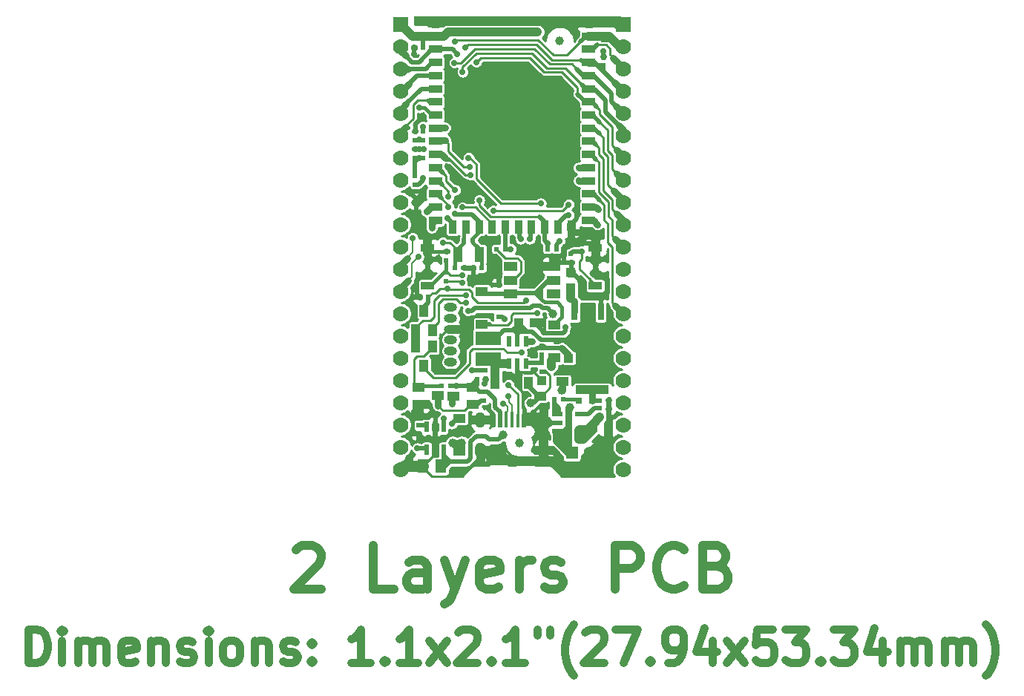
<source format=gbr>
G04 #@! TF.GenerationSoftware,KiCad,Pcbnew,5.1.6-c6e7f7d~87~ubuntu18.04.1*
G04 #@! TF.CreationDate,2020-11-12T13:38:59+02:00*
G04 #@! TF.ProjectId,ESP32-S2-DevKit-USB_Rev_B,45535033-322d-4533-922d-4465764b6974,B*
G04 #@! TF.SameCoordinates,Original*
G04 #@! TF.FileFunction,Copper,L1,Top*
G04 #@! TF.FilePolarity,Positive*
%FSLAX46Y46*%
G04 Gerber Fmt 4.6, Leading zero omitted, Abs format (unit mm)*
G04 Created by KiCad (PCBNEW 5.1.6-c6e7f7d~87~ubuntu18.04.1) date 2020-11-12 13:38:59*
%MOMM*%
%LPD*%
G01*
G04 APERTURE LIST*
G04 #@! TA.AperFunction,NonConductor*
%ADD10C,0.952500*%
G04 #@! TD*
G04 #@! TA.AperFunction,NonConductor*
%ADD11C,1.000000*%
G04 #@! TD*
G04 #@! TA.AperFunction,SMDPad,CuDef*
%ADD12R,1.400000X1.000000*%
G04 #@! TD*
G04 #@! TA.AperFunction,SMDPad,CuDef*
%ADD13R,1.000000X1.400000*%
G04 #@! TD*
G04 #@! TA.AperFunction,SMDPad,CuDef*
%ADD14R,0.550000X1.200000*%
G04 #@! TD*
G04 #@! TA.AperFunction,ComponentPad*
%ADD15C,1.778000*%
G04 #@! TD*
G04 #@! TA.AperFunction,ComponentPad*
%ADD16R,1.778000X1.778000*%
G04 #@! TD*
G04 #@! TA.AperFunction,SMDPad,CuDef*
%ADD17C,0.100000*%
G04 #@! TD*
G04 #@! TA.AperFunction,SMDPad,CuDef*
%ADD18R,2.000000X2.600000*%
G04 #@! TD*
G04 #@! TA.AperFunction,SMDPad,CuDef*
%ADD19R,0.700000X1.900000*%
G04 #@! TD*
G04 #@! TA.AperFunction,SMDPad,CuDef*
%ADD20R,0.800000X1.900000*%
G04 #@! TD*
G04 #@! TA.AperFunction,SMDPad,CuDef*
%ADD21R,3.000000X1.600000*%
G04 #@! TD*
G04 #@! TA.AperFunction,SMDPad,CuDef*
%ADD22R,1.016000X1.016000*%
G04 #@! TD*
G04 #@! TA.AperFunction,SMDPad,CuDef*
%ADD23R,1.000000X1.800000*%
G04 #@! TD*
G04 #@! TA.AperFunction,SMDPad,CuDef*
%ADD24R,0.500000X0.550000*%
G04 #@! TD*
G04 #@! TA.AperFunction,ComponentPad*
%ADD25C,1.400000*%
G04 #@! TD*
G04 #@! TA.AperFunction,ComponentPad*
%ADD26R,1.400000X1.400000*%
G04 #@! TD*
G04 #@! TA.AperFunction,SMDPad,CuDef*
%ADD27R,0.800000X0.800000*%
G04 #@! TD*
G04 #@! TA.AperFunction,SMDPad,CuDef*
%ADD28C,1.000000*%
G04 #@! TD*
G04 #@! TA.AperFunction,ConnectorPad*
%ADD29C,1.000000*%
G04 #@! TD*
G04 #@! TA.AperFunction,SMDPad,CuDef*
%ADD30R,1.200000X0.550000*%
G04 #@! TD*
G04 #@! TA.AperFunction,SMDPad,CuDef*
%ADD31R,0.500000X1.650000*%
G04 #@! TD*
G04 #@! TA.AperFunction,SMDPad,CuDef*
%ADD32R,0.325000X1.650000*%
G04 #@! TD*
G04 #@! TA.AperFunction,SMDPad,CuDef*
%ADD33R,1.100000X1.000000*%
G04 #@! TD*
G04 #@! TA.AperFunction,ComponentPad*
%ADD34O,1.200000X1.800000*%
G04 #@! TD*
G04 #@! TA.AperFunction,SMDPad,CuDef*
%ADD35R,1.500000X0.900000*%
G04 #@! TD*
G04 #@! TA.AperFunction,SMDPad,CuDef*
%ADD36R,0.550000X0.500000*%
G04 #@! TD*
G04 #@! TA.AperFunction,SMDPad,CuDef*
%ADD37R,1.500000X1.000000*%
G04 #@! TD*
G04 #@! TA.AperFunction,SMDPad,CuDef*
%ADD38R,4.100000X4.100000*%
G04 #@! TD*
G04 #@! TA.AperFunction,SMDPad,CuDef*
%ADD39R,0.900000X1.500000*%
G04 #@! TD*
G04 #@! TA.AperFunction,SMDPad,CuDef*
%ADD40R,1.100000X1.100000*%
G04 #@! TD*
G04 #@! TA.AperFunction,ViaPad*
%ADD41C,0.500000*%
G04 #@! TD*
G04 #@! TA.AperFunction,SMDPad,CuDef*
%ADD42R,1.270000X1.524000*%
G04 #@! TD*
G04 #@! TA.AperFunction,ComponentPad*
%ADD43O,1.500000X1.000000*%
G04 #@! TD*
G04 #@! TA.AperFunction,ViaPad*
%ADD44C,1.000000*%
G04 #@! TD*
G04 #@! TA.AperFunction,ViaPad*
%ADD45C,0.700000*%
G04 #@! TD*
G04 #@! TA.AperFunction,Conductor*
%ADD46C,1.016000*%
G04 #@! TD*
G04 #@! TA.AperFunction,Conductor*
%ADD47C,0.508000*%
G04 #@! TD*
G04 #@! TA.AperFunction,Conductor*
%ADD48C,0.762000*%
G04 #@! TD*
G04 #@! TA.AperFunction,Conductor*
%ADD49C,0.254000*%
G04 #@! TD*
G04 #@! TA.AperFunction,Conductor*
%ADD50C,1.270000*%
G04 #@! TD*
G04 #@! TA.AperFunction,Conductor*
%ADD51C,0.355600*%
G04 #@! TD*
G04 #@! TA.AperFunction,Conductor*
%ADD52C,0.406400*%
G04 #@! TD*
G04 #@! TA.AperFunction,Conductor*
%ADD53C,0.304800*%
G04 #@! TD*
G04 #@! TA.AperFunction,Conductor*
%ADD54C,0.203200*%
G04 #@! TD*
G04 APERTURE END LIST*
D10*
X88355714Y-140153571D02*
X88355714Y-136343571D01*
X89262857Y-136343571D01*
X89807142Y-136525000D01*
X90170000Y-136887857D01*
X90351428Y-137250714D01*
X90532857Y-137976428D01*
X90532857Y-138520714D01*
X90351428Y-139246428D01*
X90170000Y-139609285D01*
X89807142Y-139972142D01*
X89262857Y-140153571D01*
X88355714Y-140153571D01*
X92165714Y-140153571D02*
X92165714Y-137613571D01*
X92165714Y-136343571D02*
X91984285Y-136525000D01*
X92165714Y-136706428D01*
X92347142Y-136525000D01*
X92165714Y-136343571D01*
X92165714Y-136706428D01*
X93980000Y-140153571D02*
X93980000Y-137613571D01*
X93980000Y-137976428D02*
X94161428Y-137795000D01*
X94524285Y-137613571D01*
X95068571Y-137613571D01*
X95431428Y-137795000D01*
X95612857Y-138157857D01*
X95612857Y-140153571D01*
X95612857Y-138157857D02*
X95794285Y-137795000D01*
X96157142Y-137613571D01*
X96701428Y-137613571D01*
X97064285Y-137795000D01*
X97245714Y-138157857D01*
X97245714Y-140153571D01*
X100511428Y-139972142D02*
X100148571Y-140153571D01*
X99422857Y-140153571D01*
X99060000Y-139972142D01*
X98878571Y-139609285D01*
X98878571Y-138157857D01*
X99060000Y-137795000D01*
X99422857Y-137613571D01*
X100148571Y-137613571D01*
X100511428Y-137795000D01*
X100692857Y-138157857D01*
X100692857Y-138520714D01*
X98878571Y-138883571D01*
X102325714Y-137613571D02*
X102325714Y-140153571D01*
X102325714Y-137976428D02*
X102507142Y-137795000D01*
X102870000Y-137613571D01*
X103414285Y-137613571D01*
X103777142Y-137795000D01*
X103958571Y-138157857D01*
X103958571Y-140153571D01*
X105591428Y-139972142D02*
X105954285Y-140153571D01*
X106680000Y-140153571D01*
X107042857Y-139972142D01*
X107224285Y-139609285D01*
X107224285Y-139427857D01*
X107042857Y-139065000D01*
X106680000Y-138883571D01*
X106135714Y-138883571D01*
X105772857Y-138702142D01*
X105591428Y-138339285D01*
X105591428Y-138157857D01*
X105772857Y-137795000D01*
X106135714Y-137613571D01*
X106680000Y-137613571D01*
X107042857Y-137795000D01*
X108857142Y-140153571D02*
X108857142Y-137613571D01*
X108857142Y-136343571D02*
X108675714Y-136525000D01*
X108857142Y-136706428D01*
X109038571Y-136525000D01*
X108857142Y-136343571D01*
X108857142Y-136706428D01*
X111215714Y-140153571D02*
X110852857Y-139972142D01*
X110671428Y-139790714D01*
X110490000Y-139427857D01*
X110490000Y-138339285D01*
X110671428Y-137976428D01*
X110852857Y-137795000D01*
X111215714Y-137613571D01*
X111760000Y-137613571D01*
X112122857Y-137795000D01*
X112304285Y-137976428D01*
X112485714Y-138339285D01*
X112485714Y-139427857D01*
X112304285Y-139790714D01*
X112122857Y-139972142D01*
X111760000Y-140153571D01*
X111215714Y-140153571D01*
X114118571Y-137613571D02*
X114118571Y-140153571D01*
X114118571Y-137976428D02*
X114300000Y-137795000D01*
X114662857Y-137613571D01*
X115207142Y-137613571D01*
X115570000Y-137795000D01*
X115751428Y-138157857D01*
X115751428Y-140153571D01*
X117384285Y-139972142D02*
X117747142Y-140153571D01*
X118472857Y-140153571D01*
X118835714Y-139972142D01*
X119017142Y-139609285D01*
X119017142Y-139427857D01*
X118835714Y-139065000D01*
X118472857Y-138883571D01*
X117928571Y-138883571D01*
X117565714Y-138702142D01*
X117384285Y-138339285D01*
X117384285Y-138157857D01*
X117565714Y-137795000D01*
X117928571Y-137613571D01*
X118472857Y-137613571D01*
X118835714Y-137795000D01*
X120650000Y-139790714D02*
X120831428Y-139972142D01*
X120650000Y-140153571D01*
X120468571Y-139972142D01*
X120650000Y-139790714D01*
X120650000Y-140153571D01*
X120650000Y-137795000D02*
X120831428Y-137976428D01*
X120650000Y-138157857D01*
X120468571Y-137976428D01*
X120650000Y-137795000D01*
X120650000Y-138157857D01*
X127362857Y-140153571D02*
X125185714Y-140153571D01*
X126274285Y-140153571D02*
X126274285Y-136343571D01*
X125911428Y-136887857D01*
X125548571Y-137250714D01*
X125185714Y-137432142D01*
X128995714Y-139790714D02*
X129177142Y-139972142D01*
X128995714Y-140153571D01*
X128814285Y-139972142D01*
X128995714Y-139790714D01*
X128995714Y-140153571D01*
X132805714Y-140153571D02*
X130628571Y-140153571D01*
X131717142Y-140153571D02*
X131717142Y-136343571D01*
X131354285Y-136887857D01*
X130991428Y-137250714D01*
X130628571Y-137432142D01*
X134075714Y-140153571D02*
X136071428Y-137613571D01*
X134075714Y-137613571D02*
X136071428Y-140153571D01*
X137341428Y-136706428D02*
X137522857Y-136525000D01*
X137885714Y-136343571D01*
X138792857Y-136343571D01*
X139155714Y-136525000D01*
X139337142Y-136706428D01*
X139518571Y-137069285D01*
X139518571Y-137432142D01*
X139337142Y-137976428D01*
X137160000Y-140153571D01*
X139518571Y-140153571D01*
X141151428Y-139790714D02*
X141332857Y-139972142D01*
X141151428Y-140153571D01*
X140970000Y-139972142D01*
X141151428Y-139790714D01*
X141151428Y-140153571D01*
X144961428Y-140153571D02*
X142784285Y-140153571D01*
X143872857Y-140153571D02*
X143872857Y-136343571D01*
X143510000Y-136887857D01*
X143147142Y-137250714D01*
X142784285Y-137432142D01*
X146412857Y-136343571D02*
X146412857Y-137069285D01*
X147864285Y-136343571D02*
X147864285Y-137069285D01*
X150585714Y-141605000D02*
X150404285Y-141423571D01*
X150041428Y-140879285D01*
X149860000Y-140516428D01*
X149678571Y-139972142D01*
X149497142Y-139065000D01*
X149497142Y-138339285D01*
X149678571Y-137432142D01*
X149860000Y-136887857D01*
X150041428Y-136525000D01*
X150404285Y-135980714D01*
X150585714Y-135799285D01*
X151855714Y-136706428D02*
X152037142Y-136525000D01*
X152400000Y-136343571D01*
X153307142Y-136343571D01*
X153670000Y-136525000D01*
X153851428Y-136706428D01*
X154032857Y-137069285D01*
X154032857Y-137432142D01*
X153851428Y-137976428D01*
X151674285Y-140153571D01*
X154032857Y-140153571D01*
X155302857Y-136343571D02*
X157842857Y-136343571D01*
X156210000Y-140153571D01*
X159294285Y-139790714D02*
X159475714Y-139972142D01*
X159294285Y-140153571D01*
X159112857Y-139972142D01*
X159294285Y-139790714D01*
X159294285Y-140153571D01*
X161290000Y-140153571D02*
X162015714Y-140153571D01*
X162378571Y-139972142D01*
X162560000Y-139790714D01*
X162922857Y-139246428D01*
X163104285Y-138520714D01*
X163104285Y-137069285D01*
X162922857Y-136706428D01*
X162741428Y-136525000D01*
X162378571Y-136343571D01*
X161652857Y-136343571D01*
X161290000Y-136525000D01*
X161108571Y-136706428D01*
X160927142Y-137069285D01*
X160927142Y-137976428D01*
X161108571Y-138339285D01*
X161290000Y-138520714D01*
X161652857Y-138702142D01*
X162378571Y-138702142D01*
X162741428Y-138520714D01*
X162922857Y-138339285D01*
X163104285Y-137976428D01*
X166370000Y-137613571D02*
X166370000Y-140153571D01*
X165462857Y-136162142D02*
X164555714Y-138883571D01*
X166914285Y-138883571D01*
X168002857Y-140153571D02*
X169998571Y-137613571D01*
X168002857Y-137613571D02*
X169998571Y-140153571D01*
X173264285Y-136343571D02*
X171450000Y-136343571D01*
X171268571Y-138157857D01*
X171450000Y-137976428D01*
X171812857Y-137795000D01*
X172720000Y-137795000D01*
X173082857Y-137976428D01*
X173264285Y-138157857D01*
X173445714Y-138520714D01*
X173445714Y-139427857D01*
X173264285Y-139790714D01*
X173082857Y-139972142D01*
X172720000Y-140153571D01*
X171812857Y-140153571D01*
X171450000Y-139972142D01*
X171268571Y-139790714D01*
X174715714Y-136343571D02*
X177074285Y-136343571D01*
X175804285Y-137795000D01*
X176348571Y-137795000D01*
X176711428Y-137976428D01*
X176892857Y-138157857D01*
X177074285Y-138520714D01*
X177074285Y-139427857D01*
X176892857Y-139790714D01*
X176711428Y-139972142D01*
X176348571Y-140153571D01*
X175260000Y-140153571D01*
X174897142Y-139972142D01*
X174715714Y-139790714D01*
X178707142Y-139790714D02*
X178888571Y-139972142D01*
X178707142Y-140153571D01*
X178525714Y-139972142D01*
X178707142Y-139790714D01*
X178707142Y-140153571D01*
X180158571Y-136343571D02*
X182517142Y-136343571D01*
X181247142Y-137795000D01*
X181791428Y-137795000D01*
X182154285Y-137976428D01*
X182335714Y-138157857D01*
X182517142Y-138520714D01*
X182517142Y-139427857D01*
X182335714Y-139790714D01*
X182154285Y-139972142D01*
X181791428Y-140153571D01*
X180702857Y-140153571D01*
X180340000Y-139972142D01*
X180158571Y-139790714D01*
X185782857Y-137613571D02*
X185782857Y-140153571D01*
X184875714Y-136162142D02*
X183968571Y-138883571D01*
X186327142Y-138883571D01*
X187778571Y-140153571D02*
X187778571Y-137613571D01*
X187778571Y-137976428D02*
X187960000Y-137795000D01*
X188322857Y-137613571D01*
X188867142Y-137613571D01*
X189230000Y-137795000D01*
X189411428Y-138157857D01*
X189411428Y-140153571D01*
X189411428Y-138157857D02*
X189592857Y-137795000D01*
X189955714Y-137613571D01*
X190500000Y-137613571D01*
X190862857Y-137795000D01*
X191044285Y-138157857D01*
X191044285Y-140153571D01*
X192858571Y-140153571D02*
X192858571Y-137613571D01*
X192858571Y-137976428D02*
X193040000Y-137795000D01*
X193402857Y-137613571D01*
X193947142Y-137613571D01*
X194310000Y-137795000D01*
X194491428Y-138157857D01*
X194491428Y-140153571D01*
X194491428Y-138157857D02*
X194672857Y-137795000D01*
X195035714Y-137613571D01*
X195580000Y-137613571D01*
X195942857Y-137795000D01*
X196124285Y-138157857D01*
X196124285Y-140153571D01*
X197575714Y-141605000D02*
X197757142Y-141423571D01*
X198120000Y-140879285D01*
X198301428Y-140516428D01*
X198482857Y-139972142D01*
X198664285Y-139065000D01*
X198664285Y-138339285D01*
X198482857Y-137432142D01*
X198301428Y-136887857D01*
X198120000Y-136525000D01*
X197757142Y-135980714D01*
X197575714Y-135799285D01*
D11*
X118867142Y-127278095D02*
X119105238Y-127040000D01*
X119581428Y-126801904D01*
X120771904Y-126801904D01*
X121248095Y-127040000D01*
X121486190Y-127278095D01*
X121724285Y-127754285D01*
X121724285Y-128230476D01*
X121486190Y-128944761D01*
X118629047Y-131801904D01*
X121724285Y-131801904D01*
X130057619Y-131801904D02*
X127676666Y-131801904D01*
X127676666Y-126801904D01*
X133867142Y-131801904D02*
X133867142Y-129182857D01*
X133629047Y-128706666D01*
X133152857Y-128468571D01*
X132200476Y-128468571D01*
X131724285Y-128706666D01*
X133867142Y-131563809D02*
X133390952Y-131801904D01*
X132200476Y-131801904D01*
X131724285Y-131563809D01*
X131486190Y-131087619D01*
X131486190Y-130611428D01*
X131724285Y-130135238D01*
X132200476Y-129897142D01*
X133390952Y-129897142D01*
X133867142Y-129659047D01*
X135771904Y-128468571D02*
X136962380Y-131801904D01*
X138152857Y-128468571D02*
X136962380Y-131801904D01*
X136486190Y-132992380D01*
X136248095Y-133230476D01*
X135771904Y-133468571D01*
X141962380Y-131563809D02*
X141486190Y-131801904D01*
X140533809Y-131801904D01*
X140057619Y-131563809D01*
X139819523Y-131087619D01*
X139819523Y-129182857D01*
X140057619Y-128706666D01*
X140533809Y-128468571D01*
X141486190Y-128468571D01*
X141962380Y-128706666D01*
X142200476Y-129182857D01*
X142200476Y-129659047D01*
X139819523Y-130135238D01*
X144343333Y-131801904D02*
X144343333Y-128468571D01*
X144343333Y-129420952D02*
X144581428Y-128944761D01*
X144819523Y-128706666D01*
X145295714Y-128468571D01*
X145771904Y-128468571D01*
X147200476Y-131563809D02*
X147676666Y-131801904D01*
X148629047Y-131801904D01*
X149105238Y-131563809D01*
X149343333Y-131087619D01*
X149343333Y-130849523D01*
X149105238Y-130373333D01*
X148629047Y-130135238D01*
X147914761Y-130135238D01*
X147438571Y-129897142D01*
X147200476Y-129420952D01*
X147200476Y-129182857D01*
X147438571Y-128706666D01*
X147914761Y-128468571D01*
X148629047Y-128468571D01*
X149105238Y-128706666D01*
X155295714Y-131801904D02*
X155295714Y-126801904D01*
X157200476Y-126801904D01*
X157676666Y-127040000D01*
X157914761Y-127278095D01*
X158152857Y-127754285D01*
X158152857Y-128468571D01*
X157914761Y-128944761D01*
X157676666Y-129182857D01*
X157200476Y-129420952D01*
X155295714Y-129420952D01*
X163152857Y-131325714D02*
X162914761Y-131563809D01*
X162200476Y-131801904D01*
X161724285Y-131801904D01*
X161010000Y-131563809D01*
X160533809Y-131087619D01*
X160295714Y-130611428D01*
X160057619Y-129659047D01*
X160057619Y-128944761D01*
X160295714Y-127992380D01*
X160533809Y-127516190D01*
X161010000Y-127040000D01*
X161724285Y-126801904D01*
X162200476Y-126801904D01*
X162914761Y-127040000D01*
X163152857Y-127278095D01*
X166962380Y-129182857D02*
X167676666Y-129420952D01*
X167914761Y-129659047D01*
X168152857Y-130135238D01*
X168152857Y-130849523D01*
X167914761Y-131325714D01*
X167676666Y-131563809D01*
X167200476Y-131801904D01*
X165295714Y-131801904D01*
X165295714Y-126801904D01*
X166962380Y-126801904D01*
X167438571Y-127040000D01*
X167676666Y-127278095D01*
X167914761Y-127754285D01*
X167914761Y-128230476D01*
X167676666Y-128706666D01*
X167438571Y-128944761D01*
X166962380Y-129182857D01*
X165295714Y-129182857D01*
D12*
X153860500Y-109024500D03*
X153860500Y-105224500D03*
D13*
X145410000Y-108204000D03*
X141610000Y-108204000D03*
D12*
X148336000Y-105405000D03*
X148336000Y-101605000D03*
X140081000Y-101595000D03*
X140081000Y-97795000D03*
X137541000Y-112273000D03*
X137541000Y-116073000D03*
D14*
X143195000Y-103474900D03*
X144145000Y-103474900D03*
X145095000Y-103474900D03*
X145095000Y-106075100D03*
X144145000Y-106075100D03*
X143195000Y-106075100D03*
D15*
X156210000Y-118110000D03*
X156210000Y-74930000D03*
X156210000Y-72390000D03*
X156210000Y-69850000D03*
D16*
X156210000Y-67310000D03*
D15*
X156210000Y-77470000D03*
X156210000Y-80010000D03*
X156210000Y-85090000D03*
X156210000Y-82550000D03*
X156210000Y-87630000D03*
X156210000Y-90170000D03*
X156210000Y-95250000D03*
X156210000Y-92710000D03*
X156210000Y-97790000D03*
X156210000Y-100330000D03*
X156210000Y-105410000D03*
X156210000Y-102870000D03*
X156210000Y-113030000D03*
X156210000Y-115570000D03*
X156210000Y-110490000D03*
X156210000Y-107950000D03*
G04 #@! TA.AperFunction,SMDPad,CuDef*
D17*
G36*
X151146000Y-101677000D02*
G01*
X151846000Y-100877000D01*
X152446000Y-100877000D01*
X153146000Y-101677000D01*
X151146000Y-101677000D01*
G37*
G04 #@! TD.AperFunction*
D18*
X152146000Y-102977000D03*
D19*
X150646000Y-100127000D03*
D20*
X152146000Y-100127000D03*
D19*
X153646000Y-100127000D03*
D21*
X140843000Y-103130500D03*
X140843000Y-105530500D03*
D22*
X144272000Y-101346000D03*
X146050000Y-101346000D03*
D23*
X139807000Y-93599000D03*
X137307000Y-93599000D03*
D24*
X137033000Y-95123000D03*
X138049000Y-95123000D03*
X140081000Y-95123000D03*
X139065000Y-95123000D03*
D25*
X152384760Y-116222780D03*
D26*
X150355300Y-116225320D03*
D27*
X151130000Y-110236000D03*
X152654000Y-110236000D03*
D28*
X132588000Y-87630000D03*
D12*
X151475440Y-109026960D03*
X151475440Y-107124500D03*
X149265640Y-108079540D03*
D29*
X144322800Y-115062000D03*
X148971000Y-69215000D03*
D30*
X148687000Y-111826000D03*
X148687000Y-112776000D03*
X148687000Y-113726000D03*
X151287000Y-111826000D03*
X151287000Y-113726000D03*
D31*
X142122500Y-112547000D03*
D32*
X142860000Y-112547000D03*
X143510000Y-112547000D03*
X144160000Y-112547000D03*
D31*
X144897500Y-112547000D03*
D33*
X142010000Y-117097000D03*
X145010000Y-117097000D03*
D34*
X139910000Y-115947000D03*
X139910000Y-112477000D03*
X147110000Y-112477000D03*
X147110000Y-115947000D03*
D35*
X133858000Y-92819000D03*
X133858000Y-97173000D03*
D22*
X154495500Y-113347500D03*
X152717500Y-113347500D03*
D24*
X154559000Y-110236000D03*
X153543000Y-110236000D03*
X148590000Y-92964000D03*
X147574000Y-92964000D03*
X148336000Y-110109000D03*
X149352000Y-110109000D03*
X154559000Y-111125000D03*
X153543000Y-111125000D03*
D36*
X139573000Y-107823000D03*
X139573000Y-106807000D03*
X140462000Y-106807000D03*
X140462000Y-107823000D03*
X132842000Y-113029999D03*
X132842000Y-114045999D03*
X132461000Y-84582000D03*
X132461000Y-85598000D03*
X132461000Y-81533999D03*
X132461000Y-82549999D03*
X153924000Y-72009000D03*
X153924000Y-70993000D03*
X133350000Y-80518000D03*
X133350000Y-79502000D03*
D35*
X153035000Y-97173000D03*
X153035000Y-92819000D03*
D22*
X151765000Y-105410000D03*
X149987000Y-105410000D03*
D36*
X133350000Y-82549999D03*
X133350000Y-81533999D03*
D15*
X130810000Y-118110000D03*
X130810000Y-74930000D03*
X130810000Y-72390000D03*
X130810000Y-69850000D03*
D16*
X130810000Y-67310000D03*
D15*
X130810000Y-77470000D03*
X130810000Y-80010000D03*
X130810000Y-85090000D03*
X130810000Y-82550000D03*
X130810000Y-87630000D03*
X130810000Y-90170000D03*
X130810000Y-95250000D03*
X130810000Y-92710000D03*
X130810000Y-97790000D03*
X130810000Y-100330000D03*
X130810000Y-105410000D03*
X130810000Y-102870000D03*
X130810000Y-113030000D03*
X130810000Y-115570000D03*
X130810000Y-110490000D03*
X130810000Y-107950000D03*
D36*
X132461000Y-79502000D03*
X132461000Y-80518000D03*
X136017000Y-95631000D03*
X136017000Y-96647000D03*
D24*
X138049000Y-91948000D03*
X139065000Y-91948000D03*
X141732000Y-92964000D03*
X142748000Y-92964000D03*
D37*
X143346000Y-94920000D03*
X143346000Y-96520000D03*
X143346000Y-98120000D03*
X148246000Y-98120000D03*
X148246000Y-96520000D03*
X148246000Y-94920000D03*
D38*
X142320000Y-75234000D03*
D35*
X134760000Y-67184000D03*
D26*
X142320000Y-75234000D03*
D35*
X134760000Y-68684000D03*
X134760000Y-70184000D03*
X134760000Y-71684000D03*
X134760000Y-73184000D03*
X134760000Y-74684000D03*
X134760000Y-76184000D03*
X134760000Y-77684000D03*
X134760000Y-79184000D03*
X134760000Y-80684000D03*
X134760000Y-82184000D03*
X134760000Y-83684000D03*
X134760000Y-85184000D03*
X134760000Y-86684000D03*
X134760000Y-88184000D03*
X134760000Y-89684000D03*
D39*
X136760000Y-90434000D03*
X138260000Y-90434000D03*
X139760000Y-90434000D03*
X141260000Y-90434000D03*
X142760000Y-90434000D03*
X144260000Y-90434000D03*
X145760000Y-90434000D03*
X147260000Y-90434000D03*
X148760000Y-90434000D03*
X150260000Y-90434000D03*
D35*
X152260000Y-89684000D03*
X152260000Y-88184000D03*
X152260000Y-86684000D03*
X152260000Y-85184000D03*
X152260000Y-83684000D03*
X152260000Y-82184000D03*
X152260000Y-80684000D03*
X152260000Y-79184000D03*
X152260000Y-77684000D03*
X152260000Y-76184000D03*
X152260000Y-74684000D03*
X152260000Y-73184000D03*
X152260000Y-71684000D03*
X152260000Y-70184000D03*
X152260000Y-68684000D03*
X152260000Y-67184000D03*
D40*
X140820000Y-73734000D03*
X142320000Y-73734000D03*
X143820000Y-73734000D03*
X140820000Y-75234000D03*
X143820000Y-75234000D03*
X140820000Y-76734000D03*
X142320000Y-76734000D03*
X143820000Y-76734000D03*
D41*
X141570000Y-73734000D03*
X143070000Y-73734000D03*
X140820000Y-74484000D03*
X143820000Y-74484000D03*
X140820000Y-75984000D03*
X143820000Y-75984000D03*
X141570000Y-76734000D03*
X143070000Y-76734000D03*
D36*
X150241000Y-93472000D03*
X150241000Y-94488000D03*
X141986000Y-100711000D03*
X141986000Y-99695000D03*
D42*
X133350000Y-117729000D03*
X135382000Y-117729000D03*
D22*
X150241000Y-95631000D03*
X150241000Y-97409000D03*
X132842000Y-66929000D03*
X132842000Y-68707000D03*
D36*
X136017000Y-94234000D03*
X136017000Y-93218000D03*
X141986000Y-98044000D03*
X141986000Y-97028000D03*
D22*
X154178000Y-67056000D03*
X154178000Y-68834000D03*
D24*
X133350000Y-69977000D03*
X132334000Y-69977000D03*
D14*
X135697000Y-113254000D03*
X134747000Y-113254000D03*
X133797000Y-113254000D03*
X135697000Y-115854000D03*
X133797000Y-115854000D03*
D22*
X146875500Y-107950000D03*
X146875500Y-109728000D03*
D43*
X136525000Y-105868000D03*
X136525000Y-104618000D03*
X136525000Y-103368000D03*
X136525000Y-102118000D03*
X136525000Y-100868000D03*
X136525000Y-99618000D03*
D36*
X146939000Y-104013000D03*
X146939000Y-105029000D03*
X146939000Y-105918000D03*
X146939000Y-106934000D03*
D12*
X132877560Y-108778040D03*
X132877560Y-110680500D03*
X135087360Y-109725460D03*
X136819640Y-109730540D03*
X139029440Y-108775500D03*
X139029440Y-110677960D03*
D13*
X133474460Y-99989640D03*
X134429500Y-102199440D03*
X132527040Y-102199440D03*
D24*
X136525000Y-108585000D03*
X135509000Y-108585000D03*
X132969000Y-98425000D03*
X133985000Y-98425000D03*
D36*
X140335000Y-110236000D03*
X140335000Y-109220000D03*
D13*
X134427000Y-104056000D03*
X132527000Y-104056000D03*
X133477000Y-106256000D03*
D44*
X151130000Y-114681000D03*
X153543000Y-112141000D03*
D45*
X133350002Y-78993998D03*
D44*
X152654000Y-109093000D03*
X137795000Y-115062000D03*
X136779000Y-115062000D03*
X147999452Y-106352994D03*
X143510000Y-117221000D03*
X154432000Y-118236598D03*
D45*
X134747000Y-114554000D03*
X135763000Y-114554000D03*
X133629400Y-66929000D03*
D44*
X137795000Y-66929000D03*
X139700000Y-66929000D03*
D45*
X135890000Y-66929000D03*
D44*
X141605000Y-66929000D03*
X145415000Y-66929000D03*
X149225000Y-66929000D03*
X147320000Y-66929000D03*
X143510000Y-66929000D03*
D45*
X151130000Y-66929000D03*
X132334000Y-70739000D03*
X132905500Y-81534000D03*
X152780981Y-91059000D03*
X151892000Y-91059000D03*
D44*
X149860000Y-76200000D03*
D45*
X131826000Y-86360000D03*
X137033000Y-80822800D03*
X133096000Y-77978000D03*
X138557000Y-81534000D03*
D44*
X149860000Y-78740000D03*
X151892000Y-118236598D03*
X149352000Y-118236598D03*
X146685000Y-76200000D03*
X146685000Y-78740000D03*
X146685000Y-81280000D03*
X149860000Y-81280000D03*
X146685000Y-83820000D03*
X149860000Y-83820000D03*
X149860000Y-86360000D03*
X146685000Y-86360000D03*
X144780000Y-86360000D03*
X144780000Y-83820000D03*
X144780000Y-81280000D03*
X144780000Y-78740000D03*
X146685000Y-74930000D03*
X149860000Y-74930000D03*
X149860000Y-77470000D03*
X146685000Y-77470000D03*
X144780000Y-80010000D03*
X146685000Y-80010000D03*
X149860000Y-80010000D03*
X144780000Y-82550000D03*
X146685000Y-82550000D03*
X146685000Y-85090000D03*
X144780000Y-85090000D03*
X149860000Y-82550000D03*
X149860000Y-85090000D03*
X145415000Y-72390000D03*
X144145000Y-72390000D03*
X142875000Y-72390000D03*
X141605000Y-72390000D03*
X140335000Y-72390000D03*
X139700000Y-74295000D03*
X139700000Y-75565000D03*
X142875000Y-78740000D03*
D45*
X151003000Y-91059000D03*
X149225000Y-104267000D03*
X145796000Y-104902000D03*
X151638000Y-98425000D03*
X148717000Y-93980000D03*
X136525000Y-83947000D03*
X153924000Y-70358000D03*
X140416790Y-108331000D03*
D44*
X144206782Y-107569000D03*
D45*
X136144000Y-106934000D03*
X149606000Y-101854000D03*
X141859000Y-96012000D03*
D44*
X146431000Y-68199000D03*
X148209000Y-100330000D03*
D45*
X148971000Y-92075000D03*
D44*
X150241000Y-98552000D03*
D45*
X137820799Y-96854429D03*
X138486798Y-99998549D03*
X137160000Y-108585000D03*
X135763000Y-112268000D03*
X134366000Y-90551000D03*
X133759814Y-88684250D03*
X136144000Y-89408000D03*
X149987000Y-89079988D03*
X153289000Y-90170000D03*
X132969000Y-76832092D03*
X137858500Y-88201500D03*
X133350000Y-84836000D03*
X138557000Y-82550000D03*
D44*
X149225000Y-109093000D03*
D45*
X146812000Y-87757000D03*
D44*
X150114000Y-111015410D03*
D45*
X132905500Y-82550000D03*
X132963412Y-80509789D03*
X135890000Y-82550000D03*
X138760332Y-84523460D03*
X151511000Y-93218000D03*
X149987000Y-87884000D03*
X137287000Y-70738992D03*
X141407423Y-88582638D03*
X137029568Y-69280813D03*
X137820799Y-95951216D03*
X135636000Y-92202000D03*
X137033000Y-88900000D03*
X136947135Y-71713999D03*
X137865624Y-72763930D03*
X136271000Y-88138000D03*
X132842000Y-93853000D03*
X137033000Y-86233008D03*
X132180527Y-91712880D03*
X136270998Y-86995000D03*
X135890000Y-80518000D03*
X138684000Y-83566000D03*
X135890000Y-79121000D03*
X143383000Y-92964000D03*
X142693887Y-100965000D03*
X138176000Y-69977000D03*
X138285518Y-99118051D03*
X151130000Y-83693000D03*
X151130000Y-85153500D03*
X153314400Y-88442800D03*
X143129000Y-108458000D03*
X144653000Y-104775000D03*
X144526000Y-91821000D03*
X142494000Y-110617000D03*
X145542000Y-91821000D03*
X143129000Y-109728000D03*
X152019000Y-104521000D03*
X152273000Y-106299000D03*
X153416000Y-106299000D03*
X151130000Y-106299000D03*
X150749000Y-104140000D03*
X150749000Y-102997000D03*
X150749000Y-101854000D03*
X153162000Y-104521000D03*
X153416000Y-107315000D03*
X146366841Y-100284786D03*
X139446000Y-71628000D03*
X138938000Y-106807000D03*
D44*
X142494000Y-114173000D03*
X145669000Y-110558232D03*
D45*
X136652000Y-110617000D03*
X136652000Y-112903000D03*
X147574000Y-92329000D03*
X139785618Y-87376000D03*
X138285420Y-98214840D03*
X132715000Y-115697000D03*
X136181267Y-97481174D03*
X145796000Y-103505000D03*
X145161000Y-98806000D03*
D46*
X151130000Y-113665000D02*
X151130000Y-113973894D01*
X151257000Y-113538000D02*
X151130000Y-113665000D01*
X151384000Y-113538000D02*
X151257000Y-113538000D01*
X151130000Y-113973894D02*
X151130000Y-114681000D01*
X152717500Y-113347500D02*
X152717500Y-113601500D01*
X152717500Y-113601500D02*
X151638000Y-114681000D01*
X151638000Y-114681000D02*
X151130000Y-114681000D01*
D47*
X133350000Y-79502000D02*
X133350002Y-79501998D01*
X133350002Y-79488972D02*
X133350002Y-78993998D01*
X133350002Y-79501998D02*
X133350002Y-79488972D01*
D46*
X152587960Y-109026960D02*
X152654000Y-109093000D01*
X151475440Y-109026960D02*
X152587960Y-109026960D01*
X152722500Y-109024500D02*
X152654000Y-109093000D01*
X153860500Y-109024500D02*
X152722500Y-109024500D01*
D48*
X152653068Y-109093932D02*
X152653068Y-110235068D01*
X152653068Y-110235068D02*
X152654000Y-110236000D01*
X152654000Y-109093000D02*
X152653068Y-109093932D01*
D46*
X152717500Y-112966500D02*
X153543000Y-112141000D01*
X152717500Y-113347500D02*
X152717500Y-112966500D01*
D48*
X136779000Y-115062000D02*
X137795000Y-115062000D01*
X137795000Y-115819000D02*
X137795000Y-115062000D01*
X137541000Y-116073000D02*
X137795000Y-115819000D01*
X137541000Y-115824000D02*
X136779000Y-115062000D01*
X137541000Y-116073000D02*
X137541000Y-115824000D01*
D47*
X153543000Y-110236000D02*
X153162000Y-110236000D01*
X152654000Y-110236000D02*
X153162000Y-110236000D01*
D46*
X147999452Y-106341684D02*
X148005107Y-106347339D01*
X148336000Y-105405000D02*
X147999452Y-105741548D01*
X147999452Y-105741548D02*
X147999452Y-106341684D01*
X152146000Y-113538000D02*
X151892000Y-113538000D01*
X152717500Y-112966500D02*
X152146000Y-113538000D01*
X152717500Y-113538000D02*
X151892000Y-113538000D01*
X151892000Y-113538000D02*
X151257000Y-113538000D01*
D49*
X139890500Y-112077500D02*
X139890500Y-112204500D01*
D46*
X145031000Y-117097000D02*
X145034000Y-117094000D01*
X141414500Y-117094000D02*
X141986000Y-117094000D01*
X141986000Y-116078000D02*
X141986000Y-116967000D01*
X141986000Y-116078000D02*
X140462000Y-116078000D01*
X140462000Y-116078000D02*
X140430250Y-116109750D01*
X141414500Y-117094000D02*
X140430250Y-116109750D01*
X140430250Y-116109750D02*
X139954000Y-115633500D01*
X143005000Y-117097000D02*
X143386000Y-117097000D01*
X141986000Y-116078000D02*
X143005000Y-117097000D01*
X142010000Y-117097000D02*
X143386000Y-117097000D01*
X143386000Y-117097000D02*
X145031000Y-117097000D01*
X145614106Y-117094000D02*
X145034000Y-117094000D01*
X147110000Y-115947000D02*
X147110000Y-114891000D01*
X147110000Y-114891000D02*
X147110000Y-114217000D01*
X147574000Y-117094000D02*
X145034000Y-117094000D01*
X147110000Y-115947000D02*
X147110000Y-116630000D01*
X147110000Y-116630000D02*
X147574000Y-117094000D01*
D47*
X144907000Y-112903000D02*
X144897500Y-112893500D01*
X144897500Y-112893500D02*
X144897500Y-112547000D01*
X147110000Y-112477000D02*
X147110000Y-112859000D01*
X147110000Y-112859000D02*
X147066000Y-112903000D01*
X145923000Y-112903000D02*
X146050000Y-112903000D01*
D46*
X147110000Y-113963000D02*
X147110000Y-114217000D01*
X147110000Y-112477000D02*
X147110000Y-113963000D01*
D47*
X147066000Y-112903000D02*
X145923000Y-112903000D01*
X145923000Y-112903000D02*
X144907000Y-112903000D01*
X147110000Y-112477000D02*
X147409000Y-112776000D01*
X147409000Y-112776000D02*
X148717000Y-112776000D01*
D46*
X147574000Y-117094000D02*
X148209000Y-117094000D01*
X148209000Y-117094000D02*
X149352000Y-118237000D01*
X149352000Y-118237000D02*
X152400000Y-118237000D01*
X152400000Y-118237000D02*
X152400000Y-116205000D01*
D47*
X144897500Y-112547000D02*
X144897500Y-112087000D01*
X147129500Y-112141000D02*
X147129500Y-112522000D01*
D46*
X154449780Y-116222780D02*
X154495500Y-116268500D01*
X152384760Y-116222780D02*
X154449780Y-116222780D01*
D47*
X148687000Y-112776000D02*
X148005800Y-112776000D01*
X148005800Y-112776000D02*
X147624800Y-112395000D01*
X147624800Y-112395000D02*
X147358100Y-112128300D01*
X147358100Y-112128300D02*
X147129500Y-112128300D01*
X147110000Y-113671800D02*
X147110000Y-113963000D01*
X148005800Y-112776000D02*
X147110000Y-113671800D01*
X146318001Y-113171001D02*
X146304000Y-113157000D01*
X146050000Y-112903000D02*
X146304000Y-113157000D01*
X146304000Y-113157000D02*
X147110000Y-113963000D01*
D50*
X131191000Y-117729000D02*
X130810000Y-118110000D01*
D49*
X137668000Y-118872000D02*
X137795000Y-118745000D01*
X133350000Y-117729000D02*
X133350000Y-117856000D01*
X134366000Y-118872000D02*
X137668000Y-118872000D01*
X133350000Y-117856000D02*
X134366000Y-118872000D01*
D51*
X132130801Y-117678199D02*
X132080000Y-117729000D01*
D50*
X133350000Y-117729000D02*
X132080000Y-117729000D01*
X132080000Y-117729000D02*
X131191000Y-117729000D01*
D47*
X135268026Y-114554000D02*
X135763000Y-114554000D01*
X134747000Y-113254000D02*
X134747000Y-114554000D01*
X134747000Y-114554000D02*
X135268026Y-114554000D01*
X154495500Y-113347500D02*
X154495500Y-113093500D01*
D48*
X134760000Y-67184000D02*
X134760000Y-66942000D01*
D46*
X152260000Y-67184000D02*
X156084000Y-67184000D01*
X156084000Y-67184000D02*
X156210000Y-67310000D01*
X132842000Y-66929000D02*
X133629400Y-66929000D01*
X133629400Y-66929000D02*
X136525008Y-66929000D01*
X137232114Y-66929000D02*
X136525008Y-66929000D01*
X151510000Y-66929000D02*
X137232114Y-66929000D01*
X152260000Y-67184000D02*
X151765000Y-67184000D01*
X151765000Y-67184000D02*
X151510000Y-66929000D01*
X151130000Y-66929000D02*
X155829000Y-66929000D01*
X155829000Y-66929000D02*
X156210000Y-67310000D01*
D47*
X133350000Y-81533999D02*
X132905501Y-81533999D01*
X132905501Y-81533999D02*
X132905500Y-81534000D01*
X132461000Y-81533999D02*
X132905499Y-81533999D01*
X132905499Y-81533999D02*
X132905500Y-81534000D01*
X154559000Y-110236000D02*
X154559000Y-110871000D01*
X154495500Y-113347500D02*
X154559000Y-113284000D01*
X154559000Y-113284000D02*
X154559000Y-110871000D01*
X150260000Y-90434000D02*
X150241000Y-90415000D01*
D52*
X132461000Y-79502000D02*
X132461000Y-78613000D01*
X132461000Y-78613000D02*
X133096000Y-77978000D01*
D48*
X137731500Y-81534000D02*
X138557000Y-81534000D01*
X137033000Y-80822800D02*
X137033000Y-80835500D01*
X137033000Y-80835500D02*
X137731500Y-81534000D01*
D46*
X154304197Y-118237000D02*
X152400000Y-118237000D01*
X154495500Y-113538000D02*
X154495500Y-118045697D01*
X154495500Y-118045697D02*
X154304197Y-118237000D01*
X148336000Y-117221000D02*
X146558000Y-117221000D01*
X146558000Y-117221000D02*
X143510000Y-117221000D01*
D48*
X149606000Y-81534000D02*
X149860000Y-81280000D01*
X138557000Y-81534000D02*
X149606000Y-81534000D01*
X143820000Y-75984000D02*
X144036000Y-76200000D01*
X144036000Y-76200000D02*
X149860000Y-76200000D01*
D47*
X132334000Y-69977000D02*
X132334000Y-70739000D01*
X153646000Y-100127000D02*
X153670000Y-100103000D01*
X153670000Y-100103000D02*
X153670000Y-98552000D01*
D48*
X151892000Y-91059000D02*
X152780981Y-91059000D01*
X151892000Y-91059000D02*
X151003000Y-91059000D01*
X153035000Y-91313019D02*
X152780981Y-91059000D01*
X153035000Y-92819000D02*
X153035000Y-91313019D01*
D52*
X154406590Y-97939164D02*
X154406590Y-96367600D01*
X153793754Y-98552000D02*
X154406590Y-97939164D01*
X154406590Y-96367600D02*
X154304990Y-96266000D01*
X153670000Y-98552000D02*
X153793754Y-98552000D01*
D47*
X152908000Y-98552000D02*
X153670000Y-98552000D01*
X152781000Y-98425000D02*
X152908000Y-98552000D01*
X151638000Y-98425000D02*
X152781000Y-98425000D01*
X153924000Y-96266000D02*
X154304990Y-96266000D01*
X153035000Y-95377000D02*
X153924000Y-96266000D01*
X153035000Y-92819000D02*
X153035000Y-95377000D01*
D49*
X139910000Y-116630000D02*
X137795000Y-118745000D01*
D52*
X139910000Y-115947000D02*
X139910000Y-116630000D01*
D47*
X144145000Y-106075100D02*
X144145000Y-107061000D01*
X150241000Y-95631000D02*
X150368000Y-95631000D01*
X151638000Y-96901000D02*
X151638000Y-98425000D01*
X150368000Y-95631000D02*
X151638000Y-96901000D01*
D48*
X148717000Y-94449000D02*
X148717000Y-93980000D01*
X148246000Y-94920000D02*
X148717000Y-94449000D01*
D52*
X150241000Y-95631000D02*
X150241000Y-94488000D01*
D47*
X150260000Y-91967000D02*
X150260000Y-90434000D01*
X150622000Y-92329000D02*
X150260000Y-91967000D01*
X152545000Y-92329000D02*
X150622000Y-92329000D01*
X153035000Y-92819000D02*
X152545000Y-92329000D01*
D48*
X150260000Y-90824000D02*
X150495000Y-91059000D01*
X150495000Y-91059000D02*
X151003000Y-91059000D01*
X150260000Y-90434000D02*
X150260000Y-90824000D01*
D47*
X148717000Y-94449000D02*
X148756000Y-94488000D01*
X148756000Y-94488000D02*
X149479000Y-94488000D01*
X149479000Y-94488000D02*
X150241000Y-94488000D01*
D48*
X149987000Y-105029000D02*
X149225000Y-104267000D01*
X149987000Y-105410000D02*
X149987000Y-105029000D01*
D47*
X145123355Y-111924645D02*
X144897500Y-112150500D01*
X146557645Y-111924645D02*
X145123355Y-111924645D01*
X147110000Y-112477000D02*
X146557645Y-111924645D01*
D48*
X139910000Y-112477000D02*
X139745000Y-112477000D01*
D47*
X150876000Y-89535000D02*
X150876000Y-86995000D01*
X150260000Y-90151000D02*
X150876000Y-89535000D01*
X150260000Y-90434000D02*
X150260000Y-90151000D01*
D52*
X139065000Y-95123000D02*
X138049000Y-95123000D01*
X133858000Y-92819000D02*
X134257000Y-93218000D01*
X134257000Y-93218000D02*
X136017000Y-93218000D01*
D47*
X133858000Y-95250000D02*
X133858000Y-92837000D01*
X132650799Y-96457201D02*
X133858000Y-95250000D01*
X132969000Y-98425000D02*
X132650799Y-98106799D01*
X132650799Y-98106799D02*
X132650799Y-96457201D01*
X153924000Y-70993000D02*
X153924000Y-70358000D01*
X133350000Y-114554000D02*
X134747000Y-114554000D01*
X132842000Y-114046000D02*
X133350000Y-114554000D01*
X140462000Y-107823000D02*
X140462000Y-108285790D01*
X140462000Y-108285790D02*
X140416790Y-108331000D01*
D52*
X132651499Y-114045999D02*
X132842000Y-114045999D01*
X132143500Y-113538000D02*
X132651499Y-114045999D01*
X132143500Y-111442500D02*
X132143500Y-113538000D01*
X132877560Y-110680500D02*
X132877560Y-110708440D01*
X132877560Y-110708440D02*
X132143500Y-111442500D01*
D47*
X144145000Y-107507218D02*
X144206782Y-107569000D01*
X144145000Y-107061000D02*
X144145000Y-107507218D01*
D49*
X136525000Y-102118000D02*
X136134000Y-102118000D01*
X136134000Y-102118000D02*
X135382000Y-102870000D01*
X135382000Y-106172000D02*
X136144000Y-106934000D01*
X135382000Y-102870000D02*
X135382000Y-106172000D01*
D47*
X146050000Y-101346000D02*
X147298588Y-102594588D01*
X149360386Y-102594588D02*
X149606000Y-102348974D01*
X149606000Y-102348974D02*
X149606000Y-101854000D01*
X146431000Y-104267000D02*
X149225000Y-104267000D01*
X145796000Y-104902000D02*
X146431000Y-104267000D01*
X147298588Y-102594588D02*
X149360386Y-102594588D01*
D52*
X139065000Y-95804400D02*
X139272600Y-96012000D01*
X139272600Y-96012000D02*
X141859000Y-96012000D01*
D47*
X141986000Y-96139000D02*
X141859000Y-96012000D01*
X141986000Y-97028000D02*
X141986000Y-96139000D01*
D52*
X139065000Y-95123000D02*
X139065000Y-95804400D01*
D49*
X134747000Y-116332000D02*
X133350000Y-117729000D01*
X134747000Y-114554000D02*
X134747000Y-116332000D01*
D47*
X132588000Y-90297000D02*
X132588000Y-87630000D01*
X133858000Y-92819000D02*
X133858000Y-91567000D01*
X133858000Y-91567000D02*
X132588000Y-90297000D01*
X131826000Y-86487000D02*
X131826000Y-86360000D01*
X132588000Y-87630000D02*
X132588000Y-87249000D01*
X132588000Y-87249000D02*
X131826000Y-86487000D01*
X149479000Y-92748000D02*
X150260000Y-91967000D01*
X149479000Y-94488000D02*
X149479000Y-92748000D01*
D53*
X146812000Y-107848400D02*
X146812000Y-107950000D01*
X144145000Y-107061000D02*
X146024600Y-107061000D01*
X146024600Y-107061000D02*
X146812000Y-107848400D01*
D46*
X130810000Y-67310000D02*
X132207000Y-68707000D01*
X132207000Y-68707000D02*
X132842000Y-68707000D01*
X133477000Y-68707000D02*
X132842000Y-68707000D01*
D48*
X134760000Y-68684000D02*
X134737000Y-68707000D01*
D46*
X134737000Y-68707000D02*
X133477000Y-68707000D01*
D48*
X134760000Y-68684000D02*
X134783000Y-68707000D01*
D47*
X133350000Y-68834000D02*
X133477000Y-68707000D01*
X133350000Y-69977000D02*
X133350000Y-68834000D01*
D46*
X136210183Y-68199000D02*
X146431000Y-68199000D01*
X134783000Y-68707000D02*
X135702183Y-68707000D01*
X135702183Y-68707000D02*
X136210183Y-68199000D01*
D48*
X150646000Y-98957000D02*
X150241000Y-98552000D01*
X150646000Y-100127000D02*
X150646000Y-98957000D01*
D46*
X150241000Y-97409000D02*
X150241000Y-98552000D01*
D47*
X148590000Y-92456000D02*
X148971000Y-92075000D01*
X148590000Y-92964000D02*
X148590000Y-92456000D01*
D49*
X137613370Y-96647000D02*
X137820799Y-96854429D01*
X136017000Y-96647000D02*
X137613370Y-96647000D01*
D47*
X145877799Y-99441000D02*
X145623799Y-99695000D01*
X147565811Y-99686811D02*
X146967777Y-99686811D01*
X146967777Y-99686811D02*
X146721966Y-99441000D01*
X145623799Y-99695000D02*
X139285321Y-99695000D01*
X138981772Y-99998549D02*
X138486798Y-99998549D01*
X139285321Y-99695000D02*
X138981772Y-99998549D01*
X148209000Y-100330000D02*
X147565811Y-99686811D01*
X146721966Y-99441000D02*
X145877799Y-99441000D01*
X142122500Y-112547000D02*
X142122500Y-111515500D01*
X142122500Y-111515500D02*
X141605000Y-110998000D01*
X141605000Y-110998000D02*
X141605000Y-110109000D01*
X141605000Y-110109000D02*
X140716000Y-109220000D01*
X140716000Y-109220000D02*
X140335000Y-109220000D01*
X139029440Y-108775500D02*
X139382500Y-108775500D01*
X139382500Y-108775500D02*
X139827000Y-109220000D01*
X139827000Y-109220000D02*
X140335000Y-109220000D01*
X139573000Y-107823000D02*
X139573000Y-108458000D01*
X139255500Y-108775500D02*
X139573000Y-108458000D01*
X139029440Y-108775500D02*
X139255500Y-108775500D01*
X136525000Y-108585000D02*
X137160000Y-108585000D01*
X135697000Y-112334000D02*
X135763000Y-112268000D01*
X135697000Y-113254000D02*
X135697000Y-112334000D01*
X139029440Y-108775500D02*
X138838940Y-108585000D01*
X138838940Y-108585000D02*
X137160000Y-108585000D01*
X139573000Y-107823000D02*
X138938000Y-108458000D01*
X138938000Y-108458000D02*
X138811000Y-108585000D01*
X138811000Y-108585000D02*
X138430000Y-108585000D01*
X134366000Y-90551000D02*
X134366000Y-90043000D01*
D48*
X134725000Y-89684000D02*
X134366000Y-90043000D01*
X134760000Y-89684000D02*
X134725000Y-89684000D01*
X134366000Y-90551000D02*
X134366000Y-90170000D01*
X134366000Y-90170000D02*
X134366000Y-90043000D01*
X134260064Y-88184000D02*
X133759814Y-88684250D01*
X134760000Y-88184000D02*
X134260064Y-88184000D01*
D47*
X136525000Y-89789000D02*
X136144000Y-89408000D01*
X136760000Y-90024000D02*
X136525000Y-89789000D01*
X136760000Y-90434000D02*
X136760000Y-90024000D01*
X149680012Y-89079988D02*
X149987000Y-89079988D01*
X148760000Y-90434000D02*
X148760000Y-90000000D01*
X148760000Y-90000000D02*
X149680012Y-89079988D01*
D48*
X152803000Y-89684000D02*
X153289000Y-90170000D01*
X152260000Y-89684000D02*
X152803000Y-89684000D01*
D52*
X133559131Y-76832092D02*
X133463974Y-76832092D01*
X133463974Y-76832092D02*
X132969000Y-76832092D01*
X134411039Y-77684000D02*
X133559131Y-76832092D01*
X134760000Y-77684000D02*
X134411039Y-77684000D01*
D49*
X141260000Y-90134000D02*
X139327500Y-88201500D01*
X139327500Y-88201500D02*
X137858500Y-88201500D01*
X141260000Y-90434000D02*
X141260000Y-90134000D01*
D52*
X134255000Y-76327000D02*
X133874000Y-75946000D01*
X134620000Y-76327000D02*
X134255000Y-76327000D01*
X134760000Y-76184000D02*
X134522000Y-75946000D01*
X131698999Y-79121001D02*
X131699000Y-79121000D01*
X134522000Y-75946000D02*
X133858000Y-75946000D01*
D48*
X130810000Y-80010000D02*
X130810000Y-79629000D01*
X130810000Y-79629000D02*
X131445000Y-78994000D01*
D49*
X132773766Y-75946000D02*
X133858000Y-75946000D01*
X132237998Y-76481768D02*
X132773766Y-75946000D01*
X132237998Y-78074002D02*
X132237998Y-76481768D01*
X131445000Y-78994000D02*
X131445000Y-78867000D01*
X131445000Y-78867000D02*
X132237998Y-78074002D01*
D47*
X134760000Y-73184000D02*
X132683000Y-73184000D01*
D48*
X130937000Y-74930000D02*
X131762500Y-74104500D01*
X130810000Y-74930000D02*
X130937000Y-74930000D01*
D47*
X132683000Y-73184000D02*
X131762500Y-74104500D01*
X148687000Y-113726000D02*
X148717000Y-113756000D01*
X148717000Y-113756000D02*
X148717000Y-113919000D01*
X148767789Y-113969789D02*
X148717000Y-113919000D01*
D48*
X149545000Y-113726000D02*
X149352000Y-113919000D01*
X149352000Y-113919000D02*
X148717000Y-113919000D01*
X149352000Y-113919000D02*
X148717000Y-114554000D01*
D46*
X148717000Y-114554000D02*
X148716989Y-114020589D01*
X148717000Y-114871500D02*
X148717000Y-114554000D01*
D48*
X149545000Y-115440500D02*
X149415500Y-115570000D01*
X149545000Y-113726000D02*
X149545000Y-115440500D01*
D46*
X149606000Y-115760500D02*
X149415500Y-115570000D01*
X149415500Y-115570000D02*
X148717000Y-114871500D01*
X150070820Y-116225320D02*
X149606000Y-115760500D01*
X150355300Y-116225320D02*
X150070820Y-116225320D01*
D48*
X149923500Y-115824000D02*
X149669500Y-115824000D01*
X149669500Y-115824000D02*
X149606000Y-115760500D01*
X149923500Y-113347500D02*
X149923500Y-115824000D01*
D47*
X132842000Y-85598000D02*
X133350000Y-85090000D01*
X132461000Y-85598000D02*
X132842000Y-85598000D01*
X133350000Y-85090000D02*
X133350000Y-84836000D01*
D48*
X149265640Y-109052360D02*
X149265640Y-108079540D01*
X149225000Y-109093000D02*
X149265640Y-109052360D01*
X150112501Y-110999499D02*
X150114000Y-111000998D01*
X149922001Y-113348999D02*
X149922001Y-111207409D01*
X149545000Y-113726000D02*
X149922001Y-113348999D01*
X150114000Y-111000998D02*
X150114000Y-111015410D01*
X149922001Y-111207409D02*
X150114000Y-111015410D01*
D49*
X138715750Y-82550000D02*
X138557000Y-82550000D01*
X139446000Y-84963000D02*
X139446000Y-83280250D01*
X146812000Y-87757000D02*
X142240000Y-87757000D01*
X139446000Y-83280250D02*
X138715750Y-82550000D01*
X142240000Y-87757000D02*
X139446000Y-84963000D01*
D47*
X132461000Y-82549999D02*
X132905499Y-82549999D01*
X132905499Y-82549999D02*
X132905500Y-82550000D01*
X132905501Y-82549999D02*
X132905500Y-82550000D01*
X133350000Y-82549999D02*
X132905501Y-82549999D01*
X132461000Y-82994500D02*
X132461000Y-83058000D01*
X132461000Y-82549999D02*
X132461000Y-83058000D01*
X132905500Y-82550000D02*
X132461000Y-82994500D01*
X132461000Y-83058000D02*
X132461000Y-84582000D01*
X132461000Y-80518000D02*
X133350000Y-80518000D01*
D48*
X134760000Y-82184000D02*
X134775000Y-82169000D01*
X135509000Y-82169000D02*
X135890000Y-82550000D01*
X134775000Y-82169000D02*
X135509000Y-82169000D01*
D49*
X138180960Y-84523460D02*
X138760332Y-84523460D01*
X135890000Y-82550000D02*
X136207500Y-82550000D01*
X136207500Y-82550000D02*
X136493250Y-82835750D01*
X136493250Y-82835750D02*
X138180960Y-84523460D01*
X136175750Y-82835750D02*
X135890000Y-82550000D01*
X136493250Y-82835750D02*
X136175750Y-82835750D01*
X153035000Y-97173000D02*
X153017000Y-97155000D01*
X150241000Y-93472000D02*
X150246798Y-93472000D01*
D47*
X150495000Y-93218000D02*
X151511000Y-93218000D01*
X150241000Y-93472000D02*
X150495000Y-93218000D01*
D49*
X152672000Y-97173000D02*
X152400000Y-96901000D01*
X153035000Y-97173000D02*
X152672000Y-97173000D01*
X151511000Y-94107000D02*
X151511000Y-93218000D01*
X152400000Y-96901000D02*
X152400000Y-96393000D01*
X151257000Y-94361000D02*
X151511000Y-94107000D01*
X152400000Y-96393000D02*
X151257000Y-95250000D01*
X151257000Y-95250000D02*
X151257000Y-94361000D01*
X152400000Y-96393000D02*
X153035000Y-97028000D01*
X152400000Y-96393000D02*
X152400000Y-96647000D01*
X152400000Y-96647000D02*
X152781000Y-97028000D01*
D47*
X136732008Y-70184000D02*
X137287000Y-70738992D01*
X134760000Y-70184000D02*
X136732008Y-70184000D01*
X134413000Y-70184000D02*
X134760000Y-70184000D01*
X132969000Y-71628000D02*
X134413000Y-70184000D01*
X132080000Y-71628000D02*
X132969000Y-71628000D01*
D49*
X149288362Y-88582638D02*
X141407423Y-88582638D01*
X149987000Y-87884000D02*
X149288362Y-88582638D01*
D48*
X130810000Y-70358000D02*
X131381500Y-70929500D01*
X130810000Y-69850000D02*
X130810000Y-70358000D01*
D47*
X131381500Y-70929500D02*
X132080000Y-71628000D01*
D46*
X153185000Y-68684000D02*
X153393000Y-68684000D01*
X152260000Y-68684000D02*
X153185000Y-68684000D01*
X153185000Y-68684000D02*
X154599500Y-68684000D01*
X154599500Y-68684000D02*
X155765500Y-69850000D01*
X153710500Y-68684000D02*
X153185000Y-68684000D01*
D52*
X136017000Y-94234000D02*
X136017000Y-95631000D01*
X135763000Y-95631000D02*
X136017000Y-95631000D01*
X133858000Y-97173000D02*
X134221000Y-97173000D01*
X134221000Y-97173000D02*
X135763000Y-95631000D01*
D49*
X149786000Y-70858000D02*
X148282589Y-70858000D01*
X148282589Y-70858000D02*
X146514567Y-69089978D01*
X137220403Y-69089978D02*
X137029568Y-69280813D01*
X146514567Y-69089978D02*
X137220403Y-69089978D01*
X136464216Y-95951216D02*
X137820799Y-95951216D01*
X136017000Y-95631000D02*
X136144000Y-95631000D01*
X136144000Y-95631000D02*
X136464216Y-95951216D01*
D47*
X151960000Y-68684000D02*
X151343000Y-69301000D01*
X152260000Y-68684000D02*
X151960000Y-68684000D01*
D49*
X151343000Y-69301000D02*
X149786000Y-70858000D01*
D52*
X138260000Y-90434000D02*
X138049000Y-90645000D01*
X138049000Y-90645000D02*
X138049000Y-91948000D01*
X138049000Y-92202000D02*
X138049000Y-91948000D01*
X137307000Y-93599000D02*
X137307000Y-92944000D01*
X137307000Y-92944000D02*
X138049000Y-92202000D01*
X137307000Y-93599000D02*
X137033000Y-93873000D01*
X137033000Y-93873000D02*
X137033000Y-95123000D01*
D49*
X136398000Y-92202000D02*
X135636000Y-92202000D01*
X137307000Y-93599000D02*
X137307000Y-93111000D01*
X137307000Y-93111000D02*
X136398000Y-92202000D01*
D52*
X139700000Y-91059000D02*
X139065000Y-91694000D01*
X139700000Y-90494000D02*
X139700000Y-91059000D01*
X139760000Y-90434000D02*
X139700000Y-90494000D01*
X139807000Y-93599000D02*
X139807000Y-92944000D01*
X139807000Y-92944000D02*
X139065000Y-92202000D01*
X139065000Y-92202000D02*
X139065000Y-91948000D01*
X139807000Y-93599000D02*
X140081000Y-93873000D01*
X140081000Y-93873000D02*
X140081000Y-95123000D01*
D47*
X139760000Y-89849000D02*
X139760000Y-90434000D01*
X137033000Y-88900000D02*
X137160000Y-89027000D01*
X138938000Y-89027000D02*
X139760000Y-89849000D01*
X137160000Y-89027000D02*
X138938000Y-89027000D01*
X152260000Y-73184000D02*
X152813000Y-73184000D01*
X152813000Y-73184000D02*
X154889211Y-75260211D01*
X154889211Y-75260211D02*
X154889211Y-76149211D01*
X152260000Y-73184000D02*
X151670000Y-73184000D01*
X151670000Y-73184000D02*
X150876000Y-72390000D01*
D49*
X139319000Y-70104000D02*
X137709001Y-71713999D01*
X146050000Y-70104000D02*
X139319000Y-70104000D01*
X137709001Y-71713999D02*
X136947135Y-71713999D01*
X147802578Y-71856578D02*
X146050000Y-70104000D01*
X150876000Y-72390000D02*
X150342578Y-71856578D01*
X150342578Y-71856578D02*
X147802578Y-71856578D01*
D48*
X156210000Y-77470000D02*
X155384500Y-76644500D01*
D47*
X154889211Y-76149211D02*
X155384500Y-76644500D01*
D49*
X149589789Y-72313789D02*
X147497789Y-72313789D01*
X137865624Y-72203968D02*
X137865624Y-72763930D01*
X145796000Y-70612000D02*
X139457592Y-70612000D01*
X147497789Y-72313789D02*
X145796000Y-70612000D01*
X139457592Y-70612000D02*
X137865624Y-72203968D01*
D47*
X151960000Y-74684000D02*
X151477500Y-74201500D01*
X152260000Y-74684000D02*
X151960000Y-74684000D01*
D49*
X151477500Y-74201500D02*
X149589789Y-72313789D01*
D47*
X154178000Y-75946000D02*
X152916000Y-74684000D01*
X152916000Y-74684000D02*
X152260000Y-74684000D01*
X154178000Y-77343000D02*
X154178000Y-75946000D01*
D48*
X156210000Y-80010000D02*
X156210000Y-79375000D01*
X156210000Y-79375000D02*
X155702000Y-78867000D01*
D47*
X155702000Y-78867000D02*
X154178000Y-77343000D01*
D49*
X136271000Y-88138000D02*
X136271000Y-88011000D01*
D47*
X134944000Y-86684000D02*
X135445500Y-87185500D01*
X134760000Y-86684000D02*
X134944000Y-86684000D01*
D49*
X136271000Y-88011000D02*
X135445500Y-87185500D01*
D54*
X132842000Y-93853000D02*
X132080000Y-94615000D01*
X132080000Y-94615000D02*
X132080000Y-96139000D01*
X132080000Y-96139000D02*
X131699000Y-96520000D01*
D48*
X130810000Y-97409000D02*
X131381500Y-96837500D01*
X130810000Y-97790000D02*
X130810000Y-97409000D01*
X131381500Y-96837500D02*
X131699000Y-96520000D01*
D49*
X136017000Y-84641000D02*
X136017000Y-85217008D01*
X136017000Y-85217008D02*
X137033000Y-86233008D01*
D47*
X135060000Y-83684000D02*
X135670000Y-84294000D01*
X134760000Y-83684000D02*
X135060000Y-83684000D01*
D49*
X135670000Y-84294000D02*
X136017000Y-84641000D01*
D54*
X132190647Y-91702760D02*
X132180527Y-91712880D01*
X132190647Y-93361353D02*
X132190647Y-91702760D01*
X131572000Y-93980000D02*
X132190647Y-93361353D01*
D49*
X136270998Y-86359998D02*
X136270998Y-86995000D01*
D47*
X135095000Y-85184000D02*
X135572500Y-85661500D01*
X134760000Y-85184000D02*
X135095000Y-85184000D01*
D49*
X135572500Y-85661500D02*
X136270998Y-86359998D01*
D48*
X130810000Y-94742000D02*
X131572000Y-93980000D01*
X130810000Y-95250000D02*
X130810000Y-94742000D01*
X134926000Y-80518000D02*
X134760000Y-80684000D01*
X135890000Y-80518000D02*
X134926000Y-80518000D01*
D49*
X136271000Y-81844987D02*
X137992013Y-83566000D01*
X137992013Y-83566000D02*
X138684000Y-83566000D01*
X135890000Y-80518000D02*
X136271000Y-80899000D01*
X136271000Y-80899000D02*
X136271000Y-81844987D01*
D48*
X135395026Y-79121000D02*
X135890000Y-79121000D01*
X134823000Y-79121000D02*
X135395026Y-79121000D01*
X134760000Y-79184000D02*
X134823000Y-79121000D01*
D47*
X134760000Y-74684000D02*
X133209568Y-74684000D01*
D48*
X130810000Y-77083568D02*
X131442284Y-76451284D01*
X130810000Y-77470000D02*
X130810000Y-77083568D01*
D47*
X133209568Y-74684000D02*
X131442284Y-76451284D01*
X134361928Y-71684000D02*
X133655928Y-72390000D01*
X134760000Y-71684000D02*
X134361928Y-71684000D01*
X133655928Y-72390000D02*
X132080000Y-72390000D01*
D48*
X130810000Y-72390000D02*
X131699000Y-72390000D01*
D47*
X131699000Y-72390000D02*
X132080000Y-72390000D01*
X142760000Y-90434000D02*
X142760000Y-91428000D01*
D49*
X142760000Y-91428000D02*
X142748000Y-91440000D01*
D47*
X142748000Y-92964000D02*
X142748000Y-91440000D01*
X142748000Y-92964000D02*
X143383000Y-92964000D01*
X142439887Y-100711000D02*
X142693887Y-100965000D01*
X141986000Y-100711000D02*
X142439887Y-100711000D01*
D49*
X152260000Y-71684000D02*
X152583000Y-71684000D01*
D47*
X153924000Y-72517000D02*
X153924000Y-72009000D01*
X153924000Y-72644000D02*
X153924000Y-72517000D01*
D49*
X138176000Y-69977000D02*
X138557000Y-69596000D01*
X146304000Y-69596000D02*
X148082000Y-71374000D01*
X138557000Y-69596000D02*
X146304000Y-69596000D01*
D47*
X153289000Y-72009000D02*
X154114500Y-72834500D01*
X154114500Y-72834500D02*
X153924000Y-72644000D01*
X153289000Y-72009000D02*
X153924000Y-72009000D01*
X153162000Y-71882000D02*
X153289000Y-72009000D01*
X152273000Y-71882000D02*
X153162000Y-71882000D01*
X152260000Y-71684000D02*
X152260000Y-71869000D01*
X152260000Y-71869000D02*
X152273000Y-71882000D01*
X153162000Y-71882000D02*
X152781000Y-71501000D01*
X152781000Y-71501000D02*
X152273000Y-71501000D01*
X151694000Y-71684000D02*
X151384000Y-71374000D01*
X152260000Y-71684000D02*
X151694000Y-71684000D01*
D49*
X148082000Y-71374000D02*
X151384000Y-71374000D01*
X137567798Y-99118051D02*
X138285518Y-99118051D01*
X134429500Y-101994970D02*
X135128000Y-101296470D01*
X134429500Y-102199440D02*
X134429500Y-101994970D01*
X135128000Y-101296470D02*
X135128000Y-99187000D01*
X135128000Y-99187000D02*
X135636000Y-98679000D01*
X135636000Y-98679000D02*
X137128747Y-98679000D01*
X137128747Y-98679000D02*
X137567798Y-99118051D01*
D48*
X156210000Y-74930000D02*
X155194000Y-73914000D01*
D47*
X155194000Y-73914000D02*
X154114500Y-72834500D01*
D49*
X154432000Y-81702717D02*
X154432000Y-79402000D01*
X154940000Y-82210717D02*
X154432000Y-81702717D01*
X155448000Y-84328000D02*
X154940000Y-83820000D01*
X154940000Y-83820000D02*
X154940000Y-82210717D01*
D47*
X152714000Y-77684000D02*
X153529500Y-78499500D01*
X152260000Y-77684000D02*
X152714000Y-77684000D01*
D49*
X154432000Y-79402000D02*
X153529500Y-78499500D01*
D48*
X156210000Y-85090000D02*
X155448000Y-84328000D01*
D47*
X152844000Y-79184000D02*
X153479500Y-79819500D01*
X152260000Y-79184000D02*
X152844000Y-79184000D01*
D49*
X154432000Y-82423000D02*
X154432000Y-85597999D01*
X153924000Y-81915000D02*
X154432000Y-82423000D01*
X153479500Y-79819500D02*
X153924000Y-80264000D01*
X153924000Y-80264000D02*
X153924000Y-81915000D01*
D48*
X156210000Y-87376000D02*
X155130500Y-86296500D01*
X156210000Y-87630000D02*
X156210000Y-87376000D01*
D49*
X154432000Y-85597999D02*
X155130500Y-86296500D01*
X155130500Y-86296500D02*
X155321001Y-86487000D01*
D47*
X152693000Y-80684000D02*
X153098500Y-81089500D01*
X152260000Y-80684000D02*
X152693000Y-80684000D01*
D49*
X153416000Y-81407000D02*
X153098500Y-81089500D01*
X154965422Y-88417422D02*
X154965422Y-87356190D01*
X155448000Y-88900000D02*
X154965422Y-88417422D01*
X153924000Y-82677000D02*
X153416000Y-82169000D01*
X153416000Y-82169000D02*
X153416000Y-81407000D01*
X154965422Y-87356190D02*
X153924000Y-86314768D01*
X153924000Y-86314768D02*
X153924000Y-82677000D01*
D48*
X156210000Y-89662000D02*
X155448000Y-88900000D01*
X156210000Y-90170000D02*
X156210000Y-89662000D01*
X151139000Y-83684000D02*
X151130000Y-83693000D01*
X152260000Y-83684000D02*
X151139000Y-83684000D01*
D47*
X152560000Y-82184000D02*
X153107500Y-82731500D01*
X152260000Y-82184000D02*
X152560000Y-82184000D01*
D49*
X153415970Y-83039970D02*
X153415970Y-86453330D01*
X154940000Y-89662000D02*
X154940000Y-91440000D01*
X154508211Y-89230211D02*
X154940000Y-89662000D01*
X154508211Y-87545571D02*
X154508211Y-89230211D01*
X153415970Y-86453330D02*
X154508211Y-87545571D01*
X153107500Y-82731500D02*
X153415970Y-83039970D01*
X154940000Y-91440000D02*
X155321001Y-91821001D01*
D48*
X156210000Y-92710000D02*
X155321001Y-91821001D01*
X151160500Y-85184000D02*
X151130000Y-85153500D01*
X152260000Y-85184000D02*
X151160500Y-85184000D01*
D47*
X152260000Y-86684000D02*
X152820442Y-86684000D01*
X152820442Y-86684000D02*
X153527721Y-87391279D01*
D49*
X154432000Y-92202000D02*
X154940000Y-92710000D01*
X154432000Y-90043000D02*
X154432000Y-92202000D01*
X154051000Y-89662000D02*
X154432000Y-90043000D01*
X154940000Y-99060000D02*
X155321001Y-99441001D01*
X153527721Y-87391279D02*
X154051000Y-87914558D01*
X154940000Y-92710000D02*
X154940000Y-99060000D01*
X154051000Y-87914558D02*
X154051000Y-89662000D01*
D48*
X156210000Y-100330000D02*
X155321001Y-99441001D01*
X153055600Y-88184000D02*
X153314400Y-88442800D01*
X152260000Y-88184000D02*
X153055600Y-88184000D01*
D49*
X144160000Y-112547000D02*
X144160000Y-109489000D01*
X144160000Y-109489000D02*
X143129000Y-108458000D01*
X142537362Y-104330500D02*
X142981862Y-104775000D01*
X139001500Y-104330500D02*
X142537362Y-104330500D01*
X133477000Y-106553000D02*
X134538202Y-107614202D01*
X133477000Y-106256000D02*
X133477000Y-106553000D01*
X134538202Y-107614202D02*
X137114798Y-107614202D01*
X137114798Y-107614202D02*
X138684000Y-106045000D01*
X142981862Y-104775000D02*
X144653000Y-104775000D01*
X138684000Y-106045000D02*
X138684000Y-104648000D01*
X138684000Y-104648000D02*
X139001500Y-104330500D01*
D47*
X144399000Y-91694000D02*
X144399000Y-90573000D01*
X144399000Y-90573000D02*
X144260000Y-90434000D01*
X144526000Y-91821000D02*
X144399000Y-91694000D01*
D53*
X142860000Y-112547000D02*
X142860000Y-111630500D01*
D54*
X142679236Y-110617000D02*
X142494000Y-110617000D01*
X143024070Y-110961834D02*
X142679236Y-110617000D01*
X143024070Y-111466430D02*
X143024070Y-110961834D01*
X142860000Y-111630500D02*
X143024070Y-111466430D01*
D47*
X145669000Y-91694000D02*
X145669000Y-90525000D01*
X145669000Y-90525000D02*
X145760000Y-90434000D01*
X145542000Y-91821000D02*
X145669000Y-91694000D01*
D53*
X143510000Y-112547000D02*
X143510000Y-111630500D01*
D54*
X143194539Y-109793539D02*
X143129000Y-109728000D01*
X143481440Y-110771460D02*
X143194539Y-110484559D01*
X143510000Y-111630500D02*
X143481440Y-111601940D01*
X143481440Y-111601940D02*
X143481440Y-110771460D01*
X143194539Y-110484559D02*
X143194539Y-109793539D01*
D52*
X148336000Y-111760000D02*
X148336000Y-110236000D01*
X148621000Y-111760000D02*
X148336000Y-111760000D01*
X148687000Y-111826000D02*
X148621000Y-111760000D01*
D47*
X148402000Y-111826000D02*
X148336000Y-111760000D01*
X148687000Y-111826000D02*
X148402000Y-111826000D01*
X148687000Y-111826000D02*
X148905000Y-111826000D01*
X148905000Y-111826000D02*
X148844000Y-111765000D01*
X148844000Y-111125000D02*
X148336000Y-110617000D01*
X148844000Y-111765000D02*
X148844000Y-111125000D01*
X148336000Y-110109000D02*
X148336000Y-110617000D01*
X148687000Y-111826000D02*
X148687000Y-111222000D01*
X148687000Y-111222000D02*
X148336000Y-110871000D01*
X148336000Y-110617000D02*
X148336000Y-110871000D01*
X148336000Y-110871000D02*
X148336000Y-111760000D01*
X152207000Y-111826000D02*
X151287000Y-111826000D01*
X152878223Y-111154777D02*
X152207000Y-111826000D01*
X153513223Y-111154777D02*
X152878223Y-111154777D01*
X153543000Y-111125000D02*
X153513223Y-111154777D01*
X133797000Y-113254000D02*
X133573000Y-113030000D01*
X133573000Y-113030000D02*
X132842000Y-113030000D01*
D52*
X149352000Y-110109000D02*
X151003000Y-110109000D01*
X151003000Y-110109000D02*
X151130000Y-110236000D01*
D47*
X143346000Y-96520000D02*
X142875000Y-96520000D01*
D49*
X142158201Y-93390201D02*
X141732000Y-92964000D01*
X142158201Y-93390201D02*
X142748000Y-93980000D01*
X142748000Y-93980000D02*
X144145000Y-93980000D01*
X144145000Y-93980000D02*
X144526000Y-94361000D01*
X144526000Y-94361000D02*
X144526000Y-95631000D01*
X144526000Y-95631000D02*
X143637000Y-96520000D01*
X143637000Y-96520000D02*
X143256000Y-96520000D01*
D46*
X140589000Y-103321000D02*
X141027000Y-103321000D01*
D48*
X152146000Y-100127000D02*
X152146000Y-102997000D01*
D46*
X151475440Y-107124500D02*
X151765000Y-106834940D01*
X151765000Y-106834940D02*
X151765000Y-105410000D01*
X153860500Y-105224500D02*
X151950500Y-105224500D01*
X151950500Y-105224500D02*
X151765000Y-105410000D01*
X152019000Y-103104000D02*
X152019000Y-104521000D01*
X152146000Y-102977000D02*
X152019000Y-103104000D01*
D47*
X144145000Y-101473000D02*
X144272000Y-101346000D01*
X144272000Y-101346000D02*
X144272000Y-101600000D01*
X144272000Y-101600000D02*
X143764000Y-102108000D01*
X144272000Y-101346000D02*
X144272000Y-101473000D01*
X144272000Y-101473000D02*
X144780000Y-101981000D01*
X143891000Y-101981000D02*
X143764000Y-102108000D01*
X144780000Y-101981000D02*
X143891000Y-101981000D01*
X144145000Y-102616000D02*
X144145000Y-101473000D01*
X144145000Y-103474900D02*
X144145000Y-102616000D01*
X144780000Y-101981000D02*
X145034000Y-102235000D01*
X144526000Y-102235000D02*
X145034000Y-102235000D01*
X144145000Y-102616000D02*
X144526000Y-102235000D01*
X145161000Y-102362000D02*
X145838409Y-102362000D01*
X145034000Y-102235000D02*
X145161000Y-102362000D01*
X150440201Y-103305799D02*
X150749000Y-102997000D01*
X145838409Y-102362000D02*
X146782208Y-103305799D01*
X146782208Y-103305799D02*
X150440201Y-103305799D01*
X144399000Y-102362000D02*
X144145000Y-102616000D01*
X145161000Y-102362000D02*
X144399000Y-102362000D01*
X143764000Y-102235000D02*
X143764000Y-102108000D01*
X144145000Y-102616000D02*
X143764000Y-102235000D01*
X143611578Y-102260422D02*
X143891000Y-101981000D01*
X140849500Y-103124000D02*
X140843000Y-103130500D01*
X141713078Y-103124000D02*
X140849500Y-103124000D01*
X142576656Y-102260422D02*
X141713078Y-103124000D01*
X144145000Y-102616000D02*
X143789422Y-102260422D01*
X143789422Y-102260422D02*
X142576656Y-102260422D01*
X139827000Y-97795000D02*
X140076000Y-98044000D01*
X140076000Y-98044000D02*
X141605000Y-98044000D01*
X143346000Y-98120000D02*
X143270000Y-98044000D01*
X143270000Y-98044000D02*
X141605000Y-98044000D01*
X146213724Y-97998798D02*
X143467202Y-97998798D01*
X143467202Y-97998798D02*
X143346000Y-98120000D01*
X148246000Y-96520000D02*
X147692522Y-96520000D01*
D52*
X146598963Y-97703963D02*
X146553761Y-97658761D01*
D47*
X146553761Y-97658761D02*
X146213724Y-97998798D01*
D52*
X146598963Y-98384037D02*
X146598963Y-97703963D01*
X146258926Y-98044000D02*
X146598963Y-98384037D01*
X146852963Y-97449963D02*
X146807761Y-97404761D01*
X146852963Y-98638037D02*
X146852963Y-97449963D01*
D47*
X146807761Y-97404761D02*
X146553761Y-97658761D01*
X147692522Y-96520000D02*
X146807761Y-97404761D01*
D52*
X146598963Y-98384037D02*
X146852963Y-98638037D01*
X149225000Y-100716000D02*
X148336000Y-101605000D01*
X149225000Y-99595720D02*
X149225000Y-100716000D01*
X148655681Y-99026401D02*
X149225000Y-99595720D01*
X146852963Y-98638037D02*
X147241327Y-99026401D01*
X147241327Y-99026401D02*
X148655681Y-99026401D01*
D47*
X139827000Y-101595000D02*
X140965000Y-101595000D01*
D49*
X143722852Y-100284786D02*
X146366841Y-100284786D01*
X143433799Y-100573839D02*
X143722852Y-100284786D01*
X143000283Y-101645202D02*
X143433799Y-101211686D01*
X141015202Y-101645202D02*
X143000283Y-101645202D01*
X140965000Y-101595000D02*
X141015202Y-101645202D01*
X143433799Y-101211686D02*
X143433799Y-100573839D01*
D47*
X143195000Y-106075100D02*
X143164900Y-106045000D01*
X143164900Y-106045000D02*
X142875000Y-106045000D01*
D46*
X141605000Y-108199000D02*
X141605000Y-106045000D01*
X140970000Y-105410000D02*
X141605000Y-106045000D01*
X141605000Y-106045000D02*
X142875000Y-106045000D01*
X140970000Y-105791000D02*
X140970000Y-105410000D01*
D47*
X146939000Y-105918000D02*
X146939000Y-105029000D01*
X145252100Y-105918000D02*
X146939000Y-105918000D01*
X145095000Y-106075100D02*
X145252100Y-105918000D01*
D49*
X154686000Y-70104000D02*
X154686000Y-70739000D01*
X154686000Y-70739000D02*
X155067000Y-71120000D01*
X154259798Y-69677798D02*
X154686000Y-70104000D01*
D47*
X152737596Y-70184000D02*
X153243798Y-69677798D01*
X152260000Y-70184000D02*
X152737596Y-70184000D01*
D49*
X153243798Y-69677798D02*
X154259798Y-69677798D01*
D48*
X156210000Y-72263000D02*
X155067000Y-71120000D01*
X156210000Y-72390000D02*
X156210000Y-72263000D01*
D47*
X140462000Y-106807000D02*
X139573000Y-106807000D01*
X139573000Y-106807000D02*
X138938000Y-106807000D01*
D49*
X139954000Y-71120000D02*
X139446000Y-71628000D01*
X145542000Y-71120000D02*
X139954000Y-71120000D01*
X147193000Y-72771000D02*
X145542000Y-71120000D01*
X149225000Y-72771000D02*
X147193000Y-72771000D01*
X151003000Y-74549000D02*
X149225000Y-72771000D01*
X151003000Y-75311000D02*
X151003000Y-74549000D01*
D47*
X151876000Y-76184000D02*
X151003000Y-75311000D01*
X152260000Y-76184000D02*
X151876000Y-76184000D01*
X152638000Y-76184000D02*
X153162000Y-76708000D01*
X152260000Y-76184000D02*
X152638000Y-76184000D01*
D49*
X153543000Y-77089000D02*
X153162000Y-76708000D01*
X153543000Y-77597000D02*
X153543000Y-77089000D01*
X154940000Y-78994000D02*
X153543000Y-77597000D01*
X155448000Y-81661000D02*
X154940000Y-81153000D01*
X154940000Y-81153000D02*
X154940000Y-78994000D01*
D48*
X156210000Y-82423000D02*
X155448000Y-81661000D01*
X156210000Y-82550000D02*
X156210000Y-82423000D01*
D47*
X135697000Y-117414000D02*
X135382000Y-117729000D01*
X141986000Y-114681000D02*
X142494000Y-114173000D01*
X140875737Y-114681000D02*
X141986000Y-114681000D01*
X140513044Y-114318307D02*
X140875737Y-114681000D01*
X139427693Y-114318307D02*
X140513044Y-114318307D01*
X138811000Y-114935000D02*
X139427693Y-114318307D01*
X135382000Y-117729000D02*
X135890000Y-117221000D01*
X138430000Y-117221000D02*
X138811000Y-116840000D01*
X138811000Y-116840000D02*
X138811000Y-114935000D01*
X145415000Y-108077000D02*
X145415000Y-108585000D01*
X145981768Y-110558232D02*
X145669000Y-110558232D01*
D49*
X147066000Y-107061000D02*
X146939000Y-106934000D01*
X147533362Y-107061000D02*
X147066000Y-107061000D01*
X147533362Y-107061000D02*
X147279362Y-106807000D01*
X147279362Y-106807000D02*
X146939000Y-106807000D01*
D47*
X135890000Y-117221000D02*
X136398000Y-117221000D01*
X135697000Y-116525000D02*
X135702000Y-116525000D01*
X135697000Y-115854000D02*
X135697000Y-116525000D01*
X135702000Y-116525000D02*
X136398000Y-117221000D01*
X136398000Y-117221000D02*
X138430000Y-117221000D01*
X135697000Y-116525000D02*
X135697000Y-117414000D01*
X136398000Y-117221000D02*
X135636000Y-117983000D01*
X146812000Y-109728000D02*
X146240500Y-110299500D01*
X145415000Y-108585000D02*
X146304000Y-109474000D01*
X146304000Y-110236000D02*
X146240500Y-110299500D01*
X146304000Y-109474000D02*
X146304000Y-110236000D01*
X146240500Y-110299500D02*
X145981768Y-110558232D01*
X146304000Y-109474000D02*
X146558000Y-109728000D01*
D49*
X147828000Y-107355638D02*
X147533362Y-107061000D01*
X146812000Y-109728000D02*
X146875500Y-109728000D01*
X147828000Y-108775500D02*
X147828000Y-107355638D01*
X146875500Y-109728000D02*
X147828000Y-108775500D01*
X146558000Y-109728000D02*
X146875500Y-109728000D01*
D47*
X137287000Y-112268000D02*
X136652000Y-112903000D01*
X137541000Y-112268000D02*
X137287000Y-112268000D01*
D48*
X136652000Y-109898180D02*
X136652000Y-110617000D01*
X136819640Y-109730540D02*
X136652000Y-109898180D01*
D47*
X147574000Y-92964000D02*
X147574000Y-92329000D01*
D46*
X132527000Y-104056000D02*
X132527000Y-103185000D01*
X132527040Y-103184960D02*
X132527000Y-103185000D01*
X132527040Y-102199440D02*
X132527040Y-103184960D01*
D47*
X147260000Y-92015000D02*
X147574000Y-92329000D01*
X147260000Y-90434000D02*
X147260000Y-92015000D01*
D49*
X135211160Y-98214840D02*
X138285420Y-98214840D01*
X132527040Y-102199440D02*
X132527040Y-101914960D01*
X134620000Y-98806000D02*
X135211160Y-98214840D01*
X132527040Y-101914960D02*
X133350000Y-101092000D01*
X133350000Y-101092000D02*
X134239000Y-101092000D01*
X134239000Y-101092000D02*
X134620000Y-100711000D01*
X134620000Y-100711000D02*
X134620000Y-98806000D01*
X139785618Y-87997974D02*
X139785618Y-87376000D01*
X141068644Y-89281000D02*
X139785618Y-87997974D01*
X146685000Y-89281000D02*
X141068644Y-89281000D01*
D47*
X147260000Y-89856000D02*
X146685000Y-89281000D01*
X147260000Y-90434000D02*
X147260000Y-89856000D01*
X139954000Y-110236000D02*
X140335000Y-110236000D01*
X139029440Y-110677960D02*
X139512040Y-110677960D01*
X139512040Y-110677960D02*
X139954000Y-110236000D01*
D49*
X138061700Y-111379000D02*
X138762740Y-110677960D01*
X138762740Y-110677960D02*
X139029440Y-110677960D01*
X135636000Y-111379000D02*
X138061700Y-111379000D01*
X135087360Y-110830360D02*
X135636000Y-111379000D01*
D48*
X135087360Y-109725460D02*
X135087360Y-110830360D01*
D47*
X133797000Y-115854000D02*
X133797000Y-116075500D01*
X133797000Y-116075500D02*
X133794500Y-116078000D01*
X133797000Y-115854000D02*
X133640000Y-115697000D01*
X133640000Y-115697000D02*
X132715000Y-115697000D01*
D48*
X145796000Y-103505000D02*
X145288000Y-103505000D01*
D47*
X145125100Y-103505000D02*
X145288000Y-103505000D01*
X145095000Y-103474900D02*
X145125100Y-103505000D01*
D49*
X135298233Y-97481174D02*
X136181267Y-97481174D01*
X133985000Y-98425000D02*
X134429500Y-97980500D01*
X134798907Y-97980500D02*
X135298233Y-97481174D01*
X134429500Y-97980500D02*
X134798907Y-97980500D01*
X138589817Y-97534630D02*
X138965621Y-97910434D01*
X138965621Y-97910434D02*
X138965621Y-98396750D01*
X138965621Y-98396750D02*
X139628871Y-99060000D01*
X139628871Y-99060000D02*
X144907000Y-99060000D01*
X136234723Y-97534630D02*
X138589817Y-97534630D01*
X136181267Y-97481174D02*
X136234723Y-97534630D01*
X144907000Y-99060000D02*
X145161000Y-98806000D01*
D47*
X133985000Y-99060000D02*
X133985000Y-98425000D01*
X133477000Y-99568000D02*
X133985000Y-99060000D01*
X133474460Y-99989640D02*
X133477000Y-99987100D01*
X133477000Y-99987100D02*
X133477000Y-99568000D01*
D52*
X132877560Y-108778040D02*
X133070600Y-108585000D01*
X133070600Y-108585000D02*
X135509000Y-108585000D01*
D49*
X134427000Y-104056000D02*
X134427000Y-104206000D01*
X134427000Y-104206000D02*
X133477000Y-105156000D01*
X133477000Y-105156000D02*
X132715000Y-105156000D01*
X132715000Y-105156000D02*
X132334000Y-105537000D01*
X132334000Y-105537000D02*
X132334000Y-108331000D01*
X132781040Y-108778040D02*
X132334000Y-108331000D01*
X132877560Y-108778040D02*
X132781040Y-108778040D01*
G36*
X144293000Y-107151350D02*
G01*
X144451750Y-107310100D01*
X144555289Y-107298664D01*
X144596554Y-107285363D01*
X144591678Y-107291304D01*
X144556299Y-107357492D01*
X144534513Y-107429311D01*
X144527157Y-107504000D01*
X144527157Y-108904000D01*
X144534513Y-108978689D01*
X144556299Y-109050508D01*
X144591678Y-109116696D01*
X144639289Y-109174711D01*
X144697304Y-109222322D01*
X144763492Y-109257701D01*
X144835311Y-109279487D01*
X144910000Y-109286843D01*
X145218819Y-109286843D01*
X145609207Y-109677232D01*
X145582229Y-109677232D01*
X145412022Y-109711088D01*
X145251690Y-109777500D01*
X145107395Y-109873914D01*
X144984682Y-109996627D01*
X144888268Y-110140922D01*
X144821856Y-110301254D01*
X144788000Y-110471461D01*
X144788000Y-110645003D01*
X144821856Y-110815210D01*
X144888268Y-110975542D01*
X144984682Y-111119837D01*
X145065548Y-111200703D01*
X145020500Y-111245750D01*
X145020500Y-112166000D01*
X145623750Y-112166000D01*
X145782500Y-112007250D01*
X145783605Y-111905765D01*
X145915276Y-111905765D01*
X146046304Y-112096000D01*
X146729000Y-112096000D01*
X146729000Y-111170445D01*
X146549918Y-111076304D01*
X146456994Y-111140411D01*
X146267313Y-111287724D01*
X146110016Y-111469211D01*
X145991148Y-111677898D01*
X145915276Y-111905765D01*
X145783605Y-111905765D01*
X145785510Y-111730865D01*
X145774981Y-111606225D01*
X145740337Y-111486034D01*
X145716151Y-111439232D01*
X145755771Y-111439232D01*
X145925978Y-111405376D01*
X146086310Y-111338964D01*
X146230605Y-111242550D01*
X146353318Y-111119837D01*
X146419989Y-111020057D01*
X146432953Y-111009417D01*
X146452842Y-110985182D01*
X146711568Y-110726456D01*
X146730953Y-110707072D01*
X146755185Y-110687185D01*
X146775074Y-110662950D01*
X146819181Y-110618843D01*
X147383500Y-110618843D01*
X147458189Y-110611487D01*
X147530008Y-110589701D01*
X147596196Y-110554322D01*
X147654211Y-110506711D01*
X147701000Y-110449698D01*
X147701000Y-110585819D01*
X147697929Y-110617000D01*
X147701000Y-110648181D01*
X147701000Y-110839819D01*
X147697929Y-110871000D01*
X147701000Y-110902181D01*
X147701000Y-111097634D01*
X147670082Y-111076304D01*
X147491000Y-111170445D01*
X147491000Y-112096000D01*
X147511000Y-112096000D01*
X147511000Y-112230161D01*
X147501811Y-112246659D01*
X147463436Y-112365711D01*
X147452000Y-112469250D01*
X147511000Y-112528250D01*
X147511000Y-112858000D01*
X147491000Y-112858000D01*
X147491000Y-113043750D01*
X147452000Y-113082750D01*
X147463436Y-113186289D01*
X147491000Y-113271802D01*
X147491000Y-113783555D01*
X147670082Y-113877696D01*
X147704157Y-113854188D01*
X147704157Y-114001000D01*
X147711513Y-114075689D01*
X147733299Y-114147508D01*
X147768678Y-114213696D01*
X147816289Y-114271711D01*
X147827995Y-114281318D01*
X147828000Y-114520578D01*
X147828000Y-114660888D01*
X147763006Y-114610411D01*
X147670082Y-114546304D01*
X147491000Y-114640445D01*
X147491000Y-115566000D01*
X148154265Y-115566000D01*
X148817759Y-116229495D01*
X148817765Y-116229500D01*
X149272457Y-116684192D01*
X149272457Y-116925320D01*
X149279813Y-117000009D01*
X149301599Y-117071828D01*
X149336978Y-117138016D01*
X149384589Y-117196031D01*
X149442604Y-117243642D01*
X149508792Y-117279021D01*
X149580611Y-117300807D01*
X149655300Y-117308163D01*
X151055300Y-117308163D01*
X151129989Y-117300807D01*
X151185700Y-117283907D01*
X151862449Y-117283907D01*
X151936977Y-117487297D01*
X152192276Y-117550357D01*
X152454972Y-117562400D01*
X152714970Y-117522962D01*
X152832543Y-117487297D01*
X152907071Y-117283907D01*
X152384760Y-116761595D01*
X151862449Y-117283907D01*
X151185700Y-117283907D01*
X151201808Y-117279021D01*
X151267996Y-117243642D01*
X151326011Y-117196031D01*
X151373622Y-117138016D01*
X151409001Y-117071828D01*
X151430787Y-117000009D01*
X151438143Y-116925320D01*
X151438143Y-116630581D01*
X151845945Y-116222780D01*
X152923575Y-116222780D01*
X153445887Y-116745091D01*
X153649277Y-116670563D01*
X153712337Y-116415264D01*
X153724380Y-116152568D01*
X153684942Y-115892570D01*
X153649277Y-115774997D01*
X153445887Y-115700469D01*
X152923575Y-116222780D01*
X151845945Y-116222780D01*
X151831802Y-116208638D01*
X152370618Y-115669823D01*
X152384760Y-115683965D01*
X152907071Y-115161653D01*
X152832543Y-114958263D01*
X152660474Y-114915761D01*
X153315241Y-114260995D01*
X153349159Y-114233159D01*
X153367764Y-114210488D01*
X153372008Y-114209201D01*
X153437281Y-114174311D01*
X153450245Y-114199728D01*
X153527723Y-114297927D01*
X153622871Y-114379123D01*
X153732031Y-114440198D01*
X153851009Y-114478803D01*
X153955750Y-114490500D01*
X154114500Y-114331750D01*
X154114500Y-113728500D01*
X154094500Y-113728500D01*
X154094500Y-112966500D01*
X154114500Y-112966500D01*
X154114500Y-112826735D01*
X154202494Y-112738741D01*
X154285751Y-112637292D01*
X154368302Y-112482853D01*
X154419136Y-112315276D01*
X154436300Y-112141001D01*
X154419136Y-111966726D01*
X154402003Y-111910247D01*
X154436000Y-111876250D01*
X154436000Y-111273000D01*
X154309000Y-111273000D01*
X154309000Y-111114250D01*
X154436000Y-110987250D01*
X154436000Y-110373750D01*
X154309000Y-110246750D01*
X154309000Y-110088000D01*
X154436000Y-110088000D01*
X154436000Y-109961000D01*
X154682000Y-109961000D01*
X154682000Y-110088000D01*
X154809000Y-110088000D01*
X154809000Y-110246750D01*
X154682000Y-110373750D01*
X154682000Y-110987250D01*
X154809000Y-111114250D01*
X154809000Y-111273000D01*
X154682000Y-111273000D01*
X154682000Y-111876250D01*
X154840750Y-112035000D01*
X154950199Y-112022253D01*
X155068881Y-111982750D01*
X155177576Y-111920853D01*
X155272108Y-111838939D01*
X155348842Y-111740157D01*
X155404830Y-111628303D01*
X155437921Y-111507676D01*
X155438055Y-111506002D01*
X155444000Y-111506002D01*
X155444000Y-111505591D01*
X155608429Y-111615459D01*
X155839555Y-111711195D01*
X156084916Y-111760000D01*
X155839555Y-111808805D01*
X155608429Y-111904541D01*
X155400422Y-112043527D01*
X155223527Y-112220422D01*
X155210963Y-112239225D01*
X155139991Y-112216197D01*
X155035250Y-112204500D01*
X154876500Y-112363250D01*
X154876500Y-112966500D01*
X154896500Y-112966500D01*
X154896500Y-113728500D01*
X154876500Y-113728500D01*
X154876500Y-114331750D01*
X155035250Y-114490500D01*
X155139991Y-114478803D01*
X155258969Y-114440198D01*
X155368129Y-114379123D01*
X155463277Y-114297927D01*
X155540755Y-114199728D01*
X155574796Y-114132986D01*
X155608429Y-114155459D01*
X155839555Y-114251195D01*
X156084916Y-114300000D01*
X155839555Y-114348805D01*
X155608429Y-114444541D01*
X155400422Y-114583527D01*
X155223527Y-114760422D01*
X155084541Y-114968429D01*
X154988805Y-115199555D01*
X154940000Y-115444916D01*
X154940000Y-115695084D01*
X154988805Y-115940445D01*
X155084541Y-116171571D01*
X155223527Y-116379578D01*
X155400422Y-116556473D01*
X155608429Y-116695459D01*
X155839555Y-116791195D01*
X156084916Y-116840000D01*
X155839555Y-116888805D01*
X155608429Y-116984541D01*
X155400422Y-117123527D01*
X155223527Y-117300422D01*
X155084541Y-117508429D01*
X154988805Y-117739555D01*
X154940000Y-117984916D01*
X154940000Y-118235084D01*
X154988805Y-118480445D01*
X155084541Y-118711571D01*
X155191736Y-118872000D01*
X149181421Y-118872000D01*
X148077855Y-117768435D01*
X148061948Y-117749052D01*
X147984595Y-117685571D01*
X147896343Y-117638399D01*
X147800585Y-117609351D01*
X147725947Y-117602000D01*
X147725944Y-117602000D01*
X147701000Y-117599543D01*
X147676056Y-117602000D01*
X146168250Y-117602000D01*
X146036250Y-117470000D01*
X145391000Y-117470000D01*
X145391000Y-117498000D01*
X144629000Y-117498000D01*
X144629000Y-117470000D01*
X143983750Y-117470000D01*
X143851750Y-117602000D01*
X143168250Y-117602000D01*
X143036250Y-117470000D01*
X142391000Y-117470000D01*
X142391000Y-117498000D01*
X141629000Y-117498000D01*
X141629000Y-117470000D01*
X140983750Y-117470000D01*
X140851750Y-117602000D01*
X139343943Y-117602000D01*
X139318999Y-117599543D01*
X139294055Y-117602000D01*
X139294053Y-117602000D01*
X139219415Y-117609351D01*
X139123657Y-117638399D01*
X139123655Y-117638400D01*
X139035404Y-117685571D01*
X138982486Y-117729000D01*
X138958052Y-117749052D01*
X138942150Y-117768429D01*
X137838580Y-118872000D01*
X136035713Y-118872000D01*
X136091689Y-118866487D01*
X136163508Y-118844701D01*
X136229696Y-118809322D01*
X136287711Y-118761711D01*
X136335322Y-118703696D01*
X136370701Y-118637508D01*
X136392487Y-118565689D01*
X136399843Y-118491000D01*
X136399843Y-118117182D01*
X136661025Y-117856000D01*
X138398819Y-117856000D01*
X138430000Y-117859071D01*
X138461181Y-117856000D01*
X138461192Y-117856000D01*
X138554482Y-117846812D01*
X138674180Y-117810502D01*
X138784494Y-117751537D01*
X138881185Y-117672185D01*
X138901074Y-117647950D01*
X139237951Y-117311073D01*
X139262185Y-117291185D01*
X139264289Y-117288622D01*
X139349918Y-117347696D01*
X139529000Y-117253555D01*
X139529000Y-116328000D01*
X140291000Y-116328000D01*
X140291000Y-117253555D01*
X140470082Y-117347696D01*
X140563006Y-117283589D01*
X140752687Y-117136276D01*
X140909984Y-116954789D01*
X141028852Y-116746102D01*
X141036211Y-116724000D01*
X141629000Y-116724000D01*
X141629000Y-116120750D01*
X142391000Y-116120750D01*
X142391000Y-116724000D01*
X143036250Y-116724000D01*
X143195000Y-116565250D01*
X143183429Y-116461089D01*
X143144935Y-116342075D01*
X143083963Y-116232858D01*
X143002854Y-116137635D01*
X142904727Y-116060065D01*
X142793353Y-116003129D01*
X142673011Y-115969016D01*
X142549750Y-115962000D01*
X142391000Y-116120750D01*
X141629000Y-116120750D01*
X141470250Y-115962000D01*
X141346989Y-115969016D01*
X141226647Y-116003129D01*
X141115273Y-116060065D01*
X141017146Y-116137635D01*
X140936037Y-116232858D01*
X140882923Y-116328000D01*
X140291000Y-116328000D01*
X139529000Y-116328000D01*
X139509000Y-116328000D01*
X139509000Y-115566000D01*
X139529000Y-115566000D01*
X139529000Y-115546000D01*
X140291000Y-115546000D01*
X140291000Y-115566000D01*
X140973696Y-115566000D01*
X141104724Y-115375765D01*
X141084824Y-115316000D01*
X141954819Y-115316000D01*
X141986000Y-115319071D01*
X142017181Y-115316000D01*
X142017192Y-115316000D01*
X142110482Y-115306812D01*
X142230180Y-115270502D01*
X142340494Y-115211537D01*
X142437185Y-115132185D01*
X142457074Y-115107950D01*
X142511024Y-115054000D01*
X142580771Y-115054000D01*
X142679800Y-115034302D01*
X142679800Y-115223821D01*
X142742939Y-115541245D01*
X142866792Y-115840252D01*
X143046598Y-116109352D01*
X143275448Y-116338202D01*
X143544548Y-116518008D01*
X143843555Y-116641861D01*
X143916026Y-116656276D01*
X143983750Y-116724000D01*
X144629000Y-116724000D01*
X144629000Y-116696000D01*
X145391000Y-116696000D01*
X145391000Y-116724000D01*
X145983789Y-116724000D01*
X145991148Y-116746102D01*
X146110016Y-116954789D01*
X146267313Y-117136276D01*
X146456994Y-117283589D01*
X146549918Y-117347696D01*
X146729000Y-117253555D01*
X146729000Y-116328000D01*
X147491000Y-116328000D01*
X147491000Y-117253555D01*
X147670082Y-117347696D01*
X147763006Y-117283589D01*
X147952687Y-117136276D01*
X148109984Y-116954789D01*
X148228852Y-116746102D01*
X148304724Y-116518235D01*
X148173696Y-116328000D01*
X147491000Y-116328000D01*
X146729000Y-116328000D01*
X146137077Y-116328000D01*
X146083963Y-116232858D01*
X146002854Y-116137635D01*
X145904727Y-116060065D01*
X145793353Y-116003129D01*
X145689624Y-115973725D01*
X145778808Y-115840252D01*
X145902661Y-115541245D01*
X145931028Y-115398634D01*
X146046304Y-115566000D01*
X146729000Y-115566000D01*
X146729000Y-114640445D01*
X146549918Y-114546304D01*
X146456994Y-114610411D01*
X146267313Y-114757724D01*
X146110016Y-114939211D01*
X145991148Y-115147898D01*
X145965699Y-115224330D01*
X145965800Y-115223821D01*
X145965800Y-114900179D01*
X145902661Y-114582755D01*
X145827958Y-114402406D01*
X145832574Y-114400494D01*
X145944112Y-114325967D01*
X146038967Y-114231112D01*
X146113494Y-114119574D01*
X146164829Y-113995640D01*
X146191000Y-113864073D01*
X146191000Y-113729927D01*
X146164829Y-113598360D01*
X146124899Y-113501961D01*
X146267313Y-113666276D01*
X146456994Y-113813589D01*
X146549918Y-113877696D01*
X146729000Y-113783555D01*
X146729000Y-112858000D01*
X146046304Y-112858000D01*
X145915276Y-113048235D01*
X145991148Y-113276102D01*
X146049909Y-113379264D01*
X146038967Y-113362888D01*
X145944112Y-113268033D01*
X145832574Y-113193506D01*
X145783441Y-113173155D01*
X145782500Y-113086750D01*
X145623750Y-112928000D01*
X145020500Y-112928000D01*
X145020500Y-112948000D01*
X144780000Y-112948000D01*
X144780000Y-111696500D01*
X144777560Y-111671724D01*
X144774500Y-111661636D01*
X144774500Y-111245750D01*
X144668000Y-111139250D01*
X144668000Y-109513943D01*
X144670457Y-109488999D01*
X144666730Y-109451157D01*
X144660649Y-109389415D01*
X144631601Y-109293657D01*
X144627485Y-109285957D01*
X144584429Y-109205404D01*
X144536850Y-109147429D01*
X144520948Y-109128052D01*
X144501571Y-109112150D01*
X143860000Y-108470580D01*
X143860000Y-108386003D01*
X143831908Y-108244775D01*
X143776804Y-108111742D01*
X143696805Y-107992015D01*
X143594985Y-107890195D01*
X143475258Y-107810196D01*
X143342225Y-107755092D01*
X143200997Y-107727000D01*
X143057003Y-107727000D01*
X142915775Y-107755092D01*
X142782742Y-107810196D01*
X142663015Y-107890195D01*
X142561195Y-107992015D01*
X142494000Y-108092579D01*
X142494000Y-106934000D01*
X142639596Y-106934000D01*
X142649289Y-106945811D01*
X142707304Y-106993422D01*
X142773492Y-107028801D01*
X142845311Y-107050587D01*
X142920000Y-107057943D01*
X143363177Y-107057943D01*
X143411077Y-107118412D01*
X143506381Y-107199425D01*
X143615659Y-107260289D01*
X143734711Y-107298664D01*
X143838250Y-107310100D01*
X143997000Y-107151350D01*
X143997000Y-106807000D01*
X144293000Y-106807000D01*
X144293000Y-107151350D01*
G37*
X144293000Y-107151350D02*
X144451750Y-107310100D01*
X144555289Y-107298664D01*
X144596554Y-107285363D01*
X144591678Y-107291304D01*
X144556299Y-107357492D01*
X144534513Y-107429311D01*
X144527157Y-107504000D01*
X144527157Y-108904000D01*
X144534513Y-108978689D01*
X144556299Y-109050508D01*
X144591678Y-109116696D01*
X144639289Y-109174711D01*
X144697304Y-109222322D01*
X144763492Y-109257701D01*
X144835311Y-109279487D01*
X144910000Y-109286843D01*
X145218819Y-109286843D01*
X145609207Y-109677232D01*
X145582229Y-109677232D01*
X145412022Y-109711088D01*
X145251690Y-109777500D01*
X145107395Y-109873914D01*
X144984682Y-109996627D01*
X144888268Y-110140922D01*
X144821856Y-110301254D01*
X144788000Y-110471461D01*
X144788000Y-110645003D01*
X144821856Y-110815210D01*
X144888268Y-110975542D01*
X144984682Y-111119837D01*
X145065548Y-111200703D01*
X145020500Y-111245750D01*
X145020500Y-112166000D01*
X145623750Y-112166000D01*
X145782500Y-112007250D01*
X145783605Y-111905765D01*
X145915276Y-111905765D01*
X146046304Y-112096000D01*
X146729000Y-112096000D01*
X146729000Y-111170445D01*
X146549918Y-111076304D01*
X146456994Y-111140411D01*
X146267313Y-111287724D01*
X146110016Y-111469211D01*
X145991148Y-111677898D01*
X145915276Y-111905765D01*
X145783605Y-111905765D01*
X145785510Y-111730865D01*
X145774981Y-111606225D01*
X145740337Y-111486034D01*
X145716151Y-111439232D01*
X145755771Y-111439232D01*
X145925978Y-111405376D01*
X146086310Y-111338964D01*
X146230605Y-111242550D01*
X146353318Y-111119837D01*
X146419989Y-111020057D01*
X146432953Y-111009417D01*
X146452842Y-110985182D01*
X146711568Y-110726456D01*
X146730953Y-110707072D01*
X146755185Y-110687185D01*
X146775074Y-110662950D01*
X146819181Y-110618843D01*
X147383500Y-110618843D01*
X147458189Y-110611487D01*
X147530008Y-110589701D01*
X147596196Y-110554322D01*
X147654211Y-110506711D01*
X147701000Y-110449698D01*
X147701000Y-110585819D01*
X147697929Y-110617000D01*
X147701000Y-110648181D01*
X147701000Y-110839819D01*
X147697929Y-110871000D01*
X147701000Y-110902181D01*
X147701000Y-111097634D01*
X147670082Y-111076304D01*
X147491000Y-111170445D01*
X147491000Y-112096000D01*
X147511000Y-112096000D01*
X147511000Y-112230161D01*
X147501811Y-112246659D01*
X147463436Y-112365711D01*
X147452000Y-112469250D01*
X147511000Y-112528250D01*
X147511000Y-112858000D01*
X147491000Y-112858000D01*
X147491000Y-113043750D01*
X147452000Y-113082750D01*
X147463436Y-113186289D01*
X147491000Y-113271802D01*
X147491000Y-113783555D01*
X147670082Y-113877696D01*
X147704157Y-113854188D01*
X147704157Y-114001000D01*
X147711513Y-114075689D01*
X147733299Y-114147508D01*
X147768678Y-114213696D01*
X147816289Y-114271711D01*
X147827995Y-114281318D01*
X147828000Y-114520578D01*
X147828000Y-114660888D01*
X147763006Y-114610411D01*
X147670082Y-114546304D01*
X147491000Y-114640445D01*
X147491000Y-115566000D01*
X148154265Y-115566000D01*
X148817759Y-116229495D01*
X148817765Y-116229500D01*
X149272457Y-116684192D01*
X149272457Y-116925320D01*
X149279813Y-117000009D01*
X149301599Y-117071828D01*
X149336978Y-117138016D01*
X149384589Y-117196031D01*
X149442604Y-117243642D01*
X149508792Y-117279021D01*
X149580611Y-117300807D01*
X149655300Y-117308163D01*
X151055300Y-117308163D01*
X151129989Y-117300807D01*
X151185700Y-117283907D01*
X151862449Y-117283907D01*
X151936977Y-117487297D01*
X152192276Y-117550357D01*
X152454972Y-117562400D01*
X152714970Y-117522962D01*
X152832543Y-117487297D01*
X152907071Y-117283907D01*
X152384760Y-116761595D01*
X151862449Y-117283907D01*
X151185700Y-117283907D01*
X151201808Y-117279021D01*
X151267996Y-117243642D01*
X151326011Y-117196031D01*
X151373622Y-117138016D01*
X151409001Y-117071828D01*
X151430787Y-117000009D01*
X151438143Y-116925320D01*
X151438143Y-116630581D01*
X151845945Y-116222780D01*
X152923575Y-116222780D01*
X153445887Y-116745091D01*
X153649277Y-116670563D01*
X153712337Y-116415264D01*
X153724380Y-116152568D01*
X153684942Y-115892570D01*
X153649277Y-115774997D01*
X153445887Y-115700469D01*
X152923575Y-116222780D01*
X151845945Y-116222780D01*
X151831802Y-116208638D01*
X152370618Y-115669823D01*
X152384760Y-115683965D01*
X152907071Y-115161653D01*
X152832543Y-114958263D01*
X152660474Y-114915761D01*
X153315241Y-114260995D01*
X153349159Y-114233159D01*
X153367764Y-114210488D01*
X153372008Y-114209201D01*
X153437281Y-114174311D01*
X153450245Y-114199728D01*
X153527723Y-114297927D01*
X153622871Y-114379123D01*
X153732031Y-114440198D01*
X153851009Y-114478803D01*
X153955750Y-114490500D01*
X154114500Y-114331750D01*
X154114500Y-113728500D01*
X154094500Y-113728500D01*
X154094500Y-112966500D01*
X154114500Y-112966500D01*
X154114500Y-112826735D01*
X154202494Y-112738741D01*
X154285751Y-112637292D01*
X154368302Y-112482853D01*
X154419136Y-112315276D01*
X154436300Y-112141001D01*
X154419136Y-111966726D01*
X154402003Y-111910247D01*
X154436000Y-111876250D01*
X154436000Y-111273000D01*
X154309000Y-111273000D01*
X154309000Y-111114250D01*
X154436000Y-110987250D01*
X154436000Y-110373750D01*
X154309000Y-110246750D01*
X154309000Y-110088000D01*
X154436000Y-110088000D01*
X154436000Y-109961000D01*
X154682000Y-109961000D01*
X154682000Y-110088000D01*
X154809000Y-110088000D01*
X154809000Y-110246750D01*
X154682000Y-110373750D01*
X154682000Y-110987250D01*
X154809000Y-111114250D01*
X154809000Y-111273000D01*
X154682000Y-111273000D01*
X154682000Y-111876250D01*
X154840750Y-112035000D01*
X154950199Y-112022253D01*
X155068881Y-111982750D01*
X155177576Y-111920853D01*
X155272108Y-111838939D01*
X155348842Y-111740157D01*
X155404830Y-111628303D01*
X155437921Y-111507676D01*
X155438055Y-111506002D01*
X155444000Y-111506002D01*
X155444000Y-111505591D01*
X155608429Y-111615459D01*
X155839555Y-111711195D01*
X156084916Y-111760000D01*
X155839555Y-111808805D01*
X155608429Y-111904541D01*
X155400422Y-112043527D01*
X155223527Y-112220422D01*
X155210963Y-112239225D01*
X155139991Y-112216197D01*
X155035250Y-112204500D01*
X154876500Y-112363250D01*
X154876500Y-112966500D01*
X154896500Y-112966500D01*
X154896500Y-113728500D01*
X154876500Y-113728500D01*
X154876500Y-114331750D01*
X155035250Y-114490500D01*
X155139991Y-114478803D01*
X155258969Y-114440198D01*
X155368129Y-114379123D01*
X155463277Y-114297927D01*
X155540755Y-114199728D01*
X155574796Y-114132986D01*
X155608429Y-114155459D01*
X155839555Y-114251195D01*
X156084916Y-114300000D01*
X155839555Y-114348805D01*
X155608429Y-114444541D01*
X155400422Y-114583527D01*
X155223527Y-114760422D01*
X155084541Y-114968429D01*
X154988805Y-115199555D01*
X154940000Y-115444916D01*
X154940000Y-115695084D01*
X154988805Y-115940445D01*
X155084541Y-116171571D01*
X155223527Y-116379578D01*
X155400422Y-116556473D01*
X155608429Y-116695459D01*
X155839555Y-116791195D01*
X156084916Y-116840000D01*
X155839555Y-116888805D01*
X155608429Y-116984541D01*
X155400422Y-117123527D01*
X155223527Y-117300422D01*
X155084541Y-117508429D01*
X154988805Y-117739555D01*
X154940000Y-117984916D01*
X154940000Y-118235084D01*
X154988805Y-118480445D01*
X155084541Y-118711571D01*
X155191736Y-118872000D01*
X149181421Y-118872000D01*
X148077855Y-117768435D01*
X148061948Y-117749052D01*
X147984595Y-117685571D01*
X147896343Y-117638399D01*
X147800585Y-117609351D01*
X147725947Y-117602000D01*
X147725944Y-117602000D01*
X147701000Y-117599543D01*
X147676056Y-117602000D01*
X146168250Y-117602000D01*
X146036250Y-117470000D01*
X145391000Y-117470000D01*
X145391000Y-117498000D01*
X144629000Y-117498000D01*
X144629000Y-117470000D01*
X143983750Y-117470000D01*
X143851750Y-117602000D01*
X143168250Y-117602000D01*
X143036250Y-117470000D01*
X142391000Y-117470000D01*
X142391000Y-117498000D01*
X141629000Y-117498000D01*
X141629000Y-117470000D01*
X140983750Y-117470000D01*
X140851750Y-117602000D01*
X139343943Y-117602000D01*
X139318999Y-117599543D01*
X139294055Y-117602000D01*
X139294053Y-117602000D01*
X139219415Y-117609351D01*
X139123657Y-117638399D01*
X139123655Y-117638400D01*
X139035404Y-117685571D01*
X138982486Y-117729000D01*
X138958052Y-117749052D01*
X138942150Y-117768429D01*
X137838580Y-118872000D01*
X136035713Y-118872000D01*
X136091689Y-118866487D01*
X136163508Y-118844701D01*
X136229696Y-118809322D01*
X136287711Y-118761711D01*
X136335322Y-118703696D01*
X136370701Y-118637508D01*
X136392487Y-118565689D01*
X136399843Y-118491000D01*
X136399843Y-118117182D01*
X136661025Y-117856000D01*
X138398819Y-117856000D01*
X138430000Y-117859071D01*
X138461181Y-117856000D01*
X138461192Y-117856000D01*
X138554482Y-117846812D01*
X138674180Y-117810502D01*
X138784494Y-117751537D01*
X138881185Y-117672185D01*
X138901074Y-117647950D01*
X139237951Y-117311073D01*
X139262185Y-117291185D01*
X139264289Y-117288622D01*
X139349918Y-117347696D01*
X139529000Y-117253555D01*
X139529000Y-116328000D01*
X140291000Y-116328000D01*
X140291000Y-117253555D01*
X140470082Y-117347696D01*
X140563006Y-117283589D01*
X140752687Y-117136276D01*
X140909984Y-116954789D01*
X141028852Y-116746102D01*
X141036211Y-116724000D01*
X141629000Y-116724000D01*
X141629000Y-116120750D01*
X142391000Y-116120750D01*
X142391000Y-116724000D01*
X143036250Y-116724000D01*
X143195000Y-116565250D01*
X143183429Y-116461089D01*
X143144935Y-116342075D01*
X143083963Y-116232858D01*
X143002854Y-116137635D01*
X142904727Y-116060065D01*
X142793353Y-116003129D01*
X142673011Y-115969016D01*
X142549750Y-115962000D01*
X142391000Y-116120750D01*
X141629000Y-116120750D01*
X141470250Y-115962000D01*
X141346989Y-115969016D01*
X141226647Y-116003129D01*
X141115273Y-116060065D01*
X141017146Y-116137635D01*
X140936037Y-116232858D01*
X140882923Y-116328000D01*
X140291000Y-116328000D01*
X139529000Y-116328000D01*
X139509000Y-116328000D01*
X139509000Y-115566000D01*
X139529000Y-115566000D01*
X139529000Y-115546000D01*
X140291000Y-115546000D01*
X140291000Y-115566000D01*
X140973696Y-115566000D01*
X141104724Y-115375765D01*
X141084824Y-115316000D01*
X141954819Y-115316000D01*
X141986000Y-115319071D01*
X142017181Y-115316000D01*
X142017192Y-115316000D01*
X142110482Y-115306812D01*
X142230180Y-115270502D01*
X142340494Y-115211537D01*
X142437185Y-115132185D01*
X142457074Y-115107950D01*
X142511024Y-115054000D01*
X142580771Y-115054000D01*
X142679800Y-115034302D01*
X142679800Y-115223821D01*
X142742939Y-115541245D01*
X142866792Y-115840252D01*
X143046598Y-116109352D01*
X143275448Y-116338202D01*
X143544548Y-116518008D01*
X143843555Y-116641861D01*
X143916026Y-116656276D01*
X143983750Y-116724000D01*
X144629000Y-116724000D01*
X144629000Y-116696000D01*
X145391000Y-116696000D01*
X145391000Y-116724000D01*
X145983789Y-116724000D01*
X145991148Y-116746102D01*
X146110016Y-116954789D01*
X146267313Y-117136276D01*
X146456994Y-117283589D01*
X146549918Y-117347696D01*
X146729000Y-117253555D01*
X146729000Y-116328000D01*
X147491000Y-116328000D01*
X147491000Y-117253555D01*
X147670082Y-117347696D01*
X147763006Y-117283589D01*
X147952687Y-117136276D01*
X148109984Y-116954789D01*
X148228852Y-116746102D01*
X148304724Y-116518235D01*
X148173696Y-116328000D01*
X147491000Y-116328000D01*
X146729000Y-116328000D01*
X146137077Y-116328000D01*
X146083963Y-116232858D01*
X146002854Y-116137635D01*
X145904727Y-116060065D01*
X145793353Y-116003129D01*
X145689624Y-115973725D01*
X145778808Y-115840252D01*
X145902661Y-115541245D01*
X145931028Y-115398634D01*
X146046304Y-115566000D01*
X146729000Y-115566000D01*
X146729000Y-114640445D01*
X146549918Y-114546304D01*
X146456994Y-114610411D01*
X146267313Y-114757724D01*
X146110016Y-114939211D01*
X145991148Y-115147898D01*
X145965699Y-115224330D01*
X145965800Y-115223821D01*
X145965800Y-114900179D01*
X145902661Y-114582755D01*
X145827958Y-114402406D01*
X145832574Y-114400494D01*
X145944112Y-114325967D01*
X146038967Y-114231112D01*
X146113494Y-114119574D01*
X146164829Y-113995640D01*
X146191000Y-113864073D01*
X146191000Y-113729927D01*
X146164829Y-113598360D01*
X146124899Y-113501961D01*
X146267313Y-113666276D01*
X146456994Y-113813589D01*
X146549918Y-113877696D01*
X146729000Y-113783555D01*
X146729000Y-112858000D01*
X146046304Y-112858000D01*
X145915276Y-113048235D01*
X145991148Y-113276102D01*
X146049909Y-113379264D01*
X146038967Y-113362888D01*
X145944112Y-113268033D01*
X145832574Y-113193506D01*
X145783441Y-113173155D01*
X145782500Y-113086750D01*
X145623750Y-112928000D01*
X145020500Y-112928000D01*
X145020500Y-112948000D01*
X144780000Y-112948000D01*
X144780000Y-111696500D01*
X144777560Y-111671724D01*
X144774500Y-111661636D01*
X144774500Y-111245750D01*
X144668000Y-111139250D01*
X144668000Y-109513943D01*
X144670457Y-109488999D01*
X144666730Y-109451157D01*
X144660649Y-109389415D01*
X144631601Y-109293657D01*
X144627485Y-109285957D01*
X144584429Y-109205404D01*
X144536850Y-109147429D01*
X144520948Y-109128052D01*
X144501571Y-109112150D01*
X143860000Y-108470580D01*
X143860000Y-108386003D01*
X143831908Y-108244775D01*
X143776804Y-108111742D01*
X143696805Y-107992015D01*
X143594985Y-107890195D01*
X143475258Y-107810196D01*
X143342225Y-107755092D01*
X143200997Y-107727000D01*
X143057003Y-107727000D01*
X142915775Y-107755092D01*
X142782742Y-107810196D01*
X142663015Y-107890195D01*
X142561195Y-107992015D01*
X142494000Y-108092579D01*
X142494000Y-106934000D01*
X142639596Y-106934000D01*
X142649289Y-106945811D01*
X142707304Y-106993422D01*
X142773492Y-107028801D01*
X142845311Y-107050587D01*
X142920000Y-107057943D01*
X143363177Y-107057943D01*
X143411077Y-107118412D01*
X143506381Y-107199425D01*
X143615659Y-107260289D01*
X143734711Y-107298664D01*
X143838250Y-107310100D01*
X143997000Y-107151350D01*
X143997000Y-106807000D01*
X144293000Y-106807000D01*
X144293000Y-107151350D01*
G36*
X132067196Y-116043258D02*
G01*
X132147195Y-116162985D01*
X132249015Y-116264805D01*
X132368742Y-116344804D01*
X132460714Y-116382900D01*
X132360506Y-116436463D01*
X132263815Y-116515815D01*
X132184463Y-116612506D01*
X132125498Y-116722820D01*
X132089188Y-116842518D01*
X132076928Y-116967000D01*
X132080000Y-117189250D01*
X132238748Y-117347998D01*
X132080000Y-117347998D01*
X132080000Y-117477479D01*
X132011860Y-117446955D01*
X131348815Y-118110000D01*
X131362958Y-118124143D01*
X130824143Y-118662958D01*
X130810000Y-118648815D01*
X130795858Y-118662958D01*
X130257043Y-118124143D01*
X130271185Y-118110000D01*
X130257043Y-118095858D01*
X130795858Y-117557043D01*
X130810000Y-117571185D01*
X131473045Y-116908140D01*
X131383061Y-116707268D01*
X131411571Y-116695459D01*
X131619578Y-116556473D01*
X131796473Y-116379578D01*
X131935459Y-116171571D01*
X132027902Y-115948394D01*
X132067196Y-116043258D01*
G37*
X132067196Y-116043258D02*
X132147195Y-116162985D01*
X132249015Y-116264805D01*
X132368742Y-116344804D01*
X132460714Y-116382900D01*
X132360506Y-116436463D01*
X132263815Y-116515815D01*
X132184463Y-116612506D01*
X132125498Y-116722820D01*
X132089188Y-116842518D01*
X132076928Y-116967000D01*
X132080000Y-117189250D01*
X132238748Y-117347998D01*
X132080000Y-117347998D01*
X132080000Y-117477479D01*
X132011860Y-117446955D01*
X131348815Y-118110000D01*
X131362958Y-118124143D01*
X130824143Y-118662958D01*
X130810000Y-118648815D01*
X130795858Y-118662958D01*
X130257043Y-118124143D01*
X130271185Y-118110000D01*
X130257043Y-118095858D01*
X130795858Y-117557043D01*
X130810000Y-117571185D01*
X131473045Y-116908140D01*
X131383061Y-116707268D01*
X131411571Y-116695459D01*
X131619578Y-116556473D01*
X131796473Y-116379578D01*
X131935459Y-116171571D01*
X132027902Y-115948394D01*
X132067196Y-116043258D01*
G36*
X133731000Y-117348000D02*
G01*
X133751000Y-117348000D01*
X133751000Y-118110000D01*
X133731000Y-118110000D01*
X133731000Y-118130000D01*
X132969000Y-118130000D01*
X132969000Y-118110000D01*
X132949000Y-118110000D01*
X132949000Y-117348000D01*
X132969000Y-117348000D01*
X132969000Y-117328000D01*
X133731000Y-117328000D01*
X133731000Y-117348000D01*
G37*
X133731000Y-117348000D02*
X133751000Y-117348000D01*
X133751000Y-118110000D01*
X133731000Y-118110000D01*
X133731000Y-118130000D01*
X132969000Y-118130000D01*
X132969000Y-118110000D01*
X132949000Y-118110000D01*
X132949000Y-117348000D01*
X132969000Y-117348000D01*
X132969000Y-117328000D01*
X133731000Y-117328000D01*
X133731000Y-117348000D01*
G36*
X133258560Y-110307500D02*
G01*
X134014103Y-110307500D01*
X134033659Y-110371968D01*
X134069038Y-110438156D01*
X134116649Y-110496171D01*
X134174664Y-110543782D01*
X134240852Y-110579161D01*
X134312671Y-110600947D01*
X134325361Y-110602197D01*
X134325361Y-110867786D01*
X134336387Y-110979738D01*
X134379959Y-111123375D01*
X134450716Y-111255752D01*
X134545939Y-111371782D01*
X134661969Y-111467005D01*
X134794346Y-111537762D01*
X134937983Y-111581334D01*
X135087360Y-111596046D01*
X135130388Y-111591808D01*
X135259149Y-111720570D01*
X135267033Y-111730177D01*
X135195195Y-111802015D01*
X135115196Y-111921742D01*
X135073985Y-112021235D01*
X135053750Y-112019000D01*
X134895000Y-112177750D01*
X134895000Y-112873000D01*
X135022000Y-112873000D01*
X135022000Y-113635000D01*
X134895000Y-113635000D01*
X134895000Y-114330250D01*
X135053750Y-114489000D01*
X135157289Y-114477564D01*
X135276341Y-114439189D01*
X135385619Y-114378325D01*
X135480923Y-114297312D01*
X135528823Y-114236843D01*
X135972000Y-114236843D01*
X136046689Y-114229487D01*
X136118508Y-114207701D01*
X136184696Y-114172322D01*
X136242711Y-114124711D01*
X136290322Y-114066696D01*
X136325701Y-114000508D01*
X136347487Y-113928689D01*
X136354843Y-113854000D01*
X136354843Y-113571142D01*
X136438775Y-113605908D01*
X136580003Y-113634000D01*
X136723997Y-113634000D01*
X136865225Y-113605908D01*
X136998258Y-113550804D01*
X137117985Y-113470805D01*
X137219805Y-113368985D01*
X137299804Y-113249258D01*
X137338498Y-113155843D01*
X138241000Y-113155843D01*
X138315689Y-113148487D01*
X138387508Y-113126701D01*
X138453696Y-113091322D01*
X138511711Y-113043711D01*
X138559322Y-112985696D01*
X138594701Y-112919508D01*
X138616487Y-112847689D01*
X138623843Y-112773000D01*
X138623843Y-111773000D01*
X138616487Y-111698311D01*
X138594701Y-111626492D01*
X138573079Y-111586041D01*
X138598317Y-111560803D01*
X138857845Y-111560803D01*
X138791148Y-111677898D01*
X138715276Y-111905765D01*
X138846304Y-112096000D01*
X139529000Y-112096000D01*
X139529000Y-112076000D01*
X140291000Y-112076000D01*
X140291000Y-112096000D01*
X140973696Y-112096000D01*
X141104724Y-111905765D01*
X141028852Y-111677898D01*
X140909984Y-111469211D01*
X140752687Y-111287724D01*
X140563006Y-111140411D01*
X140470082Y-111076304D01*
X140291002Y-111170444D01*
X140291002Y-110942000D01*
X140146025Y-110942000D01*
X140217025Y-110871000D01*
X140366192Y-110871000D01*
X140388093Y-110868843D01*
X140610000Y-110868843D01*
X140684689Y-110861487D01*
X140756508Y-110839701D01*
X140822696Y-110804322D01*
X140880711Y-110756711D01*
X140928322Y-110698696D01*
X140963701Y-110632508D01*
X140970000Y-110611743D01*
X140970000Y-110966819D01*
X140966929Y-110998000D01*
X140970000Y-111029181D01*
X140970000Y-111029191D01*
X140979188Y-111122481D01*
X141015498Y-111242179D01*
X141074463Y-111352493D01*
X141153815Y-111449185D01*
X141178050Y-111469074D01*
X141487501Y-111778526D01*
X141487500Y-112578191D01*
X141489657Y-112600092D01*
X141489657Y-113116000D01*
X141442927Y-113116000D01*
X141311360Y-113142171D01*
X141187426Y-113193506D01*
X141075888Y-113268033D01*
X140981033Y-113362888D01*
X140970091Y-113379264D01*
X141028852Y-113276102D01*
X141104724Y-113048235D01*
X140973696Y-112858000D01*
X140291000Y-112858000D01*
X140291000Y-112878000D01*
X139529000Y-112878000D01*
X139529000Y-112858000D01*
X138846304Y-112858000D01*
X138715276Y-113048235D01*
X138791148Y-113276102D01*
X138910016Y-113484789D01*
X139067313Y-113666276D01*
X139162374Y-113740104D01*
X139073199Y-113787769D01*
X139000736Y-113847238D01*
X139000732Y-113847242D01*
X138976508Y-113867122D01*
X138956627Y-113891347D01*
X138413449Y-114434526D01*
X138356605Y-114377682D01*
X138212310Y-114281268D01*
X138051978Y-114214856D01*
X137881771Y-114181000D01*
X137708229Y-114181000D01*
X137538022Y-114214856D01*
X137377690Y-114281268D01*
X137349655Y-114300000D01*
X137224345Y-114300000D01*
X137196310Y-114281268D01*
X137035978Y-114214856D01*
X136865771Y-114181000D01*
X136692229Y-114181000D01*
X136522022Y-114214856D01*
X136361690Y-114281268D01*
X136217395Y-114377682D01*
X136094682Y-114500395D01*
X135998268Y-114644690D01*
X135931856Y-114805022D01*
X135918701Y-114871157D01*
X135422000Y-114871157D01*
X135347311Y-114878513D01*
X135275492Y-114900299D01*
X135209304Y-114935678D01*
X135151289Y-114983289D01*
X135103678Y-115041304D01*
X135068299Y-115107492D01*
X135046513Y-115179311D01*
X135039157Y-115254000D01*
X135039157Y-116454000D01*
X135046513Y-116528689D01*
X135062000Y-116579743D01*
X135062000Y-116584157D01*
X134747000Y-116584157D01*
X134672311Y-116591513D01*
X134600492Y-116613299D01*
X134534746Y-116648442D01*
X134515537Y-116612506D01*
X134447288Y-116529344D01*
X134447487Y-116528689D01*
X134454843Y-116454000D01*
X134454843Y-115254000D01*
X134447487Y-115179311D01*
X134425701Y-115107492D01*
X134390322Y-115041304D01*
X134342711Y-114983289D01*
X134284696Y-114935678D01*
X134218508Y-114900299D01*
X134146689Y-114878513D01*
X134072000Y-114871157D01*
X133522000Y-114871157D01*
X133447311Y-114878513D01*
X133375492Y-114900299D01*
X133309304Y-114935678D01*
X133251289Y-114983289D01*
X133203678Y-115041304D01*
X133192616Y-115062000D01*
X133080421Y-115062000D01*
X133061258Y-115049196D01*
X132928225Y-114994092D01*
X132786997Y-114966000D01*
X132643003Y-114966000D01*
X132501775Y-114994092D01*
X132368742Y-115049196D01*
X132249015Y-115129195D01*
X132147195Y-115231015D01*
X132067196Y-115350742D01*
X132063191Y-115360411D01*
X132031195Y-115199555D01*
X131935459Y-114968429D01*
X131796473Y-114760422D01*
X131619578Y-114583527D01*
X131411571Y-114444541D01*
X131180445Y-114348805D01*
X131074589Y-114327749D01*
X131932000Y-114327749D01*
X131944747Y-114437198D01*
X131984250Y-114555880D01*
X132046147Y-114664575D01*
X132128061Y-114759107D01*
X132226843Y-114835841D01*
X132338697Y-114891829D01*
X132459324Y-114924920D01*
X132535250Y-114930999D01*
X132694000Y-114772249D01*
X132694000Y-114168999D01*
X132090750Y-114168999D01*
X131932000Y-114327749D01*
X131074589Y-114327749D01*
X130935084Y-114300000D01*
X131180445Y-114251195D01*
X131411571Y-114155459D01*
X131619578Y-114016473D01*
X131796473Y-113839578D01*
X131846806Y-113764249D01*
X131932000Y-113764249D01*
X132090750Y-113922999D01*
X132694000Y-113922999D01*
X132694000Y-113795999D01*
X132990000Y-113795999D01*
X132990000Y-113922999D01*
X133117000Y-113922999D01*
X133117000Y-114168999D01*
X132990000Y-114168999D01*
X132990000Y-114772249D01*
X133148750Y-114930999D01*
X133224676Y-114924920D01*
X133345303Y-114891829D01*
X133457157Y-114835841D01*
X133555939Y-114759107D01*
X133637853Y-114664575D01*
X133699750Y-114555880D01*
X133739253Y-114437198D01*
X133740441Y-114427001D01*
X133752000Y-114427001D01*
X133752000Y-114236843D01*
X133965177Y-114236843D01*
X134013077Y-114297312D01*
X134108381Y-114378325D01*
X134217659Y-114439189D01*
X134336711Y-114477564D01*
X134440250Y-114489000D01*
X134599000Y-114330250D01*
X134599000Y-113635000D01*
X134472000Y-113635000D01*
X134472000Y-112873000D01*
X134599000Y-112873000D01*
X134599000Y-112177750D01*
X134440250Y-112019000D01*
X134336711Y-112030436D01*
X134217659Y-112068811D01*
X134108381Y-112129675D01*
X134013077Y-112210688D01*
X133965177Y-112271157D01*
X133522000Y-112271157D01*
X133447311Y-112278513D01*
X133375492Y-112300299D01*
X133309304Y-112335678D01*
X133251289Y-112383289D01*
X133241678Y-112395000D01*
X132810808Y-112395000D01*
X132788917Y-112397156D01*
X132567000Y-112397156D01*
X132492311Y-112404512D01*
X132420492Y-112426298D01*
X132354304Y-112461677D01*
X132296289Y-112509288D01*
X132248678Y-112567303D01*
X132213299Y-112633491D01*
X132191513Y-112705310D01*
X132184157Y-112779999D01*
X132184157Y-113279999D01*
X132185009Y-113288653D01*
X132128061Y-113332891D01*
X132046147Y-113427423D01*
X131984250Y-113536118D01*
X131944747Y-113654800D01*
X131932000Y-113764249D01*
X131846806Y-113764249D01*
X131935459Y-113631571D01*
X132031195Y-113400445D01*
X132080000Y-113155084D01*
X132080000Y-112904916D01*
X132031195Y-112659555D01*
X131935459Y-112428429D01*
X131796473Y-112220422D01*
X131619578Y-112043527D01*
X131411571Y-111904541D01*
X131180445Y-111808805D01*
X130935084Y-111760000D01*
X131180445Y-111711195D01*
X131411571Y-111615459D01*
X131616665Y-111478419D01*
X131652617Y-111543227D01*
X131733468Y-111638669D01*
X131831386Y-111716503D01*
X131942606Y-111773739D01*
X132062856Y-111808177D01*
X132187514Y-111818494D01*
X132337810Y-111815500D01*
X132496560Y-111656750D01*
X132496560Y-111053500D01*
X133258560Y-111053500D01*
X133258560Y-111656750D01*
X133417310Y-111815500D01*
X133567606Y-111818494D01*
X133692264Y-111808177D01*
X133812514Y-111773739D01*
X133923734Y-111716503D01*
X134021652Y-111638669D01*
X134102503Y-111543227D01*
X134163181Y-111433846D01*
X134201354Y-111314729D01*
X134212560Y-111212250D01*
X134053810Y-111053500D01*
X133258560Y-111053500D01*
X132496560Y-111053500D01*
X132476560Y-111053500D01*
X132476560Y-110307500D01*
X132496560Y-110307500D01*
X132496560Y-110279500D01*
X133258560Y-110279500D01*
X133258560Y-110307500D01*
G37*
X133258560Y-110307500D02*
X134014103Y-110307500D01*
X134033659Y-110371968D01*
X134069038Y-110438156D01*
X134116649Y-110496171D01*
X134174664Y-110543782D01*
X134240852Y-110579161D01*
X134312671Y-110600947D01*
X134325361Y-110602197D01*
X134325361Y-110867786D01*
X134336387Y-110979738D01*
X134379959Y-111123375D01*
X134450716Y-111255752D01*
X134545939Y-111371782D01*
X134661969Y-111467005D01*
X134794346Y-111537762D01*
X134937983Y-111581334D01*
X135087360Y-111596046D01*
X135130388Y-111591808D01*
X135259149Y-111720570D01*
X135267033Y-111730177D01*
X135195195Y-111802015D01*
X135115196Y-111921742D01*
X135073985Y-112021235D01*
X135053750Y-112019000D01*
X134895000Y-112177750D01*
X134895000Y-112873000D01*
X135022000Y-112873000D01*
X135022000Y-113635000D01*
X134895000Y-113635000D01*
X134895000Y-114330250D01*
X135053750Y-114489000D01*
X135157289Y-114477564D01*
X135276341Y-114439189D01*
X135385619Y-114378325D01*
X135480923Y-114297312D01*
X135528823Y-114236843D01*
X135972000Y-114236843D01*
X136046689Y-114229487D01*
X136118508Y-114207701D01*
X136184696Y-114172322D01*
X136242711Y-114124711D01*
X136290322Y-114066696D01*
X136325701Y-114000508D01*
X136347487Y-113928689D01*
X136354843Y-113854000D01*
X136354843Y-113571142D01*
X136438775Y-113605908D01*
X136580003Y-113634000D01*
X136723997Y-113634000D01*
X136865225Y-113605908D01*
X136998258Y-113550804D01*
X137117985Y-113470805D01*
X137219805Y-113368985D01*
X137299804Y-113249258D01*
X137338498Y-113155843D01*
X138241000Y-113155843D01*
X138315689Y-113148487D01*
X138387508Y-113126701D01*
X138453696Y-113091322D01*
X138511711Y-113043711D01*
X138559322Y-112985696D01*
X138594701Y-112919508D01*
X138616487Y-112847689D01*
X138623843Y-112773000D01*
X138623843Y-111773000D01*
X138616487Y-111698311D01*
X138594701Y-111626492D01*
X138573079Y-111586041D01*
X138598317Y-111560803D01*
X138857845Y-111560803D01*
X138791148Y-111677898D01*
X138715276Y-111905765D01*
X138846304Y-112096000D01*
X139529000Y-112096000D01*
X139529000Y-112076000D01*
X140291000Y-112076000D01*
X140291000Y-112096000D01*
X140973696Y-112096000D01*
X141104724Y-111905765D01*
X141028852Y-111677898D01*
X140909984Y-111469211D01*
X140752687Y-111287724D01*
X140563006Y-111140411D01*
X140470082Y-111076304D01*
X140291002Y-111170444D01*
X140291002Y-110942000D01*
X140146025Y-110942000D01*
X140217025Y-110871000D01*
X140366192Y-110871000D01*
X140388093Y-110868843D01*
X140610000Y-110868843D01*
X140684689Y-110861487D01*
X140756508Y-110839701D01*
X140822696Y-110804322D01*
X140880711Y-110756711D01*
X140928322Y-110698696D01*
X140963701Y-110632508D01*
X140970000Y-110611743D01*
X140970000Y-110966819D01*
X140966929Y-110998000D01*
X140970000Y-111029181D01*
X140970000Y-111029191D01*
X140979188Y-111122481D01*
X141015498Y-111242179D01*
X141074463Y-111352493D01*
X141153815Y-111449185D01*
X141178050Y-111469074D01*
X141487501Y-111778526D01*
X141487500Y-112578191D01*
X141489657Y-112600092D01*
X141489657Y-113116000D01*
X141442927Y-113116000D01*
X141311360Y-113142171D01*
X141187426Y-113193506D01*
X141075888Y-113268033D01*
X140981033Y-113362888D01*
X140970091Y-113379264D01*
X141028852Y-113276102D01*
X141104724Y-113048235D01*
X140973696Y-112858000D01*
X140291000Y-112858000D01*
X140291000Y-112878000D01*
X139529000Y-112878000D01*
X139529000Y-112858000D01*
X138846304Y-112858000D01*
X138715276Y-113048235D01*
X138791148Y-113276102D01*
X138910016Y-113484789D01*
X139067313Y-113666276D01*
X139162374Y-113740104D01*
X139073199Y-113787769D01*
X139000736Y-113847238D01*
X139000732Y-113847242D01*
X138976508Y-113867122D01*
X138956627Y-113891347D01*
X138413449Y-114434526D01*
X138356605Y-114377682D01*
X138212310Y-114281268D01*
X138051978Y-114214856D01*
X137881771Y-114181000D01*
X137708229Y-114181000D01*
X137538022Y-114214856D01*
X137377690Y-114281268D01*
X137349655Y-114300000D01*
X137224345Y-114300000D01*
X137196310Y-114281268D01*
X137035978Y-114214856D01*
X136865771Y-114181000D01*
X136692229Y-114181000D01*
X136522022Y-114214856D01*
X136361690Y-114281268D01*
X136217395Y-114377682D01*
X136094682Y-114500395D01*
X135998268Y-114644690D01*
X135931856Y-114805022D01*
X135918701Y-114871157D01*
X135422000Y-114871157D01*
X135347311Y-114878513D01*
X135275492Y-114900299D01*
X135209304Y-114935678D01*
X135151289Y-114983289D01*
X135103678Y-115041304D01*
X135068299Y-115107492D01*
X135046513Y-115179311D01*
X135039157Y-115254000D01*
X135039157Y-116454000D01*
X135046513Y-116528689D01*
X135062000Y-116579743D01*
X135062000Y-116584157D01*
X134747000Y-116584157D01*
X134672311Y-116591513D01*
X134600492Y-116613299D01*
X134534746Y-116648442D01*
X134515537Y-116612506D01*
X134447288Y-116529344D01*
X134447487Y-116528689D01*
X134454843Y-116454000D01*
X134454843Y-115254000D01*
X134447487Y-115179311D01*
X134425701Y-115107492D01*
X134390322Y-115041304D01*
X134342711Y-114983289D01*
X134284696Y-114935678D01*
X134218508Y-114900299D01*
X134146689Y-114878513D01*
X134072000Y-114871157D01*
X133522000Y-114871157D01*
X133447311Y-114878513D01*
X133375492Y-114900299D01*
X133309304Y-114935678D01*
X133251289Y-114983289D01*
X133203678Y-115041304D01*
X133192616Y-115062000D01*
X133080421Y-115062000D01*
X133061258Y-115049196D01*
X132928225Y-114994092D01*
X132786997Y-114966000D01*
X132643003Y-114966000D01*
X132501775Y-114994092D01*
X132368742Y-115049196D01*
X132249015Y-115129195D01*
X132147195Y-115231015D01*
X132067196Y-115350742D01*
X132063191Y-115360411D01*
X132031195Y-115199555D01*
X131935459Y-114968429D01*
X131796473Y-114760422D01*
X131619578Y-114583527D01*
X131411571Y-114444541D01*
X131180445Y-114348805D01*
X131074589Y-114327749D01*
X131932000Y-114327749D01*
X131944747Y-114437198D01*
X131984250Y-114555880D01*
X132046147Y-114664575D01*
X132128061Y-114759107D01*
X132226843Y-114835841D01*
X132338697Y-114891829D01*
X132459324Y-114924920D01*
X132535250Y-114930999D01*
X132694000Y-114772249D01*
X132694000Y-114168999D01*
X132090750Y-114168999D01*
X131932000Y-114327749D01*
X131074589Y-114327749D01*
X130935084Y-114300000D01*
X131180445Y-114251195D01*
X131411571Y-114155459D01*
X131619578Y-114016473D01*
X131796473Y-113839578D01*
X131846806Y-113764249D01*
X131932000Y-113764249D01*
X132090750Y-113922999D01*
X132694000Y-113922999D01*
X132694000Y-113795999D01*
X132990000Y-113795999D01*
X132990000Y-113922999D01*
X133117000Y-113922999D01*
X133117000Y-114168999D01*
X132990000Y-114168999D01*
X132990000Y-114772249D01*
X133148750Y-114930999D01*
X133224676Y-114924920D01*
X133345303Y-114891829D01*
X133457157Y-114835841D01*
X133555939Y-114759107D01*
X133637853Y-114664575D01*
X133699750Y-114555880D01*
X133739253Y-114437198D01*
X133740441Y-114427001D01*
X133752000Y-114427001D01*
X133752000Y-114236843D01*
X133965177Y-114236843D01*
X134013077Y-114297312D01*
X134108381Y-114378325D01*
X134217659Y-114439189D01*
X134336711Y-114477564D01*
X134440250Y-114489000D01*
X134599000Y-114330250D01*
X134599000Y-113635000D01*
X134472000Y-113635000D01*
X134472000Y-112873000D01*
X134599000Y-112873000D01*
X134599000Y-112177750D01*
X134440250Y-112019000D01*
X134336711Y-112030436D01*
X134217659Y-112068811D01*
X134108381Y-112129675D01*
X134013077Y-112210688D01*
X133965177Y-112271157D01*
X133522000Y-112271157D01*
X133447311Y-112278513D01*
X133375492Y-112300299D01*
X133309304Y-112335678D01*
X133251289Y-112383289D01*
X133241678Y-112395000D01*
X132810808Y-112395000D01*
X132788917Y-112397156D01*
X132567000Y-112397156D01*
X132492311Y-112404512D01*
X132420492Y-112426298D01*
X132354304Y-112461677D01*
X132296289Y-112509288D01*
X132248678Y-112567303D01*
X132213299Y-112633491D01*
X132191513Y-112705310D01*
X132184157Y-112779999D01*
X132184157Y-113279999D01*
X132185009Y-113288653D01*
X132128061Y-113332891D01*
X132046147Y-113427423D01*
X131984250Y-113536118D01*
X131944747Y-113654800D01*
X131932000Y-113764249D01*
X131846806Y-113764249D01*
X131935459Y-113631571D01*
X132031195Y-113400445D01*
X132080000Y-113155084D01*
X132080000Y-112904916D01*
X132031195Y-112659555D01*
X131935459Y-112428429D01*
X131796473Y-112220422D01*
X131619578Y-112043527D01*
X131411571Y-111904541D01*
X131180445Y-111808805D01*
X130935084Y-111760000D01*
X131180445Y-111711195D01*
X131411571Y-111615459D01*
X131616665Y-111478419D01*
X131652617Y-111543227D01*
X131733468Y-111638669D01*
X131831386Y-111716503D01*
X131942606Y-111773739D01*
X132062856Y-111808177D01*
X132187514Y-111818494D01*
X132337810Y-111815500D01*
X132496560Y-111656750D01*
X132496560Y-111053500D01*
X133258560Y-111053500D01*
X133258560Y-111656750D01*
X133417310Y-111815500D01*
X133567606Y-111818494D01*
X133692264Y-111808177D01*
X133812514Y-111773739D01*
X133923734Y-111716503D01*
X134021652Y-111638669D01*
X134102503Y-111543227D01*
X134163181Y-111433846D01*
X134201354Y-111314729D01*
X134212560Y-111212250D01*
X134053810Y-111053500D01*
X133258560Y-111053500D01*
X132496560Y-111053500D01*
X132476560Y-111053500D01*
X132476560Y-110307500D01*
X132496560Y-110307500D01*
X132496560Y-110279500D01*
X133258560Y-110279500D01*
X133258560Y-110307500D01*
G36*
X149068000Y-112628000D02*
G01*
X149088000Y-112628000D01*
X149088000Y-112924000D01*
X149068000Y-112924000D01*
X149068000Y-112928400D01*
X148306000Y-112928400D01*
X148306000Y-112924000D01*
X148219155Y-112924000D01*
X148173697Y-112858002D01*
X148345000Y-112858002D01*
X148345000Y-112623600D01*
X149068000Y-112623600D01*
X149068000Y-112628000D01*
G37*
X149068000Y-112628000D02*
X149088000Y-112628000D01*
X149088000Y-112924000D01*
X149068000Y-112924000D01*
X149068000Y-112928400D01*
X148306000Y-112928400D01*
X148306000Y-112924000D01*
X148219155Y-112924000D01*
X148173697Y-112858002D01*
X148345000Y-112858002D01*
X148345000Y-112623600D01*
X149068000Y-112623600D01*
X149068000Y-112628000D01*
G36*
X146589311Y-107559487D02*
G01*
X146664000Y-107566843D01*
X147019152Y-107566843D01*
X147041053Y-107569000D01*
X147041055Y-107569000D01*
X147065999Y-107571457D01*
X147090943Y-107569000D01*
X147276500Y-107569000D01*
X147276500Y-108331000D01*
X147256500Y-108331000D01*
X147256500Y-108351000D01*
X146494500Y-108351000D01*
X146494500Y-108331000D01*
X146474500Y-108331000D01*
X146474500Y-107569000D01*
X146494500Y-107569000D01*
X146494500Y-107549000D01*
X146554740Y-107549000D01*
X146589311Y-107559487D01*
G37*
X146589311Y-107559487D02*
X146664000Y-107566843D01*
X147019152Y-107566843D01*
X147041053Y-107569000D01*
X147041055Y-107569000D01*
X147065999Y-107571457D01*
X147090943Y-107569000D01*
X147276500Y-107569000D01*
X147276500Y-108331000D01*
X147256500Y-108331000D01*
X147256500Y-108351000D01*
X146494500Y-108351000D01*
X146494500Y-108331000D01*
X146474500Y-108331000D01*
X146474500Y-107569000D01*
X146494500Y-107569000D01*
X146494500Y-107549000D01*
X146554740Y-107549000D01*
X146589311Y-107559487D01*
G36*
X140610000Y-107700000D02*
G01*
X140716000Y-107700000D01*
X140716000Y-107946000D01*
X140610000Y-107946000D01*
X140610000Y-108073000D01*
X140314000Y-108073000D01*
X140314000Y-107946000D01*
X140230843Y-107946000D01*
X140230843Y-107700000D01*
X140314000Y-107700000D01*
X140314000Y-107573000D01*
X140610000Y-107573000D01*
X140610000Y-107700000D01*
G37*
X140610000Y-107700000D02*
X140716000Y-107700000D01*
X140716000Y-107946000D01*
X140610000Y-107946000D01*
X140610000Y-108073000D01*
X140314000Y-108073000D01*
X140314000Y-107946000D01*
X140230843Y-107946000D01*
X140230843Y-107700000D01*
X140314000Y-107700000D01*
X140314000Y-107573000D01*
X140610000Y-107573000D01*
X140610000Y-107700000D01*
G36*
X146288513Y-106609311D02*
G01*
X146281157Y-106684000D01*
X146281157Y-106811677D01*
X146255074Y-106813911D01*
X146134700Y-106847912D01*
X146023272Y-106904745D01*
X145925073Y-106982223D01*
X145843877Y-107077371D01*
X145819379Y-107121157D01*
X144910000Y-107121157D01*
X144871198Y-107124979D01*
X144878923Y-107118412D01*
X144926823Y-107057943D01*
X145370000Y-107057943D01*
X145444689Y-107050587D01*
X145516508Y-107028801D01*
X145582696Y-106993422D01*
X145640711Y-106945811D01*
X145688322Y-106887796D01*
X145723701Y-106821608D01*
X145745487Y-106749789D01*
X145752843Y-106675100D01*
X145752843Y-106553000D01*
X146305595Y-106553000D01*
X146288513Y-106609311D01*
G37*
X146288513Y-106609311D02*
X146281157Y-106684000D01*
X146281157Y-106811677D01*
X146255074Y-106813911D01*
X146134700Y-106847912D01*
X146023272Y-106904745D01*
X145925073Y-106982223D01*
X145843877Y-107077371D01*
X145819379Y-107121157D01*
X144910000Y-107121157D01*
X144871198Y-107124979D01*
X144878923Y-107118412D01*
X144926823Y-107057943D01*
X145370000Y-107057943D01*
X145444689Y-107050587D01*
X145516508Y-107028801D01*
X145582696Y-106993422D01*
X145640711Y-106945811D01*
X145688322Y-106887796D01*
X145723701Y-106821608D01*
X145745487Y-106749789D01*
X145752843Y-106675100D01*
X145752843Y-106553000D01*
X146305595Y-106553000D01*
X146288513Y-106609311D01*
G36*
X137819533Y-99685856D02*
G01*
X137823886Y-99688765D01*
X137783890Y-99785324D01*
X137755798Y-99926552D01*
X137755798Y-100070546D01*
X137783890Y-100211774D01*
X137838994Y-100344807D01*
X137918993Y-100464534D01*
X138020813Y-100566354D01*
X138140540Y-100646353D01*
X138273573Y-100701457D01*
X138414801Y-100729549D01*
X138558795Y-100729549D01*
X138700023Y-100701457D01*
X138833056Y-100646353D01*
X138852219Y-100633549D01*
X138950591Y-100633549D01*
X138981772Y-100636620D01*
X139012953Y-100633549D01*
X139012964Y-100633549D01*
X139106254Y-100624361D01*
X139225952Y-100588051D01*
X139336266Y-100529086D01*
X139432957Y-100449734D01*
X139452846Y-100425499D01*
X139548345Y-100330000D01*
X141352595Y-100330000D01*
X141335513Y-100386311D01*
X141328157Y-100461000D01*
X141328157Y-100961000D01*
X141335513Y-101035689D01*
X141352444Y-101091505D01*
X141319494Y-101064463D01*
X141209180Y-101005498D01*
X141146198Y-100986393D01*
X141134701Y-100948492D01*
X141099322Y-100882304D01*
X141051711Y-100824289D01*
X140993696Y-100776678D01*
X140927508Y-100741299D01*
X140855689Y-100719513D01*
X140781000Y-100712157D01*
X139381000Y-100712157D01*
X139306311Y-100719513D01*
X139234492Y-100741299D01*
X139168304Y-100776678D01*
X139110289Y-100824289D01*
X139062678Y-100882304D01*
X139027299Y-100948492D01*
X139005513Y-101020311D01*
X138998157Y-101095000D01*
X138998157Y-102095000D01*
X139004180Y-102156153D01*
X138989299Y-102183992D01*
X138967513Y-102255811D01*
X138960157Y-102330500D01*
X138960157Y-103824115D01*
X138901915Y-103829851D01*
X138806157Y-103858899D01*
X138717905Y-103906071D01*
X138640552Y-103969552D01*
X138624641Y-103988940D01*
X138342431Y-104271149D01*
X138323053Y-104287052D01*
X138307151Y-104306429D01*
X138307150Y-104306430D01*
X138259571Y-104364405D01*
X138219434Y-104439498D01*
X138212400Y-104452657D01*
X138183609Y-104547570D01*
X138183352Y-104548416D01*
X138173543Y-104648000D01*
X138176001Y-104672954D01*
X138176000Y-105834580D01*
X136904378Y-107106202D01*
X134748623Y-107106202D01*
X134359843Y-106717423D01*
X134359843Y-105556000D01*
X134352487Y-105481311D01*
X134330701Y-105409492D01*
X134295322Y-105343304D01*
X134247711Y-105285289D01*
X134189696Y-105237678D01*
X134140199Y-105211221D01*
X134212577Y-105138843D01*
X134927000Y-105138843D01*
X135001689Y-105131487D01*
X135073508Y-105109701D01*
X135139696Y-105074322D01*
X135197711Y-105026711D01*
X135245322Y-104968696D01*
X135280701Y-104902508D01*
X135302487Y-104830689D01*
X135309843Y-104756000D01*
X135309843Y-103356000D01*
X135302487Y-103281311D01*
X135280701Y-103209492D01*
X135245322Y-103143304D01*
X135233783Y-103129243D01*
X135247822Y-103112136D01*
X135283201Y-103045948D01*
X135304987Y-102974129D01*
X135312343Y-102899440D01*
X135312343Y-102687054D01*
X135423432Y-102846232D01*
X135510333Y-102929680D01*
X135457125Y-103029225D01*
X135406748Y-103195294D01*
X135389738Y-103368000D01*
X135406748Y-103540706D01*
X135457125Y-103706775D01*
X135538932Y-103859825D01*
X135648225Y-103993000D01*
X135538932Y-104126175D01*
X135457125Y-104279225D01*
X135406748Y-104445294D01*
X135389738Y-104618000D01*
X135406748Y-104790706D01*
X135457125Y-104956775D01*
X135538932Y-105109825D01*
X135648225Y-105243000D01*
X135538932Y-105376175D01*
X135457125Y-105529225D01*
X135406748Y-105695294D01*
X135389738Y-105868000D01*
X135406748Y-106040706D01*
X135457125Y-106206775D01*
X135538932Y-106359825D01*
X135649025Y-106493975D01*
X135783175Y-106604068D01*
X135936225Y-106685875D01*
X136102294Y-106736252D01*
X136231727Y-106749000D01*
X136818273Y-106749000D01*
X136947706Y-106736252D01*
X137113775Y-106685875D01*
X137266825Y-106604068D01*
X137400975Y-106493975D01*
X137511068Y-106359825D01*
X137592875Y-106206775D01*
X137643252Y-106040706D01*
X137660262Y-105868000D01*
X137643252Y-105695294D01*
X137592875Y-105529225D01*
X137511068Y-105376175D01*
X137401775Y-105243000D01*
X137511068Y-105109825D01*
X137592875Y-104956775D01*
X137643252Y-104790706D01*
X137660262Y-104618000D01*
X137643252Y-104445294D01*
X137592875Y-104279225D01*
X137511068Y-104126175D01*
X137401775Y-103993000D01*
X137511068Y-103859825D01*
X137592875Y-103706775D01*
X137643252Y-103540706D01*
X137660262Y-103368000D01*
X137643252Y-103195294D01*
X137592875Y-103029225D01*
X137539667Y-102929680D01*
X137626568Y-102846232D01*
X137752276Y-102666107D01*
X137775411Y-102654099D01*
X137677183Y-102491000D01*
X136906000Y-102491000D01*
X136906000Y-102495640D01*
X136818273Y-102487000D01*
X136231727Y-102487000D01*
X136144000Y-102495640D01*
X136144000Y-102491000D01*
X136124000Y-102491000D01*
X136124000Y-101745000D01*
X136144000Y-101745000D01*
X136144000Y-101740360D01*
X136231727Y-101749000D01*
X136818273Y-101749000D01*
X136906000Y-101740360D01*
X136906000Y-101745000D01*
X137677183Y-101745000D01*
X137775411Y-101581901D01*
X137752276Y-101569893D01*
X137626568Y-101389768D01*
X137539667Y-101306320D01*
X137592875Y-101206775D01*
X137643252Y-101040706D01*
X137660262Y-100868000D01*
X137643252Y-100695294D01*
X137592875Y-100529225D01*
X137511068Y-100376175D01*
X137401775Y-100243000D01*
X137511068Y-100109825D01*
X137592875Y-99956775D01*
X137643252Y-99790706D01*
X137659469Y-99626051D01*
X137759728Y-99626051D01*
X137819533Y-99685856D01*
G37*
X137819533Y-99685856D02*
X137823886Y-99688765D01*
X137783890Y-99785324D01*
X137755798Y-99926552D01*
X137755798Y-100070546D01*
X137783890Y-100211774D01*
X137838994Y-100344807D01*
X137918993Y-100464534D01*
X138020813Y-100566354D01*
X138140540Y-100646353D01*
X138273573Y-100701457D01*
X138414801Y-100729549D01*
X138558795Y-100729549D01*
X138700023Y-100701457D01*
X138833056Y-100646353D01*
X138852219Y-100633549D01*
X138950591Y-100633549D01*
X138981772Y-100636620D01*
X139012953Y-100633549D01*
X139012964Y-100633549D01*
X139106254Y-100624361D01*
X139225952Y-100588051D01*
X139336266Y-100529086D01*
X139432957Y-100449734D01*
X139452846Y-100425499D01*
X139548345Y-100330000D01*
X141352595Y-100330000D01*
X141335513Y-100386311D01*
X141328157Y-100461000D01*
X141328157Y-100961000D01*
X141335513Y-101035689D01*
X141352444Y-101091505D01*
X141319494Y-101064463D01*
X141209180Y-101005498D01*
X141146198Y-100986393D01*
X141134701Y-100948492D01*
X141099322Y-100882304D01*
X141051711Y-100824289D01*
X140993696Y-100776678D01*
X140927508Y-100741299D01*
X140855689Y-100719513D01*
X140781000Y-100712157D01*
X139381000Y-100712157D01*
X139306311Y-100719513D01*
X139234492Y-100741299D01*
X139168304Y-100776678D01*
X139110289Y-100824289D01*
X139062678Y-100882304D01*
X139027299Y-100948492D01*
X139005513Y-101020311D01*
X138998157Y-101095000D01*
X138998157Y-102095000D01*
X139004180Y-102156153D01*
X138989299Y-102183992D01*
X138967513Y-102255811D01*
X138960157Y-102330500D01*
X138960157Y-103824115D01*
X138901915Y-103829851D01*
X138806157Y-103858899D01*
X138717905Y-103906071D01*
X138640552Y-103969552D01*
X138624641Y-103988940D01*
X138342431Y-104271149D01*
X138323053Y-104287052D01*
X138307151Y-104306429D01*
X138307150Y-104306430D01*
X138259571Y-104364405D01*
X138219434Y-104439498D01*
X138212400Y-104452657D01*
X138183609Y-104547570D01*
X138183352Y-104548416D01*
X138173543Y-104648000D01*
X138176001Y-104672954D01*
X138176000Y-105834580D01*
X136904378Y-107106202D01*
X134748623Y-107106202D01*
X134359843Y-106717423D01*
X134359843Y-105556000D01*
X134352487Y-105481311D01*
X134330701Y-105409492D01*
X134295322Y-105343304D01*
X134247711Y-105285289D01*
X134189696Y-105237678D01*
X134140199Y-105211221D01*
X134212577Y-105138843D01*
X134927000Y-105138843D01*
X135001689Y-105131487D01*
X135073508Y-105109701D01*
X135139696Y-105074322D01*
X135197711Y-105026711D01*
X135245322Y-104968696D01*
X135280701Y-104902508D01*
X135302487Y-104830689D01*
X135309843Y-104756000D01*
X135309843Y-103356000D01*
X135302487Y-103281311D01*
X135280701Y-103209492D01*
X135245322Y-103143304D01*
X135233783Y-103129243D01*
X135247822Y-103112136D01*
X135283201Y-103045948D01*
X135304987Y-102974129D01*
X135312343Y-102899440D01*
X135312343Y-102687054D01*
X135423432Y-102846232D01*
X135510333Y-102929680D01*
X135457125Y-103029225D01*
X135406748Y-103195294D01*
X135389738Y-103368000D01*
X135406748Y-103540706D01*
X135457125Y-103706775D01*
X135538932Y-103859825D01*
X135648225Y-103993000D01*
X135538932Y-104126175D01*
X135457125Y-104279225D01*
X135406748Y-104445294D01*
X135389738Y-104618000D01*
X135406748Y-104790706D01*
X135457125Y-104956775D01*
X135538932Y-105109825D01*
X135648225Y-105243000D01*
X135538932Y-105376175D01*
X135457125Y-105529225D01*
X135406748Y-105695294D01*
X135389738Y-105868000D01*
X135406748Y-106040706D01*
X135457125Y-106206775D01*
X135538932Y-106359825D01*
X135649025Y-106493975D01*
X135783175Y-106604068D01*
X135936225Y-106685875D01*
X136102294Y-106736252D01*
X136231727Y-106749000D01*
X136818273Y-106749000D01*
X136947706Y-106736252D01*
X137113775Y-106685875D01*
X137266825Y-106604068D01*
X137400975Y-106493975D01*
X137511068Y-106359825D01*
X137592875Y-106206775D01*
X137643252Y-106040706D01*
X137660262Y-105868000D01*
X137643252Y-105695294D01*
X137592875Y-105529225D01*
X137511068Y-105376175D01*
X137401775Y-105243000D01*
X137511068Y-105109825D01*
X137592875Y-104956775D01*
X137643252Y-104790706D01*
X137660262Y-104618000D01*
X137643252Y-104445294D01*
X137592875Y-104279225D01*
X137511068Y-104126175D01*
X137401775Y-103993000D01*
X137511068Y-103859825D01*
X137592875Y-103706775D01*
X137643252Y-103540706D01*
X137660262Y-103368000D01*
X137643252Y-103195294D01*
X137592875Y-103029225D01*
X137539667Y-102929680D01*
X137626568Y-102846232D01*
X137752276Y-102666107D01*
X137775411Y-102654099D01*
X137677183Y-102491000D01*
X136906000Y-102491000D01*
X136906000Y-102495640D01*
X136818273Y-102487000D01*
X136231727Y-102487000D01*
X136144000Y-102495640D01*
X136144000Y-102491000D01*
X136124000Y-102491000D01*
X136124000Y-101745000D01*
X136144000Y-101745000D01*
X136144000Y-101740360D01*
X136231727Y-101749000D01*
X136818273Y-101749000D01*
X136906000Y-101740360D01*
X136906000Y-101745000D01*
X137677183Y-101745000D01*
X137775411Y-101581901D01*
X137752276Y-101569893D01*
X137626568Y-101389768D01*
X137539667Y-101306320D01*
X137592875Y-101206775D01*
X137643252Y-101040706D01*
X137660262Y-100868000D01*
X137643252Y-100695294D01*
X137592875Y-100529225D01*
X137511068Y-100376175D01*
X137401775Y-100243000D01*
X137511068Y-100109825D01*
X137592875Y-99956775D01*
X137643252Y-99790706D01*
X137659469Y-99626051D01*
X137759728Y-99626051D01*
X137819533Y-99685856D01*
G36*
X146029000Y-104394002D02*
G01*
X146040559Y-104394002D01*
X146041747Y-104404199D01*
X146081250Y-104522881D01*
X146143147Y-104631576D01*
X146225061Y-104726108D01*
X146282009Y-104770346D01*
X146281157Y-104779000D01*
X146281157Y-105279000D01*
X146281551Y-105283000D01*
X145699331Y-105283000D01*
X145688322Y-105262404D01*
X145640711Y-105204389D01*
X145582696Y-105156778D01*
X145516508Y-105121399D01*
X145444689Y-105099613D01*
X145370000Y-105092257D01*
X145312817Y-105092257D01*
X145355908Y-104988225D01*
X145384000Y-104846997D01*
X145384000Y-104703003D01*
X145355908Y-104561775D01*
X145312817Y-104457743D01*
X145370000Y-104457743D01*
X145444689Y-104450387D01*
X145516508Y-104428601D01*
X145582696Y-104393222D01*
X145640711Y-104345611D01*
X145688322Y-104287596D01*
X145699331Y-104267000D01*
X145833426Y-104267000D01*
X145945378Y-104255974D01*
X146029000Y-104230607D01*
X146029000Y-104394002D01*
G37*
X146029000Y-104394002D02*
X146040559Y-104394002D01*
X146041747Y-104404199D01*
X146081250Y-104522881D01*
X146143147Y-104631576D01*
X146225061Y-104726108D01*
X146282009Y-104770346D01*
X146281157Y-104779000D01*
X146281157Y-105279000D01*
X146281551Y-105283000D01*
X145699331Y-105283000D01*
X145688322Y-105262404D01*
X145640711Y-105204389D01*
X145582696Y-105156778D01*
X145516508Y-105121399D01*
X145444689Y-105099613D01*
X145370000Y-105092257D01*
X145312817Y-105092257D01*
X145355908Y-104988225D01*
X145384000Y-104846997D01*
X145384000Y-104703003D01*
X145355908Y-104561775D01*
X145312817Y-104457743D01*
X145370000Y-104457743D01*
X145444689Y-104450387D01*
X145516508Y-104428601D01*
X145582696Y-104393222D01*
X145640711Y-104345611D01*
X145688322Y-104287596D01*
X145699331Y-104267000D01*
X145833426Y-104267000D01*
X145945378Y-104255974D01*
X146029000Y-104230607D01*
X146029000Y-104394002D01*
G36*
X146751016Y-103940799D02*
G01*
X146751026Y-103940799D01*
X146782207Y-103943870D01*
X146813388Y-103940799D01*
X147214000Y-103940799D01*
X147214000Y-104136000D01*
X147087000Y-104136000D01*
X147087000Y-104263000D01*
X146791000Y-104263000D01*
X146791000Y-104136000D01*
X146664000Y-104136000D01*
X146664000Y-103932229D01*
X146751016Y-103940799D01*
G37*
X146751016Y-103940799D02*
X146751026Y-103940799D01*
X146782207Y-103943870D01*
X146813388Y-103940799D01*
X147214000Y-103940799D01*
X147214000Y-104136000D01*
X147087000Y-104136000D01*
X147087000Y-104263000D01*
X146791000Y-104263000D01*
X146791000Y-104136000D01*
X146664000Y-104136000D01*
X146664000Y-103932229D01*
X146751016Y-103940799D01*
G36*
X147328000Y-100347025D02*
G01*
X147328000Y-100416771D01*
X147361856Y-100586978D01*
X147428268Y-100747310D01*
X147446344Y-100774363D01*
X147423304Y-100786678D01*
X147365289Y-100834289D01*
X147317678Y-100892304D01*
X147282299Y-100958492D01*
X147260513Y-101030311D01*
X147253157Y-101105000D01*
X147253157Y-102105000D01*
X147260513Y-102179689D01*
X147282299Y-102251508D01*
X147317678Y-102317696D01*
X147365289Y-102375711D01*
X147423304Y-102423322D01*
X147489492Y-102458701D01*
X147561311Y-102480487D01*
X147636000Y-102487843D01*
X147828114Y-102487843D01*
X147828000Y-102489000D01*
X147828000Y-102670799D01*
X147045233Y-102670799D01*
X146813214Y-102438781D01*
X146813469Y-102438698D01*
X146922629Y-102377623D01*
X147017777Y-102296427D01*
X147095255Y-102198228D01*
X147152088Y-102086800D01*
X147186089Y-101966426D01*
X147193000Y-101885750D01*
X147034250Y-101727000D01*
X146431000Y-101727000D01*
X146431000Y-101747000D01*
X145998533Y-101747000D01*
X145962891Y-101736188D01*
X145869601Y-101727000D01*
X145869590Y-101727000D01*
X145838409Y-101723929D01*
X145807228Y-101727000D01*
X145649000Y-101727000D01*
X145649000Y-100965000D01*
X145669000Y-100965000D01*
X145669000Y-100945000D01*
X146050543Y-100945000D01*
X146153616Y-100987694D01*
X146294844Y-101015786D01*
X146438838Y-101015786D01*
X146580066Y-100987694D01*
X146634854Y-100965000D01*
X147034250Y-100965000D01*
X147193000Y-100806250D01*
X147186089Y-100725574D01*
X147152088Y-100605200D01*
X147095255Y-100493772D01*
X147075558Y-100468807D01*
X147097841Y-100356783D01*
X147097841Y-100321811D01*
X147302786Y-100321811D01*
X147328000Y-100347025D01*
G37*
X147328000Y-100347025D02*
X147328000Y-100416771D01*
X147361856Y-100586978D01*
X147428268Y-100747310D01*
X147446344Y-100774363D01*
X147423304Y-100786678D01*
X147365289Y-100834289D01*
X147317678Y-100892304D01*
X147282299Y-100958492D01*
X147260513Y-101030311D01*
X147253157Y-101105000D01*
X147253157Y-102105000D01*
X147260513Y-102179689D01*
X147282299Y-102251508D01*
X147317678Y-102317696D01*
X147365289Y-102375711D01*
X147423304Y-102423322D01*
X147489492Y-102458701D01*
X147561311Y-102480487D01*
X147636000Y-102487843D01*
X147828114Y-102487843D01*
X147828000Y-102489000D01*
X147828000Y-102670799D01*
X147045233Y-102670799D01*
X146813214Y-102438781D01*
X146813469Y-102438698D01*
X146922629Y-102377623D01*
X147017777Y-102296427D01*
X147095255Y-102198228D01*
X147152088Y-102086800D01*
X147186089Y-101966426D01*
X147193000Y-101885750D01*
X147034250Y-101727000D01*
X146431000Y-101727000D01*
X146431000Y-101747000D01*
X145998533Y-101747000D01*
X145962891Y-101736188D01*
X145869601Y-101727000D01*
X145869590Y-101727000D01*
X145838409Y-101723929D01*
X145807228Y-101727000D01*
X145649000Y-101727000D01*
X145649000Y-100965000D01*
X145669000Y-100965000D01*
X145669000Y-100945000D01*
X146050543Y-100945000D01*
X146153616Y-100987694D01*
X146294844Y-101015786D01*
X146438838Y-101015786D01*
X146580066Y-100987694D01*
X146634854Y-100965000D01*
X147034250Y-100965000D01*
X147193000Y-100806250D01*
X147186089Y-100725574D01*
X147152088Y-100605200D01*
X147095255Y-100493772D01*
X147075558Y-100468807D01*
X147097841Y-100356783D01*
X147097841Y-100321811D01*
X147302786Y-100321811D01*
X147328000Y-100347025D01*
G36*
X132051394Y-88705424D02*
G01*
X132211886Y-88544932D01*
X132256264Y-88721180D01*
X132475517Y-88764931D01*
X132699093Y-88765068D01*
X132918399Y-88721585D01*
X132919736Y-88721180D01*
X132964114Y-88544932D01*
X133003929Y-88584747D01*
X132994128Y-88684250D01*
X133008841Y-88833628D01*
X133052413Y-88977265D01*
X133123169Y-89109642D01*
X133218393Y-89225671D01*
X133334422Y-89320895D01*
X133466799Y-89391651D01*
X133610436Y-89435223D01*
X133627157Y-89436870D01*
X133627157Y-89853632D01*
X133615026Y-89893622D01*
X133604000Y-90005574D01*
X133600314Y-90043000D01*
X133604000Y-90080423D01*
X133604000Y-90588425D01*
X133615026Y-90700377D01*
X133658598Y-90844014D01*
X133729355Y-90976391D01*
X133824578Y-91092422D01*
X133940608Y-91187645D01*
X134072985Y-91258402D01*
X134216622Y-91301974D01*
X134366000Y-91316686D01*
X134515377Y-91301974D01*
X134659014Y-91258402D01*
X134791391Y-91187645D01*
X134907422Y-91092422D01*
X135002645Y-90976392D01*
X135073402Y-90844015D01*
X135116974Y-90700378D01*
X135128000Y-90588426D01*
X135128000Y-90516843D01*
X135510000Y-90516843D01*
X135584689Y-90509487D01*
X135656508Y-90487701D01*
X135722696Y-90452322D01*
X135780711Y-90404711D01*
X135828322Y-90346696D01*
X135863701Y-90280508D01*
X135885487Y-90208689D01*
X135892843Y-90134000D01*
X135892843Y-90095196D01*
X135927157Y-90109409D01*
X135927157Y-91184000D01*
X135934513Y-91258689D01*
X135956299Y-91330508D01*
X135991678Y-91396696D01*
X136039289Y-91454711D01*
X136097304Y-91502322D01*
X136163492Y-91537701D01*
X136235311Y-91559487D01*
X136310000Y-91566843D01*
X137210000Y-91566843D01*
X137284689Y-91559487D01*
X137356508Y-91537701D01*
X137422696Y-91502322D01*
X137464801Y-91467768D01*
X137464801Y-91490008D01*
X137445299Y-91526492D01*
X137423513Y-91598311D01*
X137416157Y-91673000D01*
X137416157Y-92008660D01*
X137169619Y-92255198D01*
X136774855Y-91860435D01*
X136758948Y-91841052D01*
X136681595Y-91777571D01*
X136593343Y-91730399D01*
X136497585Y-91701351D01*
X136422947Y-91694000D01*
X136422944Y-91694000D01*
X136398000Y-91691543D01*
X136373056Y-91694000D01*
X136161790Y-91694000D01*
X136101985Y-91634195D01*
X135982258Y-91554196D01*
X135849225Y-91499092D01*
X135707997Y-91471000D01*
X135564003Y-91471000D01*
X135422775Y-91499092D01*
X135289742Y-91554196D01*
X135170015Y-91634195D01*
X135068195Y-91736015D01*
X134988196Y-91855742D01*
X134986863Y-91858961D01*
X134954566Y-91833250D01*
X134843387Y-91775933D01*
X134723162Y-91741407D01*
X134598512Y-91730999D01*
X134397750Y-91734000D01*
X134239000Y-91892750D01*
X134239000Y-92496000D01*
X134259000Y-92496000D01*
X134259000Y-93142000D01*
X134239000Y-93142000D01*
X134239000Y-93745250D01*
X134397750Y-93904000D01*
X134598512Y-93907001D01*
X134723162Y-93896593D01*
X134843387Y-93862067D01*
X134954566Y-93804750D01*
X135052426Y-93726844D01*
X135128837Y-93636510D01*
X135159250Y-93727881D01*
X135221147Y-93836576D01*
X135303061Y-93931108D01*
X135360009Y-93975346D01*
X135359157Y-93984000D01*
X135359157Y-94484000D01*
X135366513Y-94558689D01*
X135384430Y-94617754D01*
X135325805Y-94530015D01*
X135223985Y-94428195D01*
X135104258Y-94348196D01*
X134971225Y-94293092D01*
X134829997Y-94265000D01*
X134686003Y-94265000D01*
X134544775Y-94293092D01*
X134411742Y-94348196D01*
X134292015Y-94428195D01*
X134190195Y-94530015D01*
X134110196Y-94649742D01*
X134055092Y-94782775D01*
X134027000Y-94924003D01*
X134027000Y-95067997D01*
X134055092Y-95209225D01*
X134110196Y-95342258D01*
X134190195Y-95461985D01*
X134292015Y-95563805D01*
X134411742Y-95643804D01*
X134544775Y-95698908D01*
X134686003Y-95727000D01*
X134829997Y-95727000D01*
X134843504Y-95724313D01*
X134227660Y-96340157D01*
X133108000Y-96340157D01*
X133033311Y-96347513D01*
X132961492Y-96369299D01*
X132895304Y-96404678D01*
X132837289Y-96452289D01*
X132789678Y-96510304D01*
X132754299Y-96576492D01*
X132732513Y-96648311D01*
X132725157Y-96723000D01*
X132725157Y-97515000D01*
X132587998Y-97515000D01*
X132587998Y-97526559D01*
X132577801Y-97527747D01*
X132459119Y-97567250D01*
X132350424Y-97629147D01*
X132255892Y-97711061D01*
X132179158Y-97809843D01*
X132123170Y-97921697D01*
X132090079Y-98042324D01*
X132084000Y-98118250D01*
X132242750Y-98277000D01*
X132846000Y-98277000D01*
X132846000Y-98150000D01*
X133092000Y-98150000D01*
X133092000Y-98277000D01*
X133219000Y-98277000D01*
X133219000Y-98573000D01*
X133092000Y-98573000D01*
X133092000Y-98700000D01*
X132846000Y-98700000D01*
X132846000Y-98573000D01*
X132242750Y-98573000D01*
X132084000Y-98731750D01*
X132090079Y-98807676D01*
X132123170Y-98928303D01*
X132179158Y-99040157D01*
X132255892Y-99138939D01*
X132350424Y-99220853D01*
X132459119Y-99282750D01*
X132577801Y-99322253D01*
X132587998Y-99323441D01*
X132587998Y-99335000D01*
X132591617Y-99335000D01*
X132591617Y-100689640D01*
X132598973Y-100764329D01*
X132620759Y-100836148D01*
X132656138Y-100902336D01*
X132703749Y-100960351D01*
X132736418Y-100987161D01*
X132606982Y-101116597D01*
X132027040Y-101116597D01*
X131952351Y-101123953D01*
X131880532Y-101145739D01*
X131814344Y-101181118D01*
X131756329Y-101228729D01*
X131708718Y-101286744D01*
X131673339Y-101352932D01*
X131651553Y-101424751D01*
X131644197Y-101499440D01*
X131644197Y-101908146D01*
X131619578Y-101883527D01*
X131411571Y-101744541D01*
X131180445Y-101648805D01*
X130935084Y-101600000D01*
X131180445Y-101551195D01*
X131411571Y-101455459D01*
X131619578Y-101316473D01*
X131796473Y-101139578D01*
X131935459Y-100931571D01*
X132031195Y-100700445D01*
X132080000Y-100455084D01*
X132080000Y-100204916D01*
X132031195Y-99959555D01*
X131935459Y-99728429D01*
X131796473Y-99520422D01*
X131619578Y-99343527D01*
X131411571Y-99204541D01*
X131180445Y-99108805D01*
X130935084Y-99060000D01*
X131180445Y-99011195D01*
X131411571Y-98915459D01*
X131619578Y-98776473D01*
X131796473Y-98599578D01*
X131935459Y-98391571D01*
X132031195Y-98160445D01*
X132080000Y-97915084D01*
X132080000Y-97664916D01*
X132031195Y-97419555D01*
X131986054Y-97310576D01*
X132264279Y-97032351D01*
X132335645Y-96945392D01*
X132406401Y-96813016D01*
X132449973Y-96669379D01*
X132464686Y-96520000D01*
X132456858Y-96440524D01*
X132483209Y-96408415D01*
X132528022Y-96324577D01*
X132555617Y-96233606D01*
X132562600Y-96162707D01*
X132562600Y-96162698D01*
X132564934Y-96139001D01*
X132562600Y-96115304D01*
X132562600Y-95610968D01*
X132611742Y-95643804D01*
X132744775Y-95698908D01*
X132886003Y-95727000D01*
X133029997Y-95727000D01*
X133171225Y-95698908D01*
X133304258Y-95643804D01*
X133423985Y-95563805D01*
X133525805Y-95461985D01*
X133605804Y-95342258D01*
X133660908Y-95209225D01*
X133689000Y-95067997D01*
X133689000Y-94924003D01*
X133660908Y-94782775D01*
X133605804Y-94649742D01*
X133525805Y-94530015D01*
X133423985Y-94428195D01*
X133350018Y-94378772D01*
X133409805Y-94318985D01*
X133489804Y-94199258D01*
X133544908Y-94066225D01*
X133573000Y-93924997D01*
X133573000Y-93781003D01*
X133544908Y-93639775D01*
X133489804Y-93506742D01*
X133477000Y-93487579D01*
X133477000Y-93142000D01*
X133457000Y-93142000D01*
X133457000Y-92496000D01*
X133477000Y-92496000D01*
X133477000Y-91892750D01*
X133318250Y-91734000D01*
X133117488Y-91730999D01*
X132992838Y-91741407D01*
X132911527Y-91764758D01*
X132911527Y-91640883D01*
X132883435Y-91499655D01*
X132828331Y-91366622D01*
X132748332Y-91246895D01*
X132646512Y-91145075D01*
X132526785Y-91065076D01*
X132393752Y-91009972D01*
X132252524Y-90981880D01*
X132108530Y-90981880D01*
X131967302Y-91009972D01*
X131834269Y-91065076D01*
X131714542Y-91145075D01*
X131612722Y-91246895D01*
X131532723Y-91366622D01*
X131477619Y-91499655D01*
X131454966Y-91613537D01*
X131411571Y-91584541D01*
X131180445Y-91488805D01*
X130935084Y-91440000D01*
X131180445Y-91391195D01*
X131411571Y-91295459D01*
X131619578Y-91156473D01*
X131796473Y-90979578D01*
X131935459Y-90771571D01*
X132031195Y-90540445D01*
X132080000Y-90295084D01*
X132080000Y-90044916D01*
X132031195Y-89799555D01*
X131935459Y-89568429D01*
X131796473Y-89360422D01*
X131619578Y-89183527D01*
X131411571Y-89044541D01*
X131180445Y-88948805D01*
X130935084Y-88900000D01*
X131180445Y-88851195D01*
X131411571Y-88755459D01*
X131619578Y-88616473D01*
X131791011Y-88445041D01*
X132051394Y-88705424D01*
G37*
X132051394Y-88705424D02*
X132211886Y-88544932D01*
X132256264Y-88721180D01*
X132475517Y-88764931D01*
X132699093Y-88765068D01*
X132918399Y-88721585D01*
X132919736Y-88721180D01*
X132964114Y-88544932D01*
X133003929Y-88584747D01*
X132994128Y-88684250D01*
X133008841Y-88833628D01*
X133052413Y-88977265D01*
X133123169Y-89109642D01*
X133218393Y-89225671D01*
X133334422Y-89320895D01*
X133466799Y-89391651D01*
X133610436Y-89435223D01*
X133627157Y-89436870D01*
X133627157Y-89853632D01*
X133615026Y-89893622D01*
X133604000Y-90005574D01*
X133600314Y-90043000D01*
X133604000Y-90080423D01*
X133604000Y-90588425D01*
X133615026Y-90700377D01*
X133658598Y-90844014D01*
X133729355Y-90976391D01*
X133824578Y-91092422D01*
X133940608Y-91187645D01*
X134072985Y-91258402D01*
X134216622Y-91301974D01*
X134366000Y-91316686D01*
X134515377Y-91301974D01*
X134659014Y-91258402D01*
X134791391Y-91187645D01*
X134907422Y-91092422D01*
X135002645Y-90976392D01*
X135073402Y-90844015D01*
X135116974Y-90700378D01*
X135128000Y-90588426D01*
X135128000Y-90516843D01*
X135510000Y-90516843D01*
X135584689Y-90509487D01*
X135656508Y-90487701D01*
X135722696Y-90452322D01*
X135780711Y-90404711D01*
X135828322Y-90346696D01*
X135863701Y-90280508D01*
X135885487Y-90208689D01*
X135892843Y-90134000D01*
X135892843Y-90095196D01*
X135927157Y-90109409D01*
X135927157Y-91184000D01*
X135934513Y-91258689D01*
X135956299Y-91330508D01*
X135991678Y-91396696D01*
X136039289Y-91454711D01*
X136097304Y-91502322D01*
X136163492Y-91537701D01*
X136235311Y-91559487D01*
X136310000Y-91566843D01*
X137210000Y-91566843D01*
X137284689Y-91559487D01*
X137356508Y-91537701D01*
X137422696Y-91502322D01*
X137464801Y-91467768D01*
X137464801Y-91490008D01*
X137445299Y-91526492D01*
X137423513Y-91598311D01*
X137416157Y-91673000D01*
X137416157Y-92008660D01*
X137169619Y-92255198D01*
X136774855Y-91860435D01*
X136758948Y-91841052D01*
X136681595Y-91777571D01*
X136593343Y-91730399D01*
X136497585Y-91701351D01*
X136422947Y-91694000D01*
X136422944Y-91694000D01*
X136398000Y-91691543D01*
X136373056Y-91694000D01*
X136161790Y-91694000D01*
X136101985Y-91634195D01*
X135982258Y-91554196D01*
X135849225Y-91499092D01*
X135707997Y-91471000D01*
X135564003Y-91471000D01*
X135422775Y-91499092D01*
X135289742Y-91554196D01*
X135170015Y-91634195D01*
X135068195Y-91736015D01*
X134988196Y-91855742D01*
X134986863Y-91858961D01*
X134954566Y-91833250D01*
X134843387Y-91775933D01*
X134723162Y-91741407D01*
X134598512Y-91730999D01*
X134397750Y-91734000D01*
X134239000Y-91892750D01*
X134239000Y-92496000D01*
X134259000Y-92496000D01*
X134259000Y-93142000D01*
X134239000Y-93142000D01*
X134239000Y-93745250D01*
X134397750Y-93904000D01*
X134598512Y-93907001D01*
X134723162Y-93896593D01*
X134843387Y-93862067D01*
X134954566Y-93804750D01*
X135052426Y-93726844D01*
X135128837Y-93636510D01*
X135159250Y-93727881D01*
X135221147Y-93836576D01*
X135303061Y-93931108D01*
X135360009Y-93975346D01*
X135359157Y-93984000D01*
X135359157Y-94484000D01*
X135366513Y-94558689D01*
X135384430Y-94617754D01*
X135325805Y-94530015D01*
X135223985Y-94428195D01*
X135104258Y-94348196D01*
X134971225Y-94293092D01*
X134829997Y-94265000D01*
X134686003Y-94265000D01*
X134544775Y-94293092D01*
X134411742Y-94348196D01*
X134292015Y-94428195D01*
X134190195Y-94530015D01*
X134110196Y-94649742D01*
X134055092Y-94782775D01*
X134027000Y-94924003D01*
X134027000Y-95067997D01*
X134055092Y-95209225D01*
X134110196Y-95342258D01*
X134190195Y-95461985D01*
X134292015Y-95563805D01*
X134411742Y-95643804D01*
X134544775Y-95698908D01*
X134686003Y-95727000D01*
X134829997Y-95727000D01*
X134843504Y-95724313D01*
X134227660Y-96340157D01*
X133108000Y-96340157D01*
X133033311Y-96347513D01*
X132961492Y-96369299D01*
X132895304Y-96404678D01*
X132837289Y-96452289D01*
X132789678Y-96510304D01*
X132754299Y-96576492D01*
X132732513Y-96648311D01*
X132725157Y-96723000D01*
X132725157Y-97515000D01*
X132587998Y-97515000D01*
X132587998Y-97526559D01*
X132577801Y-97527747D01*
X132459119Y-97567250D01*
X132350424Y-97629147D01*
X132255892Y-97711061D01*
X132179158Y-97809843D01*
X132123170Y-97921697D01*
X132090079Y-98042324D01*
X132084000Y-98118250D01*
X132242750Y-98277000D01*
X132846000Y-98277000D01*
X132846000Y-98150000D01*
X133092000Y-98150000D01*
X133092000Y-98277000D01*
X133219000Y-98277000D01*
X133219000Y-98573000D01*
X133092000Y-98573000D01*
X133092000Y-98700000D01*
X132846000Y-98700000D01*
X132846000Y-98573000D01*
X132242750Y-98573000D01*
X132084000Y-98731750D01*
X132090079Y-98807676D01*
X132123170Y-98928303D01*
X132179158Y-99040157D01*
X132255892Y-99138939D01*
X132350424Y-99220853D01*
X132459119Y-99282750D01*
X132577801Y-99322253D01*
X132587998Y-99323441D01*
X132587998Y-99335000D01*
X132591617Y-99335000D01*
X132591617Y-100689640D01*
X132598973Y-100764329D01*
X132620759Y-100836148D01*
X132656138Y-100902336D01*
X132703749Y-100960351D01*
X132736418Y-100987161D01*
X132606982Y-101116597D01*
X132027040Y-101116597D01*
X131952351Y-101123953D01*
X131880532Y-101145739D01*
X131814344Y-101181118D01*
X131756329Y-101228729D01*
X131708718Y-101286744D01*
X131673339Y-101352932D01*
X131651553Y-101424751D01*
X131644197Y-101499440D01*
X131644197Y-101908146D01*
X131619578Y-101883527D01*
X131411571Y-101744541D01*
X131180445Y-101648805D01*
X130935084Y-101600000D01*
X131180445Y-101551195D01*
X131411571Y-101455459D01*
X131619578Y-101316473D01*
X131796473Y-101139578D01*
X131935459Y-100931571D01*
X132031195Y-100700445D01*
X132080000Y-100455084D01*
X132080000Y-100204916D01*
X132031195Y-99959555D01*
X131935459Y-99728429D01*
X131796473Y-99520422D01*
X131619578Y-99343527D01*
X131411571Y-99204541D01*
X131180445Y-99108805D01*
X130935084Y-99060000D01*
X131180445Y-99011195D01*
X131411571Y-98915459D01*
X131619578Y-98776473D01*
X131796473Y-98599578D01*
X131935459Y-98391571D01*
X132031195Y-98160445D01*
X132080000Y-97915084D01*
X132080000Y-97664916D01*
X132031195Y-97419555D01*
X131986054Y-97310576D01*
X132264279Y-97032351D01*
X132335645Y-96945392D01*
X132406401Y-96813016D01*
X132449973Y-96669379D01*
X132464686Y-96520000D01*
X132456858Y-96440524D01*
X132483209Y-96408415D01*
X132528022Y-96324577D01*
X132555617Y-96233606D01*
X132562600Y-96162707D01*
X132562600Y-96162698D01*
X132564934Y-96139001D01*
X132562600Y-96115304D01*
X132562600Y-95610968D01*
X132611742Y-95643804D01*
X132744775Y-95698908D01*
X132886003Y-95727000D01*
X133029997Y-95727000D01*
X133171225Y-95698908D01*
X133304258Y-95643804D01*
X133423985Y-95563805D01*
X133525805Y-95461985D01*
X133605804Y-95342258D01*
X133660908Y-95209225D01*
X133689000Y-95067997D01*
X133689000Y-94924003D01*
X133660908Y-94782775D01*
X133605804Y-94649742D01*
X133525805Y-94530015D01*
X133423985Y-94428195D01*
X133350018Y-94378772D01*
X133409805Y-94318985D01*
X133489804Y-94199258D01*
X133544908Y-94066225D01*
X133573000Y-93924997D01*
X133573000Y-93781003D01*
X133544908Y-93639775D01*
X133489804Y-93506742D01*
X133477000Y-93487579D01*
X133477000Y-93142000D01*
X133457000Y-93142000D01*
X133457000Y-92496000D01*
X133477000Y-92496000D01*
X133477000Y-91892750D01*
X133318250Y-91734000D01*
X133117488Y-91730999D01*
X132992838Y-91741407D01*
X132911527Y-91764758D01*
X132911527Y-91640883D01*
X132883435Y-91499655D01*
X132828331Y-91366622D01*
X132748332Y-91246895D01*
X132646512Y-91145075D01*
X132526785Y-91065076D01*
X132393752Y-91009972D01*
X132252524Y-90981880D01*
X132108530Y-90981880D01*
X131967302Y-91009972D01*
X131834269Y-91065076D01*
X131714542Y-91145075D01*
X131612722Y-91246895D01*
X131532723Y-91366622D01*
X131477619Y-91499655D01*
X131454966Y-91613537D01*
X131411571Y-91584541D01*
X131180445Y-91488805D01*
X130935084Y-91440000D01*
X131180445Y-91391195D01*
X131411571Y-91295459D01*
X131619578Y-91156473D01*
X131796473Y-90979578D01*
X131935459Y-90771571D01*
X132031195Y-90540445D01*
X132080000Y-90295084D01*
X132080000Y-90044916D01*
X132031195Y-89799555D01*
X131935459Y-89568429D01*
X131796473Y-89360422D01*
X131619578Y-89183527D01*
X131411571Y-89044541D01*
X131180445Y-88948805D01*
X130935084Y-88900000D01*
X131180445Y-88851195D01*
X131411571Y-88755459D01*
X131619578Y-88616473D01*
X131791011Y-88445041D01*
X132051394Y-88705424D01*
G36*
X150583000Y-90053000D02*
G01*
X150661000Y-90053000D01*
X150661000Y-90815000D01*
X150583000Y-90815000D01*
X150583000Y-91660250D01*
X150741750Y-91819000D01*
X150843773Y-91807891D01*
X150962918Y-91769806D01*
X151072343Y-91709208D01*
X151167844Y-91628426D01*
X151245750Y-91530566D01*
X151303067Y-91419387D01*
X151337593Y-91299162D01*
X151348001Y-91174512D01*
X151345000Y-90973750D01*
X151186252Y-90815002D01*
X151345000Y-90815002D01*
X151345000Y-90477817D01*
X151363492Y-90487701D01*
X151435311Y-90509487D01*
X151510000Y-90516843D01*
X152558213Y-90516843D01*
X152776649Y-90735279D01*
X152863607Y-90806645D01*
X152995984Y-90877401D01*
X153139621Y-90920973D01*
X153289000Y-90935686D01*
X153438378Y-90920973D01*
X153582016Y-90877401D01*
X153714392Y-90806645D01*
X153830421Y-90711421D01*
X153924000Y-90597396D01*
X153924001Y-91748253D01*
X153900162Y-91741407D01*
X153775512Y-91730999D01*
X153574750Y-91734000D01*
X153416000Y-91892750D01*
X153416000Y-92496000D01*
X153436000Y-92496000D01*
X153436000Y-93142000D01*
X153416000Y-93142000D01*
X153416000Y-93745250D01*
X153574750Y-93904000D01*
X153775512Y-93907001D01*
X153900162Y-93896593D01*
X154020387Y-93862067D01*
X154131566Y-93804750D01*
X154229426Y-93726844D01*
X154310208Y-93631343D01*
X154370806Y-93521918D01*
X154408891Y-93402773D01*
X154420000Y-93300750D01*
X154319252Y-93200002D01*
X154420000Y-93200002D01*
X154420000Y-92908421D01*
X154432000Y-92920421D01*
X154432000Y-94459210D01*
X154400985Y-94428195D01*
X154281258Y-94348196D01*
X154148225Y-94293092D01*
X154006997Y-94265000D01*
X153863003Y-94265000D01*
X153721775Y-94293092D01*
X153588742Y-94348196D01*
X153469015Y-94428195D01*
X153367195Y-94530015D01*
X153287196Y-94649742D01*
X153232092Y-94782775D01*
X153204000Y-94924003D01*
X153204000Y-95067997D01*
X153232092Y-95209225D01*
X153287196Y-95342258D01*
X153367195Y-95461985D01*
X153469015Y-95563805D01*
X153588742Y-95643804D01*
X153721775Y-95698908D01*
X153863003Y-95727000D01*
X154006997Y-95727000D01*
X154148225Y-95698908D01*
X154281258Y-95643804D01*
X154400985Y-95563805D01*
X154432000Y-95532790D01*
X154432001Y-98679000D01*
X154390436Y-98679000D01*
X154357110Y-98650944D01*
X154247543Y-98590603D01*
X154128309Y-98552796D01*
X154027750Y-98542000D01*
X153890750Y-98679000D01*
X153401250Y-98679000D01*
X153264250Y-98542000D01*
X153163691Y-98552796D01*
X153044457Y-98590603D01*
X152934890Y-98650944D01*
X152901564Y-98679000D01*
X151357957Y-98679000D01*
X151353402Y-98663985D01*
X151282645Y-98531608D01*
X151187422Y-98415578D01*
X151158346Y-98391716D01*
X151130000Y-98363370D01*
X151130000Y-97935713D01*
X151131843Y-97917000D01*
X151131843Y-96901000D01*
X151124487Y-96826311D01*
X151102701Y-96754492D01*
X151067811Y-96689219D01*
X151093228Y-96676255D01*
X151191427Y-96598777D01*
X151272623Y-96503629D01*
X151333698Y-96394469D01*
X151372303Y-96275491D01*
X151384000Y-96170750D01*
X151225252Y-96012002D01*
X151300582Y-96012002D01*
X151892000Y-96603421D01*
X151892000Y-96622056D01*
X151889543Y-96647000D01*
X151892000Y-96671946D01*
X151892000Y-96876055D01*
X151889543Y-96901000D01*
X151892000Y-96925944D01*
X151892000Y-96925946D01*
X151899351Y-97000584D01*
X151902157Y-97009834D01*
X151902157Y-97623000D01*
X151909513Y-97697689D01*
X151931299Y-97769508D01*
X151966678Y-97835696D01*
X152014289Y-97893711D01*
X152072304Y-97941322D01*
X152138492Y-97976701D01*
X152210311Y-97998487D01*
X152285000Y-98005843D01*
X153785000Y-98005843D01*
X153859689Y-97998487D01*
X153931508Y-97976701D01*
X153997696Y-97941322D01*
X154055711Y-97893711D01*
X154103322Y-97835696D01*
X154138701Y-97769508D01*
X154160487Y-97697689D01*
X154167843Y-97623000D01*
X154167843Y-96723000D01*
X154160487Y-96648311D01*
X154138701Y-96576492D01*
X154103322Y-96510304D01*
X154055711Y-96452289D01*
X153997696Y-96404678D01*
X153931508Y-96369299D01*
X153859689Y-96347513D01*
X153785000Y-96340157D01*
X153065577Y-96340157D01*
X152776855Y-96051435D01*
X152776850Y-96051429D01*
X152760948Y-96032052D01*
X152741571Y-96016150D01*
X152402038Y-95676618D01*
X152481258Y-95643804D01*
X152600985Y-95563805D01*
X152702805Y-95461985D01*
X152782804Y-95342258D01*
X152837908Y-95209225D01*
X152866000Y-95067997D01*
X152866000Y-94924003D01*
X152837908Y-94782775D01*
X152782804Y-94649742D01*
X152702805Y-94530015D01*
X152600985Y-94428195D01*
X152481258Y-94348196D01*
X152348225Y-94293092D01*
X152206997Y-94265000D01*
X152063003Y-94265000D01*
X151989493Y-94279622D01*
X152011649Y-94206585D01*
X152019000Y-94131947D01*
X152019000Y-94131945D01*
X152021457Y-94107001D01*
X152019000Y-94082057D01*
X152019000Y-93846285D01*
X152049613Y-93862067D01*
X152169838Y-93896593D01*
X152294488Y-93907001D01*
X152495250Y-93904000D01*
X152654000Y-93745250D01*
X152654000Y-93142000D01*
X152634000Y-93142000D01*
X152634000Y-92496000D01*
X152654000Y-92496000D01*
X152654000Y-91892750D01*
X152495250Y-91734000D01*
X152294488Y-91730999D01*
X152169838Y-91741407D01*
X152049613Y-91775933D01*
X151938434Y-91833250D01*
X151840574Y-91911156D01*
X151759792Y-92006657D01*
X151699194Y-92116082D01*
X151661109Y-92235227D01*
X151650000Y-92337250D01*
X151750748Y-92437998D01*
X151650000Y-92437998D01*
X151650000Y-92500328D01*
X151582997Y-92487000D01*
X151439003Y-92487000D01*
X151297775Y-92515092D01*
X151164742Y-92570196D01*
X151145579Y-92583000D01*
X150526180Y-92583000D01*
X150494999Y-92579929D01*
X150463818Y-92583000D01*
X150463808Y-92583000D01*
X150370518Y-92592188D01*
X150250820Y-92628498D01*
X150140506Y-92687463D01*
X150043815Y-92766815D01*
X150023926Y-92791050D01*
X149975819Y-92839157D01*
X149966000Y-92839157D01*
X149891311Y-92846513D01*
X149819492Y-92868299D01*
X149753304Y-92903678D01*
X149695289Y-92951289D01*
X149647678Y-93009304D01*
X149612299Y-93075492D01*
X149590513Y-93147311D01*
X149583157Y-93222000D01*
X149583157Y-93722000D01*
X149584009Y-93730654D01*
X149527061Y-93774892D01*
X149445147Y-93869424D01*
X149407340Y-93935816D01*
X149342566Y-93884250D01*
X149231387Y-93826933D01*
X149111162Y-93792407D01*
X148986512Y-93781999D01*
X148785750Y-93785000D01*
X148627000Y-93943750D01*
X148627000Y-94547000D01*
X148647000Y-94547000D01*
X148647000Y-95293000D01*
X148627000Y-95293000D01*
X148627000Y-95321000D01*
X147865000Y-95321000D01*
X147865000Y-95293000D01*
X147019750Y-95293000D01*
X146861000Y-95451750D01*
X146872109Y-95553773D01*
X146910194Y-95672918D01*
X146970792Y-95782343D01*
X147051574Y-95877844D01*
X147123588Y-95935174D01*
X147120513Y-95945311D01*
X147113157Y-96020000D01*
X147113157Y-96201340D01*
X146380805Y-96933693D01*
X145950700Y-97363798D01*
X144378618Y-97363798D01*
X144366711Y-97349289D01*
X144331022Y-97320000D01*
X144366711Y-97290711D01*
X144414322Y-97232696D01*
X144449701Y-97166508D01*
X144471487Y-97094689D01*
X144478843Y-97020000D01*
X144478843Y-96396577D01*
X144867565Y-96007855D01*
X144886948Y-95991948D01*
X144950429Y-95914595D01*
X144997601Y-95826343D01*
X145026649Y-95730585D01*
X145034000Y-95655947D01*
X145034000Y-95655944D01*
X145036457Y-95631000D01*
X145034000Y-95606056D01*
X145034000Y-94388250D01*
X146861000Y-94388250D01*
X147019750Y-94547000D01*
X147865000Y-94547000D01*
X147865000Y-93943750D01*
X147706250Y-93785000D01*
X147505488Y-93781999D01*
X147380838Y-93792407D01*
X147260613Y-93826933D01*
X147149434Y-93884250D01*
X147051574Y-93962156D01*
X146970792Y-94057657D01*
X146910194Y-94167082D01*
X146872109Y-94286227D01*
X146861000Y-94388250D01*
X145034000Y-94388250D01*
X145034000Y-94385943D01*
X145036457Y-94360999D01*
X145033123Y-94327147D01*
X145026649Y-94261415D01*
X144997601Y-94165657D01*
X144972917Y-94119477D01*
X144950429Y-94077404D01*
X144902850Y-94019429D01*
X144886948Y-94000052D01*
X144867570Y-93984149D01*
X144521854Y-93638434D01*
X144505948Y-93619052D01*
X144428595Y-93555571D01*
X144340343Y-93508399D01*
X144244585Y-93479351D01*
X144169947Y-93472000D01*
X144169944Y-93472000D01*
X144145000Y-93469543D01*
X144120056Y-93472000D01*
X143908790Y-93472000D01*
X143950805Y-93429985D01*
X144030804Y-93310258D01*
X144085908Y-93177225D01*
X144114000Y-93035997D01*
X144114000Y-92892003D01*
X144085908Y-92750775D01*
X144030804Y-92617742D01*
X143950805Y-92498015D01*
X143848985Y-92396195D01*
X143729258Y-92316196D01*
X143596225Y-92261092D01*
X143454997Y-92233000D01*
X143383000Y-92233000D01*
X143383000Y-91561752D01*
X143385812Y-91552482D01*
X143388977Y-91520346D01*
X143422696Y-91502322D01*
X143480711Y-91454711D01*
X143510000Y-91419022D01*
X143539289Y-91454711D01*
X143597304Y-91502322D01*
X143663492Y-91537701D01*
X143735311Y-91559487D01*
X143764000Y-91562313D01*
X143764000Y-91662818D01*
X143760929Y-91694000D01*
X143764000Y-91725181D01*
X143764000Y-91725191D01*
X143773188Y-91818481D01*
X143795000Y-91890386D01*
X143795000Y-91892997D01*
X143823092Y-92034225D01*
X143878196Y-92167258D01*
X143958195Y-92286985D01*
X144060015Y-92388805D01*
X144179742Y-92468804D01*
X144312775Y-92523908D01*
X144454003Y-92552000D01*
X144597997Y-92552000D01*
X144739225Y-92523908D01*
X144872258Y-92468804D01*
X144991985Y-92388805D01*
X145034000Y-92346790D01*
X145076015Y-92388805D01*
X145195742Y-92468804D01*
X145328775Y-92523908D01*
X145470003Y-92552000D01*
X145613997Y-92552000D01*
X145755225Y-92523908D01*
X145888258Y-92468804D01*
X146007985Y-92388805D01*
X146109805Y-92286985D01*
X146189804Y-92167258D01*
X146244908Y-92034225D01*
X146273000Y-91892997D01*
X146273000Y-91890387D01*
X146294812Y-91818482D01*
X146304000Y-91725192D01*
X146304000Y-91725182D01*
X146307071Y-91694001D01*
X146304000Y-91662820D01*
X146304000Y-91553629D01*
X146356508Y-91537701D01*
X146422696Y-91502322D01*
X146480711Y-91454711D01*
X146510000Y-91419022D01*
X146539289Y-91454711D01*
X146597304Y-91502322D01*
X146625001Y-91517127D01*
X146625001Y-91983809D01*
X146621929Y-92015000D01*
X146625001Y-92046191D01*
X146625001Y-92046192D01*
X146633256Y-92130003D01*
X146634189Y-92139481D01*
X146670498Y-92259179D01*
X146729463Y-92369493D01*
X146729464Y-92369494D01*
X146808816Y-92466185D01*
X146833046Y-92486070D01*
X146866595Y-92519619D01*
X146871092Y-92542225D01*
X146926196Y-92675258D01*
X146939000Y-92694421D01*
X146939000Y-92995191D01*
X146941157Y-93017092D01*
X146941157Y-93239000D01*
X146948513Y-93313689D01*
X146970299Y-93385508D01*
X147005678Y-93451696D01*
X147053289Y-93509711D01*
X147111304Y-93557322D01*
X147177492Y-93592701D01*
X147249311Y-93614487D01*
X147324000Y-93621843D01*
X147824000Y-93621843D01*
X147898689Y-93614487D01*
X147970508Y-93592701D01*
X148036696Y-93557322D01*
X148082000Y-93520142D01*
X148127304Y-93557322D01*
X148193492Y-93592701D01*
X148265311Y-93614487D01*
X148340000Y-93621843D01*
X148840000Y-93621843D01*
X148914689Y-93614487D01*
X148986508Y-93592701D01*
X149052696Y-93557322D01*
X149110711Y-93509711D01*
X149158322Y-93451696D01*
X149193701Y-93385508D01*
X149215487Y-93313689D01*
X149222843Y-93239000D01*
X149222843Y-93017093D01*
X149225000Y-92995192D01*
X149225000Y-92761018D01*
X149317258Y-92722804D01*
X149436985Y-92642805D01*
X149538805Y-92540985D01*
X149618804Y-92421258D01*
X149673908Y-92288225D01*
X149702000Y-92146997D01*
X149702000Y-92003003D01*
X149673908Y-91861775D01*
X149647828Y-91798813D01*
X149676227Y-91807891D01*
X149778250Y-91819000D01*
X149937000Y-91660250D01*
X149937000Y-90815000D01*
X149859000Y-90815000D01*
X149859000Y-90053000D01*
X149937000Y-90053000D01*
X149937000Y-90033000D01*
X150583000Y-90033000D01*
X150583000Y-90053000D01*
G37*
X150583000Y-90053000D02*
X150661000Y-90053000D01*
X150661000Y-90815000D01*
X150583000Y-90815000D01*
X150583000Y-91660250D01*
X150741750Y-91819000D01*
X150843773Y-91807891D01*
X150962918Y-91769806D01*
X151072343Y-91709208D01*
X151167844Y-91628426D01*
X151245750Y-91530566D01*
X151303067Y-91419387D01*
X151337593Y-91299162D01*
X151348001Y-91174512D01*
X151345000Y-90973750D01*
X151186252Y-90815002D01*
X151345000Y-90815002D01*
X151345000Y-90477817D01*
X151363492Y-90487701D01*
X151435311Y-90509487D01*
X151510000Y-90516843D01*
X152558213Y-90516843D01*
X152776649Y-90735279D01*
X152863607Y-90806645D01*
X152995984Y-90877401D01*
X153139621Y-90920973D01*
X153289000Y-90935686D01*
X153438378Y-90920973D01*
X153582016Y-90877401D01*
X153714392Y-90806645D01*
X153830421Y-90711421D01*
X153924000Y-90597396D01*
X153924001Y-91748253D01*
X153900162Y-91741407D01*
X153775512Y-91730999D01*
X153574750Y-91734000D01*
X153416000Y-91892750D01*
X153416000Y-92496000D01*
X153436000Y-92496000D01*
X153436000Y-93142000D01*
X153416000Y-93142000D01*
X153416000Y-93745250D01*
X153574750Y-93904000D01*
X153775512Y-93907001D01*
X153900162Y-93896593D01*
X154020387Y-93862067D01*
X154131566Y-93804750D01*
X154229426Y-93726844D01*
X154310208Y-93631343D01*
X154370806Y-93521918D01*
X154408891Y-93402773D01*
X154420000Y-93300750D01*
X154319252Y-93200002D01*
X154420000Y-93200002D01*
X154420000Y-92908421D01*
X154432000Y-92920421D01*
X154432000Y-94459210D01*
X154400985Y-94428195D01*
X154281258Y-94348196D01*
X154148225Y-94293092D01*
X154006997Y-94265000D01*
X153863003Y-94265000D01*
X153721775Y-94293092D01*
X153588742Y-94348196D01*
X153469015Y-94428195D01*
X153367195Y-94530015D01*
X153287196Y-94649742D01*
X153232092Y-94782775D01*
X153204000Y-94924003D01*
X153204000Y-95067997D01*
X153232092Y-95209225D01*
X153287196Y-95342258D01*
X153367195Y-95461985D01*
X153469015Y-95563805D01*
X153588742Y-95643804D01*
X153721775Y-95698908D01*
X153863003Y-95727000D01*
X154006997Y-95727000D01*
X154148225Y-95698908D01*
X154281258Y-95643804D01*
X154400985Y-95563805D01*
X154432000Y-95532790D01*
X154432001Y-98679000D01*
X154390436Y-98679000D01*
X154357110Y-98650944D01*
X154247543Y-98590603D01*
X154128309Y-98552796D01*
X154027750Y-98542000D01*
X153890750Y-98679000D01*
X153401250Y-98679000D01*
X153264250Y-98542000D01*
X153163691Y-98552796D01*
X153044457Y-98590603D01*
X152934890Y-98650944D01*
X152901564Y-98679000D01*
X151357957Y-98679000D01*
X151353402Y-98663985D01*
X151282645Y-98531608D01*
X151187422Y-98415578D01*
X151158346Y-98391716D01*
X151130000Y-98363370D01*
X151130000Y-97935713D01*
X151131843Y-97917000D01*
X151131843Y-96901000D01*
X151124487Y-96826311D01*
X151102701Y-96754492D01*
X151067811Y-96689219D01*
X151093228Y-96676255D01*
X151191427Y-96598777D01*
X151272623Y-96503629D01*
X151333698Y-96394469D01*
X151372303Y-96275491D01*
X151384000Y-96170750D01*
X151225252Y-96012002D01*
X151300582Y-96012002D01*
X151892000Y-96603421D01*
X151892000Y-96622056D01*
X151889543Y-96647000D01*
X151892000Y-96671946D01*
X151892000Y-96876055D01*
X151889543Y-96901000D01*
X151892000Y-96925944D01*
X151892000Y-96925946D01*
X151899351Y-97000584D01*
X151902157Y-97009834D01*
X151902157Y-97623000D01*
X151909513Y-97697689D01*
X151931299Y-97769508D01*
X151966678Y-97835696D01*
X152014289Y-97893711D01*
X152072304Y-97941322D01*
X152138492Y-97976701D01*
X152210311Y-97998487D01*
X152285000Y-98005843D01*
X153785000Y-98005843D01*
X153859689Y-97998487D01*
X153931508Y-97976701D01*
X153997696Y-97941322D01*
X154055711Y-97893711D01*
X154103322Y-97835696D01*
X154138701Y-97769508D01*
X154160487Y-97697689D01*
X154167843Y-97623000D01*
X154167843Y-96723000D01*
X154160487Y-96648311D01*
X154138701Y-96576492D01*
X154103322Y-96510304D01*
X154055711Y-96452289D01*
X153997696Y-96404678D01*
X153931508Y-96369299D01*
X153859689Y-96347513D01*
X153785000Y-96340157D01*
X153065577Y-96340157D01*
X152776855Y-96051435D01*
X152776850Y-96051429D01*
X152760948Y-96032052D01*
X152741571Y-96016150D01*
X152402038Y-95676618D01*
X152481258Y-95643804D01*
X152600985Y-95563805D01*
X152702805Y-95461985D01*
X152782804Y-95342258D01*
X152837908Y-95209225D01*
X152866000Y-95067997D01*
X152866000Y-94924003D01*
X152837908Y-94782775D01*
X152782804Y-94649742D01*
X152702805Y-94530015D01*
X152600985Y-94428195D01*
X152481258Y-94348196D01*
X152348225Y-94293092D01*
X152206997Y-94265000D01*
X152063003Y-94265000D01*
X151989493Y-94279622D01*
X152011649Y-94206585D01*
X152019000Y-94131947D01*
X152019000Y-94131945D01*
X152021457Y-94107001D01*
X152019000Y-94082057D01*
X152019000Y-93846285D01*
X152049613Y-93862067D01*
X152169838Y-93896593D01*
X152294488Y-93907001D01*
X152495250Y-93904000D01*
X152654000Y-93745250D01*
X152654000Y-93142000D01*
X152634000Y-93142000D01*
X152634000Y-92496000D01*
X152654000Y-92496000D01*
X152654000Y-91892750D01*
X152495250Y-91734000D01*
X152294488Y-91730999D01*
X152169838Y-91741407D01*
X152049613Y-91775933D01*
X151938434Y-91833250D01*
X151840574Y-91911156D01*
X151759792Y-92006657D01*
X151699194Y-92116082D01*
X151661109Y-92235227D01*
X151650000Y-92337250D01*
X151750748Y-92437998D01*
X151650000Y-92437998D01*
X151650000Y-92500328D01*
X151582997Y-92487000D01*
X151439003Y-92487000D01*
X151297775Y-92515092D01*
X151164742Y-92570196D01*
X151145579Y-92583000D01*
X150526180Y-92583000D01*
X150494999Y-92579929D01*
X150463818Y-92583000D01*
X150463808Y-92583000D01*
X150370518Y-92592188D01*
X150250820Y-92628498D01*
X150140506Y-92687463D01*
X150043815Y-92766815D01*
X150023926Y-92791050D01*
X149975819Y-92839157D01*
X149966000Y-92839157D01*
X149891311Y-92846513D01*
X149819492Y-92868299D01*
X149753304Y-92903678D01*
X149695289Y-92951289D01*
X149647678Y-93009304D01*
X149612299Y-93075492D01*
X149590513Y-93147311D01*
X149583157Y-93222000D01*
X149583157Y-93722000D01*
X149584009Y-93730654D01*
X149527061Y-93774892D01*
X149445147Y-93869424D01*
X149407340Y-93935816D01*
X149342566Y-93884250D01*
X149231387Y-93826933D01*
X149111162Y-93792407D01*
X148986512Y-93781999D01*
X148785750Y-93785000D01*
X148627000Y-93943750D01*
X148627000Y-94547000D01*
X148647000Y-94547000D01*
X148647000Y-95293000D01*
X148627000Y-95293000D01*
X148627000Y-95321000D01*
X147865000Y-95321000D01*
X147865000Y-95293000D01*
X147019750Y-95293000D01*
X146861000Y-95451750D01*
X146872109Y-95553773D01*
X146910194Y-95672918D01*
X146970792Y-95782343D01*
X147051574Y-95877844D01*
X147123588Y-95935174D01*
X147120513Y-95945311D01*
X147113157Y-96020000D01*
X147113157Y-96201340D01*
X146380805Y-96933693D01*
X145950700Y-97363798D01*
X144378618Y-97363798D01*
X144366711Y-97349289D01*
X144331022Y-97320000D01*
X144366711Y-97290711D01*
X144414322Y-97232696D01*
X144449701Y-97166508D01*
X144471487Y-97094689D01*
X144478843Y-97020000D01*
X144478843Y-96396577D01*
X144867565Y-96007855D01*
X144886948Y-95991948D01*
X144950429Y-95914595D01*
X144997601Y-95826343D01*
X145026649Y-95730585D01*
X145034000Y-95655947D01*
X145034000Y-95655944D01*
X145036457Y-95631000D01*
X145034000Y-95606056D01*
X145034000Y-94388250D01*
X146861000Y-94388250D01*
X147019750Y-94547000D01*
X147865000Y-94547000D01*
X147865000Y-93943750D01*
X147706250Y-93785000D01*
X147505488Y-93781999D01*
X147380838Y-93792407D01*
X147260613Y-93826933D01*
X147149434Y-93884250D01*
X147051574Y-93962156D01*
X146970792Y-94057657D01*
X146910194Y-94167082D01*
X146872109Y-94286227D01*
X146861000Y-94388250D01*
X145034000Y-94388250D01*
X145034000Y-94385943D01*
X145036457Y-94360999D01*
X145033123Y-94327147D01*
X145026649Y-94261415D01*
X144997601Y-94165657D01*
X144972917Y-94119477D01*
X144950429Y-94077404D01*
X144902850Y-94019429D01*
X144886948Y-94000052D01*
X144867570Y-93984149D01*
X144521854Y-93638434D01*
X144505948Y-93619052D01*
X144428595Y-93555571D01*
X144340343Y-93508399D01*
X144244585Y-93479351D01*
X144169947Y-93472000D01*
X144169944Y-93472000D01*
X144145000Y-93469543D01*
X144120056Y-93472000D01*
X143908790Y-93472000D01*
X143950805Y-93429985D01*
X144030804Y-93310258D01*
X144085908Y-93177225D01*
X144114000Y-93035997D01*
X144114000Y-92892003D01*
X144085908Y-92750775D01*
X144030804Y-92617742D01*
X143950805Y-92498015D01*
X143848985Y-92396195D01*
X143729258Y-92316196D01*
X143596225Y-92261092D01*
X143454997Y-92233000D01*
X143383000Y-92233000D01*
X143383000Y-91561752D01*
X143385812Y-91552482D01*
X143388977Y-91520346D01*
X143422696Y-91502322D01*
X143480711Y-91454711D01*
X143510000Y-91419022D01*
X143539289Y-91454711D01*
X143597304Y-91502322D01*
X143663492Y-91537701D01*
X143735311Y-91559487D01*
X143764000Y-91562313D01*
X143764000Y-91662818D01*
X143760929Y-91694000D01*
X143764000Y-91725181D01*
X143764000Y-91725191D01*
X143773188Y-91818481D01*
X143795000Y-91890386D01*
X143795000Y-91892997D01*
X143823092Y-92034225D01*
X143878196Y-92167258D01*
X143958195Y-92286985D01*
X144060015Y-92388805D01*
X144179742Y-92468804D01*
X144312775Y-92523908D01*
X144454003Y-92552000D01*
X144597997Y-92552000D01*
X144739225Y-92523908D01*
X144872258Y-92468804D01*
X144991985Y-92388805D01*
X145034000Y-92346790D01*
X145076015Y-92388805D01*
X145195742Y-92468804D01*
X145328775Y-92523908D01*
X145470003Y-92552000D01*
X145613997Y-92552000D01*
X145755225Y-92523908D01*
X145888258Y-92468804D01*
X146007985Y-92388805D01*
X146109805Y-92286985D01*
X146189804Y-92167258D01*
X146244908Y-92034225D01*
X146273000Y-91892997D01*
X146273000Y-91890387D01*
X146294812Y-91818482D01*
X146304000Y-91725192D01*
X146304000Y-91725182D01*
X146307071Y-91694001D01*
X146304000Y-91662820D01*
X146304000Y-91553629D01*
X146356508Y-91537701D01*
X146422696Y-91502322D01*
X146480711Y-91454711D01*
X146510000Y-91419022D01*
X146539289Y-91454711D01*
X146597304Y-91502322D01*
X146625001Y-91517127D01*
X146625001Y-91983809D01*
X146621929Y-92015000D01*
X146625001Y-92046191D01*
X146625001Y-92046192D01*
X146633256Y-92130003D01*
X146634189Y-92139481D01*
X146670498Y-92259179D01*
X146729463Y-92369493D01*
X146729464Y-92369494D01*
X146808816Y-92466185D01*
X146833046Y-92486070D01*
X146866595Y-92519619D01*
X146871092Y-92542225D01*
X146926196Y-92675258D01*
X146939000Y-92694421D01*
X146939000Y-92995191D01*
X146941157Y-93017092D01*
X146941157Y-93239000D01*
X146948513Y-93313689D01*
X146970299Y-93385508D01*
X147005678Y-93451696D01*
X147053289Y-93509711D01*
X147111304Y-93557322D01*
X147177492Y-93592701D01*
X147249311Y-93614487D01*
X147324000Y-93621843D01*
X147824000Y-93621843D01*
X147898689Y-93614487D01*
X147970508Y-93592701D01*
X148036696Y-93557322D01*
X148082000Y-93520142D01*
X148127304Y-93557322D01*
X148193492Y-93592701D01*
X148265311Y-93614487D01*
X148340000Y-93621843D01*
X148840000Y-93621843D01*
X148914689Y-93614487D01*
X148986508Y-93592701D01*
X149052696Y-93557322D01*
X149110711Y-93509711D01*
X149158322Y-93451696D01*
X149193701Y-93385508D01*
X149215487Y-93313689D01*
X149222843Y-93239000D01*
X149222843Y-93017093D01*
X149225000Y-92995192D01*
X149225000Y-92761018D01*
X149317258Y-92722804D01*
X149436985Y-92642805D01*
X149538805Y-92540985D01*
X149618804Y-92421258D01*
X149673908Y-92288225D01*
X149702000Y-92146997D01*
X149702000Y-92003003D01*
X149673908Y-91861775D01*
X149647828Y-91798813D01*
X149676227Y-91807891D01*
X149778250Y-91819000D01*
X149937000Y-91660250D01*
X149937000Y-90815000D01*
X149859000Y-90815000D01*
X149859000Y-90053000D01*
X149937000Y-90053000D01*
X149937000Y-90033000D01*
X150583000Y-90033000D01*
X150583000Y-90053000D01*
G36*
X142039289Y-91454711D02*
G01*
X142097304Y-91502322D01*
X142113001Y-91510712D01*
X142113000Y-92330595D01*
X142056689Y-92313513D01*
X141982000Y-92306157D01*
X141482000Y-92306157D01*
X141407311Y-92313513D01*
X141335492Y-92335299D01*
X141269304Y-92370678D01*
X141211289Y-92418289D01*
X141163678Y-92476304D01*
X141128299Y-92542492D01*
X141106513Y-92614311D01*
X141099157Y-92689000D01*
X141099157Y-93239000D01*
X141106513Y-93313689D01*
X141128299Y-93385508D01*
X141163678Y-93451696D01*
X141211289Y-93509711D01*
X141269304Y-93557322D01*
X141335492Y-93592701D01*
X141407311Y-93614487D01*
X141482000Y-93621843D01*
X141671422Y-93621843D01*
X141816630Y-93767051D01*
X141816636Y-93767056D01*
X142270435Y-94220855D01*
X142242299Y-94273492D01*
X142220513Y-94345311D01*
X142213157Y-94420000D01*
X142213157Y-95420000D01*
X142220513Y-95494689D01*
X142242299Y-95566508D01*
X142277678Y-95632696D01*
X142325289Y-95690711D01*
X142360978Y-95720000D01*
X142325289Y-95749289D01*
X142277678Y-95807304D01*
X142242299Y-95873492D01*
X142220513Y-95945311D01*
X142213157Y-96020000D01*
X142213157Y-96222593D01*
X142134000Y-96301750D01*
X142134000Y-96905000D01*
X142213157Y-96905000D01*
X142213157Y-97020000D01*
X142220513Y-97094689D01*
X142237595Y-97151000D01*
X142134000Y-97151000D01*
X142134000Y-97278000D01*
X141838000Y-97278000D01*
X141838000Y-97151000D01*
X141234750Y-97151000D01*
X141157290Y-97228460D01*
X141156487Y-97220311D01*
X141134701Y-97148492D01*
X141099322Y-97082304D01*
X141051711Y-97024289D01*
X140993696Y-96976678D01*
X140927508Y-96941299D01*
X140855689Y-96919513D01*
X140781000Y-96912157D01*
X139381000Y-96912157D01*
X139306311Y-96919513D01*
X139234492Y-96941299D01*
X139168304Y-96976678D01*
X139110289Y-97024289D01*
X139062678Y-97082304D01*
X139027299Y-97148492D01*
X139005513Y-97220311D01*
X139004473Y-97230866D01*
X138966671Y-97193064D01*
X138950765Y-97173682D01*
X138873412Y-97110201D01*
X138785160Y-97063029D01*
X138689402Y-97033981D01*
X138614764Y-97026630D01*
X138614761Y-97026630D01*
X138589817Y-97024173D01*
X138564873Y-97026630D01*
X138531867Y-97026630D01*
X138551799Y-96926426D01*
X138551799Y-96782432D01*
X138544602Y-96746250D01*
X141076000Y-96746250D01*
X141234750Y-96905000D01*
X141838000Y-96905000D01*
X141838000Y-96301750D01*
X141679250Y-96143000D01*
X141603324Y-96149079D01*
X141482697Y-96182170D01*
X141370843Y-96238158D01*
X141272061Y-96314892D01*
X141190147Y-96409424D01*
X141128250Y-96518119D01*
X141088747Y-96636801D01*
X141076000Y-96746250D01*
X138544602Y-96746250D01*
X138523707Y-96641204D01*
X138468603Y-96508171D01*
X138398211Y-96402823D01*
X138468603Y-96297474D01*
X138523707Y-96164441D01*
X138551799Y-96023213D01*
X138551799Y-95983107D01*
X138557000Y-95981376D01*
X138673801Y-96020253D01*
X138783250Y-96033000D01*
X138942000Y-95874250D01*
X138942000Y-95271000D01*
X138172000Y-95271000D01*
X138172000Y-95306715D01*
X138167057Y-95303412D01*
X138034024Y-95248308D01*
X137892796Y-95220216D01*
X137799000Y-95220216D01*
X137799000Y-94975000D01*
X137926000Y-94975000D01*
X137926000Y-94861045D01*
X137953508Y-94852701D01*
X137962303Y-94848000D01*
X138172000Y-94848000D01*
X138172000Y-94975000D01*
X138942000Y-94975000D01*
X138942000Y-94848000D01*
X139151697Y-94848000D01*
X139160492Y-94852701D01*
X139188000Y-94861045D01*
X139188000Y-94975000D01*
X139315000Y-94975000D01*
X139315000Y-95271000D01*
X139188000Y-95271000D01*
X139188000Y-95874250D01*
X139346750Y-96033000D01*
X139456199Y-96020253D01*
X139574881Y-95980750D01*
X139683576Y-95918853D01*
X139778108Y-95836939D01*
X139822346Y-95779991D01*
X139831000Y-95780843D01*
X140331000Y-95780843D01*
X140405689Y-95773487D01*
X140477508Y-95751701D01*
X140543696Y-95716322D01*
X140601711Y-95668711D01*
X140649322Y-95610696D01*
X140684701Y-95544508D01*
X140706487Y-95472689D01*
X140713843Y-95398000D01*
X140713843Y-94848000D01*
X140706487Y-94773311D01*
X140684701Y-94701492D01*
X140665200Y-94665009D01*
X140665200Y-94630677D01*
X140682487Y-94573689D01*
X140689843Y-94499000D01*
X140689843Y-92699000D01*
X140682487Y-92624311D01*
X140660701Y-92552492D01*
X140625322Y-92486304D01*
X140577711Y-92428289D01*
X140519696Y-92380678D01*
X140453508Y-92345299D01*
X140381689Y-92323513D01*
X140307000Y-92316157D01*
X140005340Y-92316157D01*
X139697843Y-92008660D01*
X139697843Y-91887340D01*
X140018341Y-91566843D01*
X140210000Y-91566843D01*
X140284689Y-91559487D01*
X140356508Y-91537701D01*
X140422696Y-91502322D01*
X140480711Y-91454711D01*
X140510000Y-91419022D01*
X140539289Y-91454711D01*
X140597304Y-91502322D01*
X140663492Y-91537701D01*
X140735311Y-91559487D01*
X140810000Y-91566843D01*
X141710000Y-91566843D01*
X141784689Y-91559487D01*
X141856508Y-91537701D01*
X141922696Y-91502322D01*
X141980711Y-91454711D01*
X142010000Y-91419022D01*
X142039289Y-91454711D01*
G37*
X142039289Y-91454711D02*
X142097304Y-91502322D01*
X142113001Y-91510712D01*
X142113000Y-92330595D01*
X142056689Y-92313513D01*
X141982000Y-92306157D01*
X141482000Y-92306157D01*
X141407311Y-92313513D01*
X141335492Y-92335299D01*
X141269304Y-92370678D01*
X141211289Y-92418289D01*
X141163678Y-92476304D01*
X141128299Y-92542492D01*
X141106513Y-92614311D01*
X141099157Y-92689000D01*
X141099157Y-93239000D01*
X141106513Y-93313689D01*
X141128299Y-93385508D01*
X141163678Y-93451696D01*
X141211289Y-93509711D01*
X141269304Y-93557322D01*
X141335492Y-93592701D01*
X141407311Y-93614487D01*
X141482000Y-93621843D01*
X141671422Y-93621843D01*
X141816630Y-93767051D01*
X141816636Y-93767056D01*
X142270435Y-94220855D01*
X142242299Y-94273492D01*
X142220513Y-94345311D01*
X142213157Y-94420000D01*
X142213157Y-95420000D01*
X142220513Y-95494689D01*
X142242299Y-95566508D01*
X142277678Y-95632696D01*
X142325289Y-95690711D01*
X142360978Y-95720000D01*
X142325289Y-95749289D01*
X142277678Y-95807304D01*
X142242299Y-95873492D01*
X142220513Y-95945311D01*
X142213157Y-96020000D01*
X142213157Y-96222593D01*
X142134000Y-96301750D01*
X142134000Y-96905000D01*
X142213157Y-96905000D01*
X142213157Y-97020000D01*
X142220513Y-97094689D01*
X142237595Y-97151000D01*
X142134000Y-97151000D01*
X142134000Y-97278000D01*
X141838000Y-97278000D01*
X141838000Y-97151000D01*
X141234750Y-97151000D01*
X141157290Y-97228460D01*
X141156487Y-97220311D01*
X141134701Y-97148492D01*
X141099322Y-97082304D01*
X141051711Y-97024289D01*
X140993696Y-96976678D01*
X140927508Y-96941299D01*
X140855689Y-96919513D01*
X140781000Y-96912157D01*
X139381000Y-96912157D01*
X139306311Y-96919513D01*
X139234492Y-96941299D01*
X139168304Y-96976678D01*
X139110289Y-97024289D01*
X139062678Y-97082304D01*
X139027299Y-97148492D01*
X139005513Y-97220311D01*
X139004473Y-97230866D01*
X138966671Y-97193064D01*
X138950765Y-97173682D01*
X138873412Y-97110201D01*
X138785160Y-97063029D01*
X138689402Y-97033981D01*
X138614764Y-97026630D01*
X138614761Y-97026630D01*
X138589817Y-97024173D01*
X138564873Y-97026630D01*
X138531867Y-97026630D01*
X138551799Y-96926426D01*
X138551799Y-96782432D01*
X138544602Y-96746250D01*
X141076000Y-96746250D01*
X141234750Y-96905000D01*
X141838000Y-96905000D01*
X141838000Y-96301750D01*
X141679250Y-96143000D01*
X141603324Y-96149079D01*
X141482697Y-96182170D01*
X141370843Y-96238158D01*
X141272061Y-96314892D01*
X141190147Y-96409424D01*
X141128250Y-96518119D01*
X141088747Y-96636801D01*
X141076000Y-96746250D01*
X138544602Y-96746250D01*
X138523707Y-96641204D01*
X138468603Y-96508171D01*
X138398211Y-96402823D01*
X138468603Y-96297474D01*
X138523707Y-96164441D01*
X138551799Y-96023213D01*
X138551799Y-95983107D01*
X138557000Y-95981376D01*
X138673801Y-96020253D01*
X138783250Y-96033000D01*
X138942000Y-95874250D01*
X138942000Y-95271000D01*
X138172000Y-95271000D01*
X138172000Y-95306715D01*
X138167057Y-95303412D01*
X138034024Y-95248308D01*
X137892796Y-95220216D01*
X137799000Y-95220216D01*
X137799000Y-94975000D01*
X137926000Y-94975000D01*
X137926000Y-94861045D01*
X137953508Y-94852701D01*
X137962303Y-94848000D01*
X138172000Y-94848000D01*
X138172000Y-94975000D01*
X138942000Y-94975000D01*
X138942000Y-94848000D01*
X139151697Y-94848000D01*
X139160492Y-94852701D01*
X139188000Y-94861045D01*
X139188000Y-94975000D01*
X139315000Y-94975000D01*
X139315000Y-95271000D01*
X139188000Y-95271000D01*
X139188000Y-95874250D01*
X139346750Y-96033000D01*
X139456199Y-96020253D01*
X139574881Y-95980750D01*
X139683576Y-95918853D01*
X139778108Y-95836939D01*
X139822346Y-95779991D01*
X139831000Y-95780843D01*
X140331000Y-95780843D01*
X140405689Y-95773487D01*
X140477508Y-95751701D01*
X140543696Y-95716322D01*
X140601711Y-95668711D01*
X140649322Y-95610696D01*
X140684701Y-95544508D01*
X140706487Y-95472689D01*
X140713843Y-95398000D01*
X140713843Y-94848000D01*
X140706487Y-94773311D01*
X140684701Y-94701492D01*
X140665200Y-94665009D01*
X140665200Y-94630677D01*
X140682487Y-94573689D01*
X140689843Y-94499000D01*
X140689843Y-92699000D01*
X140682487Y-92624311D01*
X140660701Y-92552492D01*
X140625322Y-92486304D01*
X140577711Y-92428289D01*
X140519696Y-92380678D01*
X140453508Y-92345299D01*
X140381689Y-92323513D01*
X140307000Y-92316157D01*
X140005340Y-92316157D01*
X139697843Y-92008660D01*
X139697843Y-91887340D01*
X140018341Y-91566843D01*
X140210000Y-91566843D01*
X140284689Y-91559487D01*
X140356508Y-91537701D01*
X140422696Y-91502322D01*
X140480711Y-91454711D01*
X140510000Y-91419022D01*
X140539289Y-91454711D01*
X140597304Y-91502322D01*
X140663492Y-91537701D01*
X140735311Y-91559487D01*
X140810000Y-91566843D01*
X141710000Y-91566843D01*
X141784689Y-91559487D01*
X141856508Y-91537701D01*
X141922696Y-91502322D01*
X141980711Y-91454711D01*
X142010000Y-91419022D01*
X142039289Y-91454711D01*
G36*
X150389000Y-94365000D02*
G01*
X150516000Y-94365000D01*
X150516000Y-94611000D01*
X150389000Y-94611000D01*
X150389000Y-95214250D01*
X150547750Y-95373000D01*
X150623676Y-95366921D01*
X150642000Y-95361894D01*
X150642000Y-96012000D01*
X150622000Y-96012000D01*
X150622000Y-96032000D01*
X149860000Y-96032000D01*
X149860000Y-96012000D01*
X149840000Y-96012000D01*
X149840000Y-95361894D01*
X149858324Y-95366921D01*
X149934250Y-95373000D01*
X150093000Y-95214250D01*
X150093000Y-94611000D01*
X149966000Y-94611000D01*
X149966000Y-94365000D01*
X150093000Y-94365000D01*
X150093000Y-94238000D01*
X150389000Y-94238000D01*
X150389000Y-94365000D01*
G37*
X150389000Y-94365000D02*
X150516000Y-94365000D01*
X150516000Y-94611000D01*
X150389000Y-94611000D01*
X150389000Y-95214250D01*
X150547750Y-95373000D01*
X150623676Y-95366921D01*
X150642000Y-95361894D01*
X150642000Y-96012000D01*
X150622000Y-96012000D01*
X150622000Y-96032000D01*
X149860000Y-96032000D01*
X149860000Y-96012000D01*
X149840000Y-96012000D01*
X149840000Y-95361894D01*
X149858324Y-95366921D01*
X149934250Y-95373000D01*
X150093000Y-95214250D01*
X150093000Y-94611000D01*
X149966000Y-94611000D01*
X149966000Y-94365000D01*
X150093000Y-94365000D01*
X150093000Y-94238000D01*
X150389000Y-94238000D01*
X150389000Y-94365000D01*
G36*
X136165000Y-93095000D02*
G01*
X136292000Y-93095000D01*
X136292000Y-93341000D01*
X136165000Y-93341000D01*
X136165000Y-93468000D01*
X135869000Y-93468000D01*
X135869000Y-93341000D01*
X135742000Y-93341000D01*
X135742000Y-93095000D01*
X135869000Y-93095000D01*
X135869000Y-92968000D01*
X136165000Y-92968000D01*
X136165000Y-93095000D01*
G37*
X136165000Y-93095000D02*
X136292000Y-93095000D01*
X136292000Y-93341000D01*
X136165000Y-93341000D01*
X136165000Y-93468000D01*
X135869000Y-93468000D01*
X135869000Y-93341000D01*
X135742000Y-93341000D01*
X135742000Y-93095000D01*
X135869000Y-93095000D01*
X135869000Y-92968000D01*
X136165000Y-92968000D01*
X136165000Y-93095000D01*
G36*
X136579596Y-70929612D02*
G01*
X136584092Y-70952217D01*
X136626847Y-71055438D01*
X136600877Y-71066195D01*
X136481150Y-71146194D01*
X136379330Y-71248014D01*
X136299331Y-71367741D01*
X136244227Y-71500774D01*
X136216135Y-71642002D01*
X136216135Y-71785996D01*
X136244227Y-71927224D01*
X136299331Y-72060257D01*
X136379330Y-72179984D01*
X136481150Y-72281804D01*
X136600877Y-72361803D01*
X136733910Y-72416907D01*
X136875138Y-72444999D01*
X137019132Y-72444999D01*
X137160360Y-72416907D01*
X137240516Y-72383705D01*
X137217820Y-72417672D01*
X137162716Y-72550705D01*
X137134624Y-72691933D01*
X137134624Y-72835927D01*
X137162716Y-72977155D01*
X137217820Y-73110188D01*
X137297819Y-73229915D01*
X137399639Y-73331735D01*
X137519366Y-73411734D01*
X137652399Y-73466838D01*
X137793627Y-73494930D01*
X137937621Y-73494930D01*
X138078849Y-73466838D01*
X138211882Y-73411734D01*
X138331609Y-73331735D01*
X138433429Y-73229915D01*
X138464108Y-73184000D01*
X139631928Y-73184000D01*
X139634150Y-74276585D01*
X139631928Y-74284000D01*
X139634213Y-74307198D01*
X139634917Y-74653647D01*
X139631928Y-74684000D01*
X139635000Y-74694250D01*
X139793750Y-74853000D01*
X139987464Y-74853000D01*
X140022579Y-74871770D01*
X140035173Y-74902174D01*
X140126811Y-74904137D01*
X140145518Y-74909812D01*
X140270000Y-74922072D01*
X140280250Y-74919000D01*
X140346250Y-74853000D01*
X140438998Y-74853000D01*
X140438998Y-74919000D01*
X140558948Y-74919000D01*
X140397784Y-75080164D01*
X140401080Y-75234000D01*
X140397784Y-75387836D01*
X140558948Y-75549000D01*
X140438998Y-75549000D01*
X140438998Y-75615000D01*
X140346250Y-75615000D01*
X140280250Y-75549000D01*
X140270000Y-75545928D01*
X140145518Y-75558188D01*
X140126811Y-75563863D01*
X140035173Y-75565826D01*
X140022639Y-75596198D01*
X139987464Y-75615000D01*
X139793750Y-75615000D01*
X139635000Y-75773750D01*
X139631928Y-75784000D01*
X139634917Y-75814353D01*
X139634213Y-76160802D01*
X139631928Y-76184000D01*
X139634150Y-76191415D01*
X139631928Y-77284000D01*
X139644188Y-77408482D01*
X139680498Y-77528180D01*
X139739463Y-77638494D01*
X139818815Y-77735185D01*
X139915506Y-77814537D01*
X140025820Y-77873502D01*
X140145518Y-77909812D01*
X140270000Y-77922072D01*
X141362585Y-77919850D01*
X141370000Y-77922072D01*
X141393198Y-77919787D01*
X141739647Y-77919083D01*
X141770000Y-77922072D01*
X141780250Y-77919000D01*
X141939000Y-77760250D01*
X141939000Y-77566536D01*
X141957770Y-77531421D01*
X141988174Y-77518827D01*
X141990137Y-77427189D01*
X141995812Y-77408482D01*
X142008072Y-77284000D01*
X142005000Y-77273750D01*
X141939000Y-77207750D01*
X141939000Y-77115002D01*
X142005000Y-77115002D01*
X142005000Y-76995052D01*
X142166164Y-77156216D01*
X142320000Y-77152920D01*
X142473836Y-77156216D01*
X142635000Y-76995052D01*
X142635000Y-77115002D01*
X142701000Y-77115002D01*
X142701000Y-77207750D01*
X142635000Y-77273750D01*
X142631928Y-77284000D01*
X142644188Y-77408482D01*
X142649863Y-77427189D01*
X142651826Y-77518827D01*
X142682198Y-77531361D01*
X142701000Y-77566536D01*
X142701000Y-77760250D01*
X142859750Y-77919000D01*
X142870000Y-77922072D01*
X142900353Y-77919083D01*
X143246802Y-77919787D01*
X143270000Y-77922072D01*
X143277415Y-77919850D01*
X144370000Y-77922072D01*
X144494482Y-77909812D01*
X144614180Y-77873502D01*
X144724494Y-77814537D01*
X144821185Y-77735185D01*
X144900537Y-77638494D01*
X144959502Y-77528180D01*
X144995812Y-77408482D01*
X145008072Y-77284000D01*
X145005850Y-76191415D01*
X145008072Y-76184000D01*
X145005787Y-76160802D01*
X145005083Y-75814353D01*
X145008072Y-75784000D01*
X145005000Y-75773750D01*
X144846250Y-75615000D01*
X144652536Y-75615000D01*
X144617421Y-75596230D01*
X144604827Y-75565826D01*
X144513189Y-75563863D01*
X144494482Y-75558188D01*
X144370000Y-75545928D01*
X144359750Y-75549000D01*
X144293750Y-75615000D01*
X144201002Y-75615000D01*
X144201002Y-75549000D01*
X144081052Y-75549000D01*
X144242216Y-75387836D01*
X144238920Y-75234000D01*
X144242216Y-75080164D01*
X144081052Y-74919000D01*
X144201002Y-74919000D01*
X144201002Y-74853000D01*
X144293750Y-74853000D01*
X144359750Y-74919000D01*
X144370000Y-74922072D01*
X144494482Y-74909812D01*
X144513189Y-74904137D01*
X144604827Y-74902174D01*
X144617361Y-74871802D01*
X144652536Y-74853000D01*
X144846250Y-74853000D01*
X145005000Y-74694250D01*
X145008072Y-74684000D01*
X145005083Y-74653647D01*
X145005787Y-74307198D01*
X145008072Y-74284000D01*
X145005850Y-74276585D01*
X145008072Y-73184000D01*
X144995812Y-73059518D01*
X144959502Y-72939820D01*
X144900537Y-72829506D01*
X144821185Y-72732815D01*
X144724494Y-72653463D01*
X144614180Y-72594498D01*
X144494482Y-72558188D01*
X144370000Y-72545928D01*
X143277415Y-72548150D01*
X143270000Y-72545928D01*
X143246802Y-72548213D01*
X142900353Y-72548917D01*
X142870000Y-72545928D01*
X142859750Y-72549000D01*
X142701000Y-72707750D01*
X142701000Y-72901464D01*
X142682230Y-72936579D01*
X142651826Y-72949173D01*
X142649863Y-73040811D01*
X142644188Y-73059518D01*
X142631928Y-73184000D01*
X142635000Y-73194250D01*
X142701000Y-73260250D01*
X142701000Y-73352998D01*
X142635000Y-73352998D01*
X142635000Y-73472948D01*
X142473836Y-73311784D01*
X142320000Y-73315080D01*
X142166164Y-73311784D01*
X142005000Y-73472948D01*
X142005000Y-73352998D01*
X141939000Y-73352998D01*
X141939000Y-73260250D01*
X142005000Y-73194250D01*
X142008072Y-73184000D01*
X141995812Y-73059518D01*
X141990137Y-73040811D01*
X141988174Y-72949173D01*
X141957802Y-72936639D01*
X141939000Y-72901464D01*
X141939000Y-72707750D01*
X141780250Y-72549000D01*
X141770000Y-72545928D01*
X141739647Y-72548917D01*
X141393198Y-72548213D01*
X141370000Y-72545928D01*
X141362585Y-72548150D01*
X140270000Y-72545928D01*
X140145518Y-72558188D01*
X140025820Y-72594498D01*
X139915506Y-72653463D01*
X139818815Y-72732815D01*
X139739463Y-72829506D01*
X139680498Y-72939820D01*
X139644188Y-73059518D01*
X139631928Y-73184000D01*
X138464108Y-73184000D01*
X138513428Y-73110188D01*
X138568532Y-72977155D01*
X138596624Y-72835927D01*
X138596624Y-72691933D01*
X138568532Y-72550705D01*
X138513428Y-72417672D01*
X138456115Y-72331897D01*
X138804428Y-71983584D01*
X138878195Y-72093985D01*
X138980015Y-72195805D01*
X139099742Y-72275804D01*
X139232775Y-72330908D01*
X139374003Y-72359000D01*
X139517997Y-72359000D01*
X139659225Y-72330908D01*
X139792258Y-72275804D01*
X139911985Y-72195805D01*
X140013805Y-72093985D01*
X140093804Y-71974258D01*
X140148908Y-71841225D01*
X140177000Y-71699997D01*
X140177000Y-71628000D01*
X145331580Y-71628000D01*
X146816145Y-73112565D01*
X146832052Y-73131948D01*
X146909405Y-73195429D01*
X146997657Y-73242601D01*
X147093415Y-73271649D01*
X147168053Y-73279000D01*
X147168056Y-73279000D01*
X147193000Y-73281457D01*
X147217944Y-73279000D01*
X149014580Y-73279000D01*
X150495001Y-74759421D01*
X150495001Y-74929045D01*
X150472463Y-74956507D01*
X150413498Y-75066821D01*
X150377189Y-75186519D01*
X150364929Y-75311000D01*
X150377189Y-75435481D01*
X150413498Y-75555179D01*
X150472463Y-75665493D01*
X150531932Y-75737956D01*
X151127157Y-76333182D01*
X151127157Y-76634000D01*
X151134513Y-76708689D01*
X151156299Y-76780508D01*
X151191678Y-76846696D01*
X151239289Y-76904711D01*
X151274978Y-76934000D01*
X151239289Y-76963289D01*
X151191678Y-77021304D01*
X151156299Y-77087492D01*
X151134513Y-77159311D01*
X151127157Y-77234000D01*
X151127157Y-78134000D01*
X151134513Y-78208689D01*
X151156299Y-78280508D01*
X151191678Y-78346696D01*
X151239289Y-78404711D01*
X151274978Y-78434000D01*
X151239289Y-78463289D01*
X151191678Y-78521304D01*
X151156299Y-78587492D01*
X151134513Y-78659311D01*
X151127157Y-78734000D01*
X151127157Y-79634000D01*
X151134513Y-79708689D01*
X151156299Y-79780508D01*
X151191678Y-79846696D01*
X151239289Y-79904711D01*
X151274978Y-79934000D01*
X151239289Y-79963289D01*
X151191678Y-80021304D01*
X151156299Y-80087492D01*
X151134513Y-80159311D01*
X151127157Y-80234000D01*
X151127157Y-81134000D01*
X151134513Y-81208689D01*
X151156299Y-81280508D01*
X151191678Y-81346696D01*
X151239289Y-81404711D01*
X151274978Y-81434000D01*
X151239289Y-81463289D01*
X151191678Y-81521304D01*
X151156299Y-81587492D01*
X151134513Y-81659311D01*
X151127157Y-81734000D01*
X151127157Y-82634000D01*
X151134513Y-82708689D01*
X151156299Y-82780508D01*
X151191678Y-82846696D01*
X151239289Y-82904711D01*
X151260356Y-82922000D01*
X151176423Y-82922000D01*
X151139000Y-82918314D01*
X151101577Y-82922000D01*
X151101574Y-82922000D01*
X150989622Y-82933026D01*
X150845985Y-82976598D01*
X150713608Y-83047355D01*
X150597578Y-83142578D01*
X150573716Y-83171654D01*
X150564721Y-83180649D01*
X150493355Y-83267608D01*
X150422599Y-83399985D01*
X150379027Y-83543622D01*
X150364314Y-83693000D01*
X150379027Y-83842378D01*
X150422599Y-83986015D01*
X150493355Y-84118392D01*
X150588579Y-84234421D01*
X150704608Y-84329645D01*
X150836985Y-84400401D01*
X150912308Y-84423250D01*
X150836985Y-84446099D01*
X150704608Y-84516855D01*
X150588579Y-84612079D01*
X150493355Y-84728108D01*
X150422599Y-84860485D01*
X150379027Y-85004122D01*
X150364314Y-85153500D01*
X150379027Y-85302878D01*
X150422599Y-85446515D01*
X150493355Y-85578892D01*
X150564721Y-85665851D01*
X150595215Y-85696344D01*
X150619078Y-85725422D01*
X150735108Y-85820645D01*
X150867485Y-85891402D01*
X151011122Y-85934974D01*
X151123074Y-85946000D01*
X151123077Y-85946000D01*
X151160500Y-85949686D01*
X151197923Y-85946000D01*
X151260356Y-85946000D01*
X151239289Y-85963289D01*
X151191678Y-86021304D01*
X151156299Y-86087492D01*
X151134513Y-86159311D01*
X151127157Y-86234000D01*
X151127157Y-87134000D01*
X151134513Y-87208689D01*
X151156299Y-87280508D01*
X151191678Y-87346696D01*
X151239289Y-87404711D01*
X151274978Y-87434000D01*
X151239289Y-87463289D01*
X151191678Y-87521304D01*
X151156299Y-87587492D01*
X151134513Y-87659311D01*
X151127157Y-87734000D01*
X151127157Y-88634000D01*
X151134513Y-88708689D01*
X151156299Y-88780508D01*
X151191678Y-88846696D01*
X151239289Y-88904711D01*
X151274978Y-88934000D01*
X151239289Y-88963289D01*
X151191678Y-89021304D01*
X151156299Y-89087492D01*
X151134513Y-89159311D01*
X151129779Y-89207376D01*
X151072343Y-89158792D01*
X150962918Y-89098194D01*
X150843773Y-89060109D01*
X150741750Y-89049000D01*
X150718000Y-89072750D01*
X150718000Y-89007991D01*
X150689908Y-88866763D01*
X150634804Y-88733730D01*
X150554805Y-88614003D01*
X150452985Y-88512183D01*
X150407804Y-88481994D01*
X150452985Y-88451805D01*
X150554805Y-88349985D01*
X150634804Y-88230258D01*
X150689908Y-88097225D01*
X150718000Y-87955997D01*
X150718000Y-87812003D01*
X150689908Y-87670775D01*
X150634804Y-87537742D01*
X150554805Y-87418015D01*
X150452985Y-87316195D01*
X150333258Y-87236196D01*
X150200225Y-87181092D01*
X150058997Y-87153000D01*
X149915003Y-87153000D01*
X149773775Y-87181092D01*
X149640742Y-87236196D01*
X149521015Y-87316195D01*
X149419195Y-87418015D01*
X149339196Y-87537742D01*
X149284092Y-87670775D01*
X149256000Y-87812003D01*
X149256000Y-87896580D01*
X149077942Y-88074638D01*
X147471659Y-88074638D01*
X147514908Y-87970225D01*
X147543000Y-87828997D01*
X147543000Y-87685003D01*
X147514908Y-87543775D01*
X147459804Y-87410742D01*
X147379805Y-87291015D01*
X147277985Y-87189195D01*
X147158258Y-87109196D01*
X147025225Y-87054092D01*
X146883997Y-87026000D01*
X146740003Y-87026000D01*
X146598775Y-87054092D01*
X146465742Y-87109196D01*
X146346015Y-87189195D01*
X146286210Y-87249000D01*
X142450420Y-87249000D01*
X139954000Y-84752580D01*
X139954000Y-83305193D01*
X139956457Y-83280249D01*
X139953764Y-83252908D01*
X139946649Y-83180665D01*
X139917601Y-83084907D01*
X139911274Y-83073070D01*
X139870429Y-82996654D01*
X139822850Y-82938679D01*
X139806948Y-82919302D01*
X139787570Y-82903400D01*
X139269583Y-82385412D01*
X139259908Y-82336775D01*
X139204804Y-82203742D01*
X139124805Y-82084015D01*
X139022985Y-81982195D01*
X138903258Y-81902196D01*
X138770225Y-81847092D01*
X138628997Y-81819000D01*
X138485003Y-81819000D01*
X138343775Y-81847092D01*
X138210742Y-81902196D01*
X138091015Y-81982195D01*
X137989195Y-82084015D01*
X137909196Y-82203742D01*
X137854092Y-82336775D01*
X137826000Y-82478003D01*
X137826000Y-82621997D01*
X137840791Y-82696358D01*
X136779000Y-81634567D01*
X136779000Y-80923943D01*
X136781457Y-80898999D01*
X136778035Y-80864258D01*
X136771649Y-80799415D01*
X136742601Y-80703657D01*
X136742600Y-80703655D01*
X136695429Y-80615404D01*
X136651379Y-80561729D01*
X136655686Y-80518000D01*
X136640974Y-80368622D01*
X136597402Y-80224985D01*
X136526645Y-80092608D01*
X136431422Y-79976578D01*
X136315392Y-79881355D01*
X136199669Y-79819500D01*
X136315392Y-79757645D01*
X136431422Y-79662422D01*
X136526645Y-79546392D01*
X136597402Y-79414015D01*
X136640974Y-79270378D01*
X136655686Y-79121000D01*
X136640974Y-78971622D01*
X136597402Y-78827985D01*
X136526645Y-78695608D01*
X136431422Y-78579578D01*
X136315392Y-78484355D01*
X136183015Y-78413598D01*
X136039378Y-78370026D01*
X135927426Y-78359000D01*
X135818225Y-78359000D01*
X135828322Y-78346696D01*
X135863701Y-78280508D01*
X135885487Y-78208689D01*
X135892843Y-78134000D01*
X135892843Y-77234000D01*
X135885487Y-77159311D01*
X135863701Y-77087492D01*
X135828322Y-77021304D01*
X135780711Y-76963289D01*
X135745022Y-76934000D01*
X135780711Y-76904711D01*
X135828322Y-76846696D01*
X135863701Y-76780508D01*
X135885487Y-76708689D01*
X135892843Y-76634000D01*
X135892843Y-75734000D01*
X135885487Y-75659311D01*
X135863701Y-75587492D01*
X135828322Y-75521304D01*
X135780711Y-75463289D01*
X135745022Y-75434000D01*
X135780711Y-75404711D01*
X135828322Y-75346696D01*
X135863701Y-75280508D01*
X135885487Y-75208689D01*
X135892843Y-75134000D01*
X135892843Y-74234000D01*
X135885487Y-74159311D01*
X135863701Y-74087492D01*
X135828322Y-74021304D01*
X135780711Y-73963289D01*
X135745022Y-73934000D01*
X135780711Y-73904711D01*
X135828322Y-73846696D01*
X135863701Y-73780508D01*
X135885487Y-73708689D01*
X135892843Y-73634000D01*
X135892843Y-72734000D01*
X135885487Y-72659311D01*
X135863701Y-72587492D01*
X135828322Y-72521304D01*
X135780711Y-72463289D01*
X135745022Y-72434000D01*
X135780711Y-72404711D01*
X135828322Y-72346696D01*
X135863701Y-72280508D01*
X135885487Y-72208689D01*
X135892843Y-72134000D01*
X135892843Y-71234000D01*
X135885487Y-71
... [47964 chars truncated]
</source>
